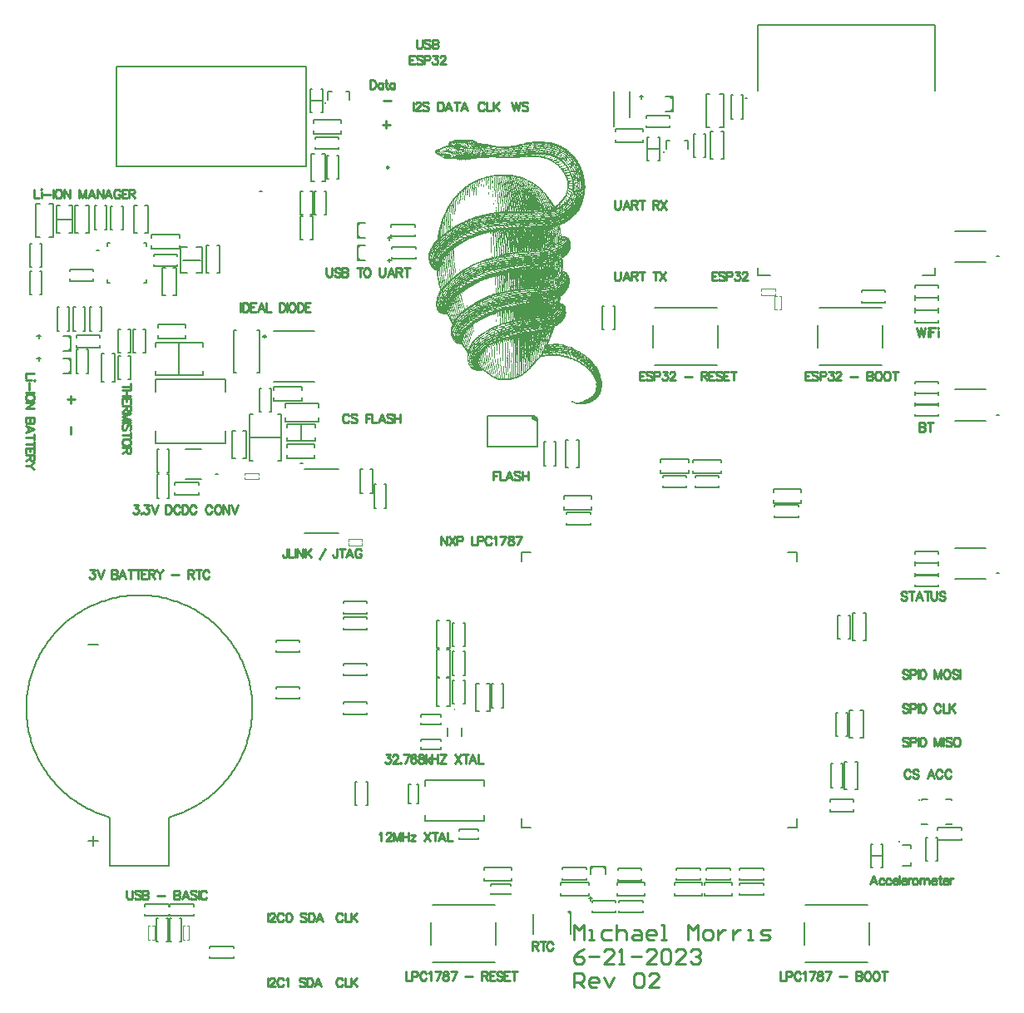
<source format=gto>
G04*
G04 #@! TF.GenerationSoftware,Altium Limited,Altium Designer,20.2.5 (213)*
G04*
G04 Layer_Color=65535*
%FSLAX25Y25*%
%MOIN*%
G70*
G04*
G04 #@! TF.SameCoordinates,04ACB860-B9D4-4248-80BD-52411BCDF81E*
G04*
G04*
G04 #@! TF.FilePolarity,Positive*
G04*
G01*
G75*
%ADD10C,0.00787*%
%ADD11C,0.00500*%
%ADD12C,0.00984*%
%ADD13C,0.00984*%
%ADD14C,0.00394*%
%ADD15C,0.00787*%
%ADD16C,0.00591*%
%ADD17C,0.01000*%
%ADD18C,0.00900*%
G36*
X925864Y871305D02*
X926806D01*
Y871170D01*
X926941D01*
Y871305D01*
X927344D01*
Y871170D01*
X927479D01*
Y871036D01*
X927882D01*
Y870901D01*
X928017D01*
Y870767D01*
X928286D01*
Y870632D01*
X928689D01*
Y870498D01*
Y870363D01*
X928824D01*
Y870228D01*
X929093D01*
Y870094D01*
X930035D01*
Y869959D01*
X930707D01*
Y869825D01*
X931649D01*
Y869690D01*
X932321D01*
Y869556D01*
X933263D01*
Y869421D01*
X934070D01*
Y869287D01*
X934608D01*
Y869152D01*
X935012D01*
Y869018D01*
X935954D01*
Y868883D01*
X936492D01*
Y868749D01*
X942276D01*
Y868883D01*
X943621D01*
Y869018D01*
X944025D01*
Y869152D01*
X944698D01*
Y869287D01*
X945236D01*
Y869421D01*
X945774D01*
Y869556D01*
X946312D01*
Y869690D01*
X946581D01*
Y869825D01*
X947523D01*
Y869959D01*
X947792D01*
Y870094D01*
X948464D01*
Y870228D01*
X949137D01*
Y870363D01*
X949809D01*
Y870498D01*
X951020D01*
Y870632D01*
X952365D01*
Y870767D01*
X954114D01*
Y870632D01*
X955998D01*
Y870498D01*
X957881D01*
Y870363D01*
X958554D01*
Y870228D01*
X959092D01*
Y870094D01*
X959495D01*
Y869959D01*
X960033D01*
Y869825D01*
X960302D01*
Y869690D01*
X960706D01*
Y869556D01*
X961110D01*
Y869421D01*
X961378D01*
Y869287D01*
X961782D01*
Y869152D01*
X961917D01*
Y869018D01*
X962320D01*
Y868883D01*
X962589D01*
Y868749D01*
X962858D01*
Y868614D01*
X963127D01*
Y868480D01*
X963262D01*
Y868345D01*
X963531D01*
Y868211D01*
X963800D01*
Y868076D01*
X963935D01*
Y867941D01*
X964203D01*
Y867807D01*
X964338D01*
Y867673D01*
X964607D01*
Y867538D01*
X964876D01*
Y867403D01*
X965011D01*
Y867269D01*
X965145D01*
Y867134D01*
X965280D01*
Y867000D01*
X965414D01*
Y866865D01*
X965549D01*
Y866731D01*
X965683D01*
Y866596D01*
X965818D01*
Y866462D01*
X965952D01*
Y866327D01*
X966087D01*
Y866193D01*
X966221D01*
Y866058D01*
X966356D01*
Y865924D01*
X966490D01*
Y865789D01*
X966759D01*
Y865655D01*
X966894D01*
Y865520D01*
X967029D01*
Y865386D01*
X967163D01*
Y865251D01*
X967298D01*
Y865117D01*
X967432D01*
Y864982D01*
X967701D01*
Y864847D01*
X967836D01*
Y864713D01*
Y864579D01*
X967970D01*
Y864444D01*
X968105D01*
Y864309D01*
Y864175D01*
X968239D01*
Y864040D01*
X968374D01*
Y863906D01*
X968508D01*
Y863771D01*
Y863637D01*
X968643D01*
Y863502D01*
X968777D01*
Y863368D01*
Y863233D01*
X968912D01*
Y863099D01*
X969046D01*
Y862964D01*
X969181D01*
Y862830D01*
Y862695D01*
Y862561D01*
X969315D01*
Y862426D01*
X969450D01*
Y862292D01*
Y862157D01*
X969584D01*
Y862022D01*
Y861888D01*
X969719D01*
Y861753D01*
X969853D01*
Y861619D01*
Y861484D01*
X969988D01*
Y861350D01*
Y861215D01*
X970123D01*
Y861081D01*
Y860946D01*
X970257D01*
Y860812D01*
Y860677D01*
Y860543D01*
X970392D01*
Y860408D01*
Y860274D01*
X970526D01*
Y860139D01*
Y860005D01*
X970661D01*
Y859870D01*
X970795D01*
Y859736D01*
Y859601D01*
Y859467D01*
Y859332D01*
X970930D01*
Y859198D01*
Y859063D01*
Y858928D01*
X971064D01*
Y858794D01*
Y858659D01*
Y858525D01*
X971199D01*
Y858390D01*
Y858256D01*
Y858121D01*
Y857987D01*
X971333D01*
Y857852D01*
Y857718D01*
Y857583D01*
X971468D01*
Y857449D01*
Y857314D01*
Y857180D01*
X971602D01*
Y857045D01*
Y856911D01*
Y856776D01*
Y856642D01*
X971737D01*
Y856507D01*
Y856373D01*
Y856238D01*
Y856104D01*
Y855969D01*
Y855834D01*
Y855700D01*
X971871D01*
Y855565D01*
Y855431D01*
Y855296D01*
Y855162D01*
Y855027D01*
Y854893D01*
Y854758D01*
X972006D01*
Y854624D01*
Y854489D01*
Y854355D01*
Y854220D01*
Y854086D01*
X972140D01*
Y853951D01*
Y853817D01*
Y853682D01*
Y853547D01*
Y853413D01*
Y853279D01*
Y853144D01*
Y853009D01*
Y852875D01*
X972275D01*
Y852740D01*
Y852606D01*
Y852471D01*
Y852337D01*
Y852202D01*
Y852068D01*
Y851933D01*
Y851799D01*
Y851664D01*
Y851530D01*
X972140D01*
Y851395D01*
Y851261D01*
Y851126D01*
X972275D01*
Y850992D01*
Y850857D01*
X972140D01*
Y850723D01*
Y850588D01*
Y850453D01*
Y850319D01*
Y850184D01*
Y850050D01*
X972006D01*
Y849915D01*
Y849781D01*
X971871D01*
Y849646D01*
Y849512D01*
Y849377D01*
Y849243D01*
Y849108D01*
Y848974D01*
Y848839D01*
X971737D01*
Y848705D01*
Y848570D01*
Y848436D01*
X971602D01*
Y848301D01*
Y848167D01*
X971737D01*
Y848032D01*
X971602D01*
Y847898D01*
Y847763D01*
X971468D01*
Y847628D01*
Y847494D01*
Y847359D01*
Y847225D01*
Y847090D01*
Y846956D01*
X971333D01*
Y846821D01*
Y846687D01*
X971199D01*
Y846552D01*
Y846418D01*
Y846283D01*
X971064D01*
Y846149D01*
Y846014D01*
Y845880D01*
Y845745D01*
X970930D01*
Y845611D01*
Y845476D01*
Y845342D01*
X970795D01*
Y845207D01*
X970661D01*
Y845073D01*
Y844938D01*
Y844804D01*
X970526D01*
Y844669D01*
Y844534D01*
X970392D01*
Y844400D01*
Y844265D01*
X970257D01*
Y844131D01*
Y843996D01*
Y843862D01*
X970123D01*
Y843727D01*
Y843593D01*
X969988D01*
Y843458D01*
Y843324D01*
X969853D01*
Y843189D01*
Y843055D01*
X969719D01*
Y842920D01*
X969584D01*
Y842786D01*
Y842651D01*
X969450D01*
Y842517D01*
X969315D01*
Y842382D01*
X969181D01*
Y842248D01*
X969046D01*
Y842113D01*
X968912D01*
Y841978D01*
Y841844D01*
X968777D01*
Y841710D01*
X968643D01*
Y841575D01*
Y841440D01*
X968374D01*
Y841306D01*
X968239D01*
Y841171D01*
X968105D01*
Y841037D01*
Y840902D01*
X967836D01*
Y840768D01*
Y840633D01*
X967567D01*
Y840499D01*
X967432D01*
Y840364D01*
X967298D01*
Y840230D01*
X967163D01*
Y840095D01*
X967029D01*
Y839961D01*
X966759D01*
Y839826D01*
X966625D01*
Y839692D01*
X966490D01*
Y839557D01*
X966356D01*
Y839423D01*
X966087D01*
Y839288D01*
X965952D01*
Y839153D01*
X965818D01*
Y839019D01*
X965683D01*
Y838885D01*
X965414D01*
Y838750D01*
X965280D01*
Y838615D01*
X965145D01*
Y838481D01*
X964607D01*
Y838346D01*
X964473D01*
Y838212D01*
X964338D01*
Y838077D01*
X964203D01*
Y837943D01*
X963935D01*
Y837808D01*
X963665D01*
Y837674D01*
X963396D01*
Y837539D01*
X963127D01*
Y837405D01*
X962724D01*
Y837270D01*
X962320D01*
Y837136D01*
X962051D01*
Y837001D01*
X961917D01*
Y836867D01*
Y836732D01*
Y836598D01*
X962051D01*
Y836463D01*
Y836329D01*
Y836194D01*
Y836059D01*
Y835925D01*
X962186D01*
Y835790D01*
Y835656D01*
Y835521D01*
Y835387D01*
Y835252D01*
X962320D01*
Y835118D01*
Y834983D01*
Y834849D01*
Y834714D01*
Y834580D01*
Y834445D01*
Y834311D01*
X962455D01*
Y834176D01*
Y834042D01*
Y833907D01*
Y833773D01*
Y833638D01*
Y833504D01*
X962589D01*
Y833369D01*
Y833235D01*
Y833100D01*
Y832965D01*
X962724D01*
Y832831D01*
X963531D01*
Y832696D01*
X964069D01*
Y832562D01*
X964473D01*
Y832427D01*
X964742D01*
Y832293D01*
X965011D01*
Y832158D01*
X965145D01*
Y832024D01*
X965280D01*
Y831889D01*
X965549D01*
Y831755D01*
Y831620D01*
X965683D01*
Y831486D01*
X965818D01*
Y831351D01*
Y831217D01*
X965952D01*
Y831082D01*
X966087D01*
Y830948D01*
Y830813D01*
Y830678D01*
X966221D01*
Y830544D01*
Y830410D01*
Y830275D01*
Y830140D01*
X966356D01*
Y830006D01*
Y829871D01*
Y829737D01*
Y829602D01*
Y829468D01*
Y829333D01*
Y829199D01*
Y829064D01*
Y828930D01*
Y828795D01*
Y828661D01*
Y828526D01*
Y828392D01*
Y828257D01*
Y828123D01*
Y827988D01*
Y827853D01*
Y827719D01*
X966221D01*
Y827584D01*
Y827450D01*
X966087D01*
Y827315D01*
Y827181D01*
Y827046D01*
X965952D01*
Y826912D01*
Y826777D01*
X965818D01*
Y826643D01*
Y826508D01*
X965683D01*
Y826374D01*
Y826239D01*
X965549D01*
Y826105D01*
X965414D01*
Y825970D01*
X965280D01*
Y825836D01*
Y825701D01*
X965145D01*
Y825567D01*
Y825432D01*
X964876D01*
Y825298D01*
Y825163D01*
X964607D01*
Y825029D01*
X964473D01*
Y824894D01*
X964338D01*
Y824759D01*
X964203D01*
Y824625D01*
X964069D01*
Y824491D01*
X963935D01*
Y824356D01*
X963665D01*
Y824221D01*
X963531D01*
Y824087D01*
X963262D01*
Y823952D01*
X963127D01*
Y823818D01*
Y823683D01*
Y823549D01*
Y823414D01*
X963262D01*
Y823280D01*
Y823145D01*
Y823011D01*
Y822876D01*
Y822742D01*
Y822607D01*
Y822473D01*
Y822338D01*
Y822204D01*
Y822069D01*
Y821935D01*
Y821800D01*
Y821665D01*
Y821531D01*
Y821396D01*
Y821262D01*
Y821127D01*
Y820993D01*
Y820858D01*
Y820724D01*
Y820589D01*
Y820455D01*
Y820320D01*
Y820186D01*
Y820051D01*
Y819917D01*
Y819782D01*
Y819648D01*
X963127D01*
Y819513D01*
X963262D01*
Y819378D01*
Y819244D01*
Y819110D01*
Y818975D01*
Y818841D01*
X963127D01*
Y818706D01*
X963665D01*
Y818571D01*
X964069D01*
Y818437D01*
X964338D01*
Y818302D01*
X964473D01*
Y818168D01*
X964742D01*
Y818033D01*
X964876D01*
Y817899D01*
X965011D01*
Y817764D01*
X965145D01*
Y817630D01*
Y817495D01*
X965280D01*
Y817361D01*
X965414D01*
Y817226D01*
Y817092D01*
X965549D01*
Y816957D01*
Y816823D01*
X965683D01*
Y816688D01*
X965818D01*
Y816554D01*
Y816419D01*
Y816284D01*
Y816150D01*
X965952D01*
Y816016D01*
Y815881D01*
Y815746D01*
Y815612D01*
Y815477D01*
Y815343D01*
Y815208D01*
Y815074D01*
X966087D01*
Y814939D01*
Y814805D01*
Y814670D01*
Y814536D01*
Y814401D01*
Y814267D01*
Y814132D01*
Y813998D01*
Y813863D01*
X965952D01*
Y813729D01*
Y813594D01*
Y813459D01*
Y813325D01*
X965818D01*
Y813190D01*
Y813056D01*
Y812921D01*
Y812787D01*
X965683D01*
Y812652D01*
Y812518D01*
X965549D01*
Y812383D01*
Y812249D01*
Y812114D01*
X965414D01*
Y811980D01*
Y811845D01*
X965280D01*
Y811711D01*
Y811576D01*
X965145D01*
Y811442D01*
Y811307D01*
X965011D01*
Y811173D01*
Y811038D01*
X964876D01*
Y810904D01*
X964742D01*
Y810769D01*
Y810635D01*
X964607D01*
Y810500D01*
X964473D01*
Y810365D01*
Y810231D01*
X964338D01*
Y810096D01*
X964069D01*
Y809962D01*
Y809827D01*
X963935D01*
Y809693D01*
X963800D01*
Y809558D01*
X963665D01*
Y809424D01*
Y809289D01*
X963396D01*
Y809155D01*
X963262D01*
Y809020D01*
X963127D01*
Y808886D01*
X962858D01*
Y808751D01*
X962724D01*
Y808617D01*
X962455D01*
Y808482D01*
X962320D01*
Y808348D01*
X962186D01*
Y808213D01*
Y808079D01*
Y807944D01*
Y807810D01*
Y807675D01*
Y807541D01*
Y807406D01*
Y807271D01*
Y807137D01*
Y807002D01*
X962051D01*
Y806868D01*
Y806733D01*
Y806599D01*
Y806464D01*
Y806330D01*
Y806195D01*
Y806061D01*
Y805926D01*
X962455D01*
Y805792D01*
X962858D01*
Y805657D01*
X963127D01*
Y805523D01*
X963262D01*
Y805388D01*
X963531D01*
Y805254D01*
X963665D01*
Y805119D01*
X963800D01*
Y804984D01*
X963935D01*
Y804850D01*
X964069D01*
Y804716D01*
Y804581D01*
X964203D01*
Y804446D01*
X964338D01*
Y804312D01*
Y804177D01*
X964473D01*
Y804043D01*
Y803908D01*
Y803774D01*
Y803639D01*
Y803505D01*
Y803370D01*
Y803236D01*
Y803101D01*
Y802967D01*
Y802832D01*
Y802698D01*
Y802563D01*
Y802429D01*
X964607D01*
Y802294D01*
Y802160D01*
Y802025D01*
Y801890D01*
Y801756D01*
X964473D01*
Y801621D01*
Y801487D01*
Y801352D01*
Y801218D01*
Y801083D01*
Y800949D01*
X964338D01*
Y800814D01*
Y800680D01*
Y800545D01*
X964203D01*
Y800411D01*
Y800276D01*
X964069D01*
Y800142D01*
Y800007D01*
Y799873D01*
X963935D01*
Y799738D01*
X963800D01*
Y799604D01*
X963665D01*
Y799469D01*
Y799335D01*
X963531D01*
Y799200D01*
X963396D01*
Y799065D01*
X963262D01*
Y798931D01*
Y798797D01*
X963127D01*
Y798662D01*
X962993D01*
Y798527D01*
X962858D01*
Y798393D01*
X962724D01*
Y798258D01*
Y798124D01*
X962455D01*
Y797989D01*
X962320D01*
Y797855D01*
X962186D01*
Y797720D01*
X961917D01*
Y797586D01*
X961782D01*
Y797451D01*
X961648D01*
Y797317D01*
X961513D01*
Y797182D01*
X961378D01*
Y797048D01*
X961110D01*
Y796913D01*
X960975D01*
Y796779D01*
X960571D01*
Y796644D01*
X960302D01*
Y796510D01*
X960033D01*
Y796375D01*
X959899D01*
Y796241D01*
Y796106D01*
Y795971D01*
X959764D01*
Y795837D01*
Y795702D01*
Y795568D01*
X959630D01*
Y795433D01*
Y795299D01*
Y795164D01*
X959495D01*
Y795030D01*
Y794895D01*
Y794761D01*
X959361D01*
Y794626D01*
Y794492D01*
Y794357D01*
X959226D01*
Y794223D01*
Y794088D01*
X959092D01*
Y793954D01*
Y793819D01*
Y793685D01*
X958957D01*
Y793550D01*
Y793415D01*
X958823D01*
Y793281D01*
Y793147D01*
Y793012D01*
X958688D01*
Y792877D01*
Y792743D01*
Y792608D01*
X958554D01*
Y792474D01*
Y792339D01*
Y792205D01*
X958419D01*
Y792070D01*
Y791936D01*
X958284D01*
Y791801D01*
Y791667D01*
Y791532D01*
X958150D01*
Y791398D01*
Y791263D01*
Y791129D01*
X958016D01*
Y790994D01*
Y790860D01*
X957881D01*
Y790725D01*
Y790590D01*
X957746D01*
Y790456D01*
Y790321D01*
Y790187D01*
X957612D01*
Y790052D01*
Y789918D01*
X957477D01*
Y789783D01*
Y789649D01*
X957343D01*
Y789514D01*
Y789380D01*
X957208D01*
Y789245D01*
X958284D01*
Y789380D01*
X959495D01*
Y789514D01*
X961513D01*
Y789380D01*
X962051D01*
Y789245D01*
X963531D01*
Y789111D01*
X963665D01*
Y788976D01*
X964203D01*
Y788842D01*
X964473D01*
Y788707D01*
X965145D01*
Y788573D01*
X965414D01*
Y788438D01*
X965818D01*
Y788304D01*
X966356D01*
Y788169D01*
X966894D01*
Y788035D01*
X967029D01*
Y787900D01*
X967298D01*
Y787766D01*
X967432D01*
Y787631D01*
X967701D01*
Y787497D01*
X967970D01*
Y787362D01*
X968374D01*
Y787227D01*
X968508D01*
Y787093D01*
X968912D01*
Y786958D01*
X969046D01*
Y786824D01*
X969450D01*
Y786689D01*
X969584D01*
Y786555D01*
X969853D01*
Y786420D01*
X969988D01*
Y786286D01*
X970257D01*
Y786151D01*
X970526D01*
Y786017D01*
Y785882D01*
X970795D01*
Y785748D01*
X970930D01*
Y785613D01*
X971199D01*
Y785479D01*
X971468D01*
Y785344D01*
X971602D01*
Y785210D01*
X972006D01*
Y785075D01*
X972140D01*
Y784940D01*
X972275D01*
Y784806D01*
X972410D01*
Y784671D01*
X972678D01*
Y784537D01*
X972813D01*
Y784402D01*
X973082D01*
Y784268D01*
Y784133D01*
X973351D01*
Y783999D01*
X973486D01*
Y783864D01*
X973620D01*
Y783730D01*
X973755D01*
Y783595D01*
X974024D01*
Y783461D01*
X974158D01*
Y783326D01*
X974293D01*
Y783192D01*
X974427D01*
Y783057D01*
Y782923D01*
X974562D01*
Y782788D01*
X974831D01*
Y782654D01*
X974965D01*
Y782519D01*
X975100D01*
Y782385D01*
Y782250D01*
X975235D01*
Y782116D01*
Y781981D01*
X975369D01*
Y781847D01*
X975504D01*
Y781712D01*
X975638D01*
Y781577D01*
X975773D01*
Y781443D01*
Y781308D01*
X976042D01*
Y781174D01*
Y781039D01*
X976176D01*
Y780905D01*
Y780770D01*
X976311D01*
Y780636D01*
X976445D01*
Y780501D01*
X976580D01*
Y780367D01*
X976714D01*
Y780232D01*
X976849D01*
Y780098D01*
Y779963D01*
X976983D01*
Y779829D01*
Y779694D01*
X977118D01*
Y779560D01*
X977252D01*
Y779425D01*
Y779290D01*
X977387D01*
Y779156D01*
X977521D01*
Y779022D01*
Y778887D01*
Y778752D01*
Y778618D01*
X977656D01*
Y778483D01*
X977790D01*
Y778349D01*
Y778214D01*
Y778080D01*
X977925D01*
Y777945D01*
Y777811D01*
Y777676D01*
X978059D01*
Y777542D01*
Y777407D01*
Y777273D01*
X978194D01*
Y777138D01*
Y777004D01*
X978329D01*
Y776869D01*
Y776735D01*
Y776600D01*
Y776466D01*
X978463D01*
Y776331D01*
Y776196D01*
Y776062D01*
Y775927D01*
Y775793D01*
X978598D01*
Y775658D01*
Y775524D01*
Y775389D01*
Y775255D01*
X978732D01*
Y775120D01*
Y774986D01*
Y774851D01*
Y774717D01*
Y774582D01*
X978867D01*
Y774448D01*
Y774313D01*
Y774179D01*
Y774044D01*
Y773910D01*
Y773775D01*
Y773640D01*
Y773506D01*
Y773372D01*
Y773237D01*
Y773103D01*
Y772968D01*
Y772833D01*
Y772699D01*
Y772564D01*
Y772430D01*
Y772295D01*
Y772161D01*
Y772026D01*
Y771892D01*
X978732D01*
Y771757D01*
Y771623D01*
Y771488D01*
Y771354D01*
Y771219D01*
Y771085D01*
Y770950D01*
Y770816D01*
Y770681D01*
X978598D01*
Y770546D01*
Y770412D01*
Y770278D01*
X978463D01*
Y770143D01*
Y770008D01*
Y769874D01*
X978329D01*
Y769739D01*
X978194D01*
Y769605D01*
Y769470D01*
Y769336D01*
Y769201D01*
X978059D01*
Y769067D01*
X977925D01*
Y768932D01*
X977790D01*
Y768798D01*
Y768663D01*
X977656D01*
Y768529D01*
Y768394D01*
X977521D01*
Y768260D01*
X977387D01*
Y768125D01*
X977252D01*
Y767991D01*
X977118D01*
Y767856D01*
Y767722D01*
X976849D01*
Y767587D01*
X976714D01*
Y767452D01*
Y767318D01*
X976445D01*
Y767183D01*
X976311D01*
Y767049D01*
X976176D01*
Y766914D01*
X975773D01*
Y766780D01*
X975638D01*
Y766645D01*
X975504D01*
Y766511D01*
X975235D01*
Y766376D01*
X974965D01*
Y766242D01*
X974831D01*
Y766107D01*
X974696D01*
Y765973D01*
X974562D01*
Y766107D01*
X974293D01*
Y765973D01*
X974158D01*
Y765838D01*
Y765704D01*
X972948D01*
Y765569D01*
X972678D01*
Y765435D01*
X972140D01*
Y765300D01*
X970930D01*
Y765166D01*
X969988D01*
Y765300D01*
X968912D01*
Y765435D01*
X968239D01*
Y765569D01*
X968105D01*
Y765704D01*
X967567D01*
Y765838D01*
X967298D01*
Y765973D01*
X967029D01*
Y766107D01*
X966759D01*
Y766242D01*
Y766376D01*
Y766511D01*
X967298D01*
Y766376D01*
X967567D01*
Y766242D01*
X967970D01*
Y766107D01*
X969988D01*
Y766242D01*
X970661D01*
Y766376D01*
X971199D01*
Y766511D01*
X971468D01*
Y766645D01*
Y766780D01*
X971602D01*
Y766914D01*
X972006D01*
Y767049D01*
X972275D01*
Y767183D01*
X972678D01*
Y767318D01*
X972948D01*
Y767452D01*
X973217D01*
Y767587D01*
X973620D01*
Y767722D01*
X973755D01*
Y767856D01*
X974024D01*
Y767991D01*
X974158D01*
Y768125D01*
X974293D01*
Y768260D01*
X974696D01*
Y768394D01*
X974831D01*
Y768529D01*
X975100D01*
Y768663D01*
Y768798D01*
X975235D01*
Y768932D01*
X975369D01*
Y769067D01*
X975504D01*
Y769201D01*
X975638D01*
Y769336D01*
Y769470D01*
X975773D01*
Y769605D01*
X975907D01*
Y769739D01*
X976042D01*
Y769874D01*
Y770008D01*
Y770143D01*
X976176D01*
Y770278D01*
Y770412D01*
X976311D01*
Y770546D01*
Y770681D01*
Y770816D01*
Y770950D01*
X976445D01*
Y771085D01*
Y771219D01*
Y771354D01*
Y771488D01*
Y771623D01*
Y771757D01*
Y771892D01*
Y772026D01*
X976580D01*
Y772161D01*
Y772295D01*
Y772430D01*
Y772564D01*
Y772699D01*
Y772833D01*
Y772968D01*
Y773103D01*
X976445D01*
Y773237D01*
Y773372D01*
Y773506D01*
Y773640D01*
X976580D01*
Y773775D01*
Y773910D01*
Y774044D01*
Y774179D01*
X976445D01*
Y774313D01*
Y774448D01*
Y774582D01*
X976311D01*
Y774717D01*
Y774851D01*
Y774986D01*
Y775120D01*
X976176D01*
Y775255D01*
X976042D01*
Y775389D01*
Y775524D01*
Y775658D01*
X975907D01*
Y775793D01*
X975773D01*
Y775927D01*
Y776062D01*
X975638D01*
Y776196D01*
Y776331D01*
X975504D01*
Y776466D01*
X975369D01*
Y776600D01*
X975235D01*
Y776735D01*
Y776869D01*
Y777004D01*
X975100D01*
Y777138D01*
Y777273D01*
X974965D01*
Y777407D01*
X974831D01*
Y777542D01*
X974696D01*
Y777676D01*
X974562D01*
Y777811D01*
Y777945D01*
X974427D01*
Y778080D01*
X974293D01*
Y778214D01*
X974158D01*
Y778349D01*
X974024D01*
Y778483D01*
X973889D01*
Y778618D01*
Y778752D01*
X973755D01*
Y778887D01*
X973620D01*
Y779022D01*
Y779156D01*
X973486D01*
Y779290D01*
X973217D01*
Y779425D01*
X973082D01*
Y779560D01*
X972948D01*
Y779694D01*
X972813D01*
Y779829D01*
X972544D01*
Y779963D01*
X972410D01*
Y780098D01*
X972275D01*
Y780232D01*
X972140D01*
Y780367D01*
X971871D01*
Y780501D01*
X971602D01*
Y780636D01*
X971468D01*
Y780770D01*
X971199D01*
Y780905D01*
X971064D01*
Y781039D01*
X970795D01*
Y781174D01*
X970661D01*
Y781308D01*
X970392D01*
Y781443D01*
X970257D01*
Y781577D01*
X969988D01*
Y781712D01*
X969853D01*
Y781847D01*
X969584D01*
Y781981D01*
X969450D01*
Y782116D01*
X969181D01*
Y782250D01*
X968912D01*
Y782385D01*
X968643D01*
Y782519D01*
X968374D01*
Y782654D01*
X968105D01*
Y782788D01*
X967836D01*
Y782923D01*
X967567D01*
Y783057D01*
X967298D01*
Y783192D01*
X967029D01*
Y783326D01*
X966490D01*
Y783461D01*
X966087D01*
Y783595D01*
X965683D01*
Y783730D01*
X965145D01*
Y783864D01*
X964742D01*
Y783999D01*
X964203D01*
Y784133D01*
X963665D01*
Y784268D01*
X963127D01*
Y784402D01*
X962455D01*
Y784537D01*
X961917D01*
Y784671D01*
X961378D01*
Y784806D01*
X958419D01*
Y784671D01*
X957074D01*
Y784537D01*
X955998D01*
Y784402D01*
X955325D01*
Y784268D01*
X954249D01*
Y784133D01*
X953980D01*
Y783999D01*
X953845D01*
Y783864D01*
Y783730D01*
X953711D01*
Y783595D01*
X953576D01*
Y783461D01*
X953442D01*
Y783326D01*
X953307D01*
Y783192D01*
Y783057D01*
Y782923D01*
X953038D01*
Y782788D01*
Y782654D01*
X952904D01*
Y782519D01*
X952769D01*
Y782385D01*
X952635D01*
Y782250D01*
X952500D01*
Y782116D01*
X952365D01*
Y781981D01*
Y781847D01*
X952231D01*
Y781712D01*
X952096D01*
Y781577D01*
X951962D01*
Y781443D01*
X951827D01*
Y781308D01*
X951693D01*
Y781174D01*
X951558D01*
Y781039D01*
X951424D01*
Y780905D01*
X951289D01*
Y780770D01*
X951155D01*
Y780636D01*
X951020D01*
Y780501D01*
X950886D01*
Y780367D01*
X950751D01*
Y780232D01*
X950617D01*
Y780098D01*
X950482D01*
Y779963D01*
Y779829D01*
X950348D01*
Y779694D01*
X950213D01*
Y779560D01*
Y779425D01*
X949944D01*
Y779290D01*
X949809D01*
Y779156D01*
X949675D01*
Y779022D01*
X949541D01*
Y778887D01*
X949406D01*
Y778752D01*
X949271D01*
Y778618D01*
X949137D01*
Y778483D01*
X949002D01*
Y778349D01*
X948868D01*
Y778214D01*
X948733D01*
Y778080D01*
X948599D01*
Y777945D01*
X948464D01*
Y777811D01*
X948195D01*
Y777676D01*
X948061D01*
Y777542D01*
X947792D01*
Y777407D01*
X947657D01*
Y777273D01*
X947388D01*
Y777138D01*
X947254D01*
Y777004D01*
X947119D01*
Y776869D01*
X946984D01*
Y776735D01*
X946716D01*
Y776600D01*
X946446D01*
Y776466D01*
X946177D01*
Y776331D01*
X946043D01*
Y776196D01*
X945774D01*
Y776062D01*
X945505D01*
Y775927D01*
X945101D01*
Y775793D01*
X944698D01*
Y775658D01*
X944294D01*
Y775524D01*
X943756D01*
Y775389D01*
X943218D01*
Y775255D01*
X942814D01*
Y775120D01*
X941469D01*
Y774986D01*
X940393D01*
Y774851D01*
X939855D01*
Y774986D01*
X939451D01*
Y774851D01*
X938779D01*
Y774986D01*
X938509D01*
Y774851D01*
X938106D01*
Y774986D01*
X937433D01*
Y775120D01*
X937030D01*
Y775255D01*
X936492D01*
Y775389D01*
X936357D01*
Y775524D01*
X936088D01*
Y775658D01*
X935685D01*
Y775793D01*
X935550D01*
Y775927D01*
X935281D01*
Y776062D01*
X935012D01*
Y776196D01*
X934743D01*
Y776331D01*
X934474D01*
Y776466D01*
X934339D01*
Y776600D01*
X934205D01*
Y776735D01*
X933936D01*
Y776869D01*
X933801D01*
Y777004D01*
X933667D01*
Y777138D01*
X933532D01*
Y777273D01*
X933263D01*
Y777407D01*
X933129D01*
Y777542D01*
X932860D01*
Y777676D01*
X932725D01*
Y777811D01*
X932590D01*
Y777945D01*
X932321D01*
Y778080D01*
X932187D01*
Y778214D01*
X932052D01*
Y778349D01*
X931783D01*
Y778483D01*
X931514D01*
Y778618D01*
Y778752D01*
X931380D01*
Y778887D01*
X930976D01*
Y778752D01*
X928420D01*
Y778887D01*
X927748D01*
Y779022D01*
X927344D01*
Y779156D01*
X927210D01*
Y779290D01*
X927075D01*
Y779425D01*
X926806D01*
Y779560D01*
X926672D01*
Y779694D01*
X926537D01*
Y779829D01*
X926402D01*
Y779963D01*
X926133D01*
Y780098D01*
Y780232D01*
X925999D01*
Y780367D01*
Y780501D01*
X925864D01*
Y780636D01*
X925730D01*
Y780770D01*
X925595D01*
Y780905D01*
Y781039D01*
X925461D01*
Y781174D01*
Y781308D01*
Y781443D01*
X925326D01*
Y781577D01*
X925192D01*
Y781712D01*
Y781847D01*
Y781981D01*
Y782116D01*
Y782250D01*
X925057D01*
Y782385D01*
Y782519D01*
Y782654D01*
Y782788D01*
Y782923D01*
X924923D01*
Y783057D01*
Y783192D01*
Y783326D01*
Y783461D01*
Y783595D01*
Y783730D01*
Y783864D01*
Y783999D01*
Y784133D01*
Y784268D01*
Y784402D01*
Y784537D01*
Y784671D01*
Y784806D01*
Y784940D01*
X925057D01*
Y785075D01*
Y785210D01*
Y785344D01*
Y785479D01*
Y785613D01*
Y785748D01*
Y785882D01*
X924923D01*
Y786017D01*
Y786151D01*
X924788D01*
Y786286D01*
X924654D01*
Y786420D01*
Y786555D01*
X924519D01*
Y786689D01*
Y786824D01*
X924385D01*
Y786958D01*
X924250D01*
Y787093D01*
X924115D01*
Y787227D01*
Y787362D01*
X923981D01*
Y787497D01*
X923847D01*
Y787631D01*
X923712D01*
Y787766D01*
X923577D01*
Y787900D01*
X923443D01*
Y788035D01*
Y788169D01*
X923308D01*
Y788304D01*
X923174D01*
Y788438D01*
X923039D01*
Y788573D01*
Y788707D01*
X922905D01*
Y788842D01*
Y788976D01*
X922770D01*
Y789111D01*
X922636D01*
Y789245D01*
Y789380D01*
X922501D01*
Y789245D01*
X921829D01*
Y789380D01*
X921694D01*
Y789514D01*
X921425D01*
Y789380D01*
X920887D01*
Y789514D01*
X920752D01*
Y789649D01*
X920349D01*
Y789783D01*
X920214D01*
Y789918D01*
X920080D01*
Y790052D01*
X919945D01*
Y790187D01*
X919811D01*
Y790321D01*
X919676D01*
Y790456D01*
Y790590D01*
Y790725D01*
X919407D01*
Y790860D01*
X919273D01*
Y790994D01*
Y791129D01*
Y791263D01*
X919138D01*
Y791398D01*
X919004D01*
Y791532D01*
Y791667D01*
X918869D01*
Y791801D01*
Y791936D01*
X918735D01*
Y792070D01*
Y792205D01*
X918600D01*
Y792339D01*
Y792474D01*
Y792608D01*
Y792743D01*
X918466D01*
Y792877D01*
Y793012D01*
Y793147D01*
X918331D01*
Y793281D01*
Y793415D01*
Y793550D01*
X918466D01*
Y793685D01*
Y793819D01*
Y793954D01*
Y794088D01*
Y794223D01*
Y794357D01*
Y794492D01*
Y794626D01*
X918331D01*
Y794761D01*
Y794895D01*
Y795030D01*
Y795164D01*
X918466D01*
Y795299D01*
Y795433D01*
Y795568D01*
Y795702D01*
Y795837D01*
Y795971D01*
Y796106D01*
X918331D01*
Y796241D01*
Y796375D01*
X918600D01*
Y796510D01*
Y796644D01*
X918735D01*
Y796779D01*
Y796913D01*
Y797048D01*
X918869D01*
Y797182D01*
Y797317D01*
Y797451D01*
X918735D01*
Y797586D01*
Y797720D01*
X918600D01*
Y797855D01*
Y797989D01*
X918466D01*
Y798124D01*
X918331D01*
Y798258D01*
Y798393D01*
Y798527D01*
Y798662D01*
X918196D01*
Y798797D01*
X918062D01*
Y798931D01*
Y799065D01*
X917927D01*
Y799200D01*
Y799335D01*
X917793D01*
Y799469D01*
Y799604D01*
X917658D01*
Y799738D01*
Y799873D01*
Y800007D01*
X917524D01*
Y800142D01*
Y800276D01*
X917389D01*
Y800411D01*
Y800545D01*
X917255D01*
Y800680D01*
Y800814D01*
X917120D01*
Y800949D01*
Y801083D01*
X916986D01*
Y801218D01*
Y801352D01*
X916851D01*
Y801487D01*
X916448D01*
Y801352D01*
X916313D01*
Y801487D01*
X915506D01*
Y801352D01*
X915372D01*
Y801487D01*
X915102D01*
Y801621D01*
X914833D01*
Y801756D01*
X914161D01*
Y801890D01*
X914026D01*
Y802025D01*
X913757D01*
Y802160D01*
X913354D01*
Y802294D01*
Y802429D01*
X913219D01*
Y802563D01*
X913085D01*
Y802698D01*
X912950D01*
Y802832D01*
Y802967D01*
X912816D01*
Y803101D01*
Y803236D01*
Y803370D01*
X912681D01*
Y803505D01*
Y803639D01*
Y803774D01*
X912547D01*
Y803908D01*
Y804043D01*
Y804177D01*
Y804312D01*
X912412D01*
Y804446D01*
Y804581D01*
Y804716D01*
X912278D01*
Y804850D01*
Y804984D01*
Y805119D01*
Y805254D01*
Y805388D01*
Y805523D01*
Y805657D01*
Y805792D01*
X912412D01*
Y805926D01*
Y806061D01*
Y806195D01*
Y806330D01*
Y806464D01*
Y806599D01*
Y806733D01*
X912547D01*
Y806868D01*
Y807002D01*
Y807137D01*
Y807271D01*
X912681D01*
Y807406D01*
Y807541D01*
Y807675D01*
Y807810D01*
X912816D01*
Y807944D01*
Y808079D01*
Y808213D01*
Y808348D01*
X912950D01*
Y808482D01*
Y808617D01*
Y808751D01*
X913085D01*
Y808886D01*
Y809020D01*
Y809155D01*
X913219D01*
Y809289D01*
X913354D01*
Y809424D01*
Y809558D01*
Y809693D01*
Y809827D01*
X913488D01*
Y809962D01*
Y810096D01*
X913623D01*
Y810231D01*
Y810365D01*
X913757D01*
Y810500D01*
X913892D01*
Y810635D01*
Y810769D01*
X914026D01*
Y810904D01*
Y811038D01*
Y811173D01*
Y811307D01*
X913892D01*
Y811442D01*
Y811576D01*
Y811711D01*
Y811845D01*
X913757D01*
Y811980D01*
Y812114D01*
Y812249D01*
Y812383D01*
X913623D01*
Y812518D01*
Y812652D01*
Y812787D01*
Y812921D01*
X913488D01*
Y813056D01*
Y813190D01*
Y813325D01*
Y813459D01*
Y813594D01*
X913354D01*
Y813729D01*
Y813863D01*
Y813998D01*
Y814132D01*
X913219D01*
Y814267D01*
Y814401D01*
Y814536D01*
Y814670D01*
Y814805D01*
Y814939D01*
X913085D01*
Y815074D01*
Y815208D01*
Y815343D01*
Y815477D01*
Y815612D01*
Y815746D01*
X912950D01*
Y815881D01*
Y816016D01*
Y816150D01*
Y816284D01*
Y816419D01*
Y816554D01*
X912816D01*
Y816688D01*
Y816823D01*
Y816957D01*
Y817092D01*
Y817226D01*
Y817361D01*
Y817495D01*
Y817630D01*
Y817764D01*
Y817899D01*
Y818033D01*
X912681D01*
Y818168D01*
Y818302D01*
Y818437D01*
Y818571D01*
Y818706D01*
X912547D01*
Y818841D01*
X912278D01*
Y818975D01*
X912008D01*
Y819110D01*
X911605D01*
Y819244D01*
X911470D01*
Y819378D01*
X911201D01*
Y819513D01*
Y819648D01*
X911067D01*
Y819782D01*
X910932D01*
Y819917D01*
Y820051D01*
X910798D01*
Y820186D01*
Y820320D01*
X910663D01*
Y820455D01*
X910394D01*
Y820589D01*
X910260D01*
Y820724D01*
Y820858D01*
X910125D01*
Y820993D01*
Y821127D01*
X909991D01*
Y821262D01*
X909856D01*
Y821396D01*
Y821531D01*
Y821665D01*
Y821800D01*
X909721D01*
Y821935D01*
Y822069D01*
Y822204D01*
Y822338D01*
Y822473D01*
X909587D01*
Y822607D01*
Y822742D01*
Y822876D01*
Y823011D01*
X909453D01*
Y823145D01*
Y823280D01*
Y823414D01*
Y823549D01*
Y823683D01*
Y823818D01*
Y823952D01*
Y824087D01*
X909318D01*
Y824221D01*
Y824356D01*
Y824491D01*
Y824625D01*
Y824759D01*
Y824894D01*
Y825029D01*
Y825163D01*
X909453D01*
Y825298D01*
Y825432D01*
Y825567D01*
Y825701D01*
Y825836D01*
Y825970D01*
X909587D01*
Y826105D01*
Y826239D01*
Y826374D01*
X909721D01*
Y826508D01*
Y826643D01*
Y826777D01*
X909856D01*
Y826912D01*
Y827046D01*
X909991D01*
Y827181D01*
Y827315D01*
Y827450D01*
X910125D01*
Y827584D01*
Y827719D01*
X910260D01*
Y827853D01*
Y827988D01*
X910394D01*
Y828123D01*
X910529D01*
Y828257D01*
Y828392D01*
X910663D01*
Y828526D01*
X910798D01*
Y828661D01*
Y828795D01*
X910932D01*
Y828930D01*
X911067D01*
Y829064D01*
Y829199D01*
X911201D01*
Y829333D01*
Y829468D01*
X911336D01*
Y829602D01*
Y829737D01*
X911470D01*
Y829871D01*
X911605D01*
Y830006D01*
X911739D01*
Y830140D01*
Y830275D01*
X911874D01*
Y830410D01*
X912008D01*
Y830544D01*
X912143D01*
Y830678D01*
Y830813D01*
X912412D01*
Y830948D01*
Y831082D01*
X912547D01*
Y831217D01*
X912816D01*
Y831351D01*
X912950D01*
Y831486D01*
X913085D01*
Y831620D01*
X912950D01*
Y831755D01*
Y831889D01*
X913085D01*
Y832024D01*
Y832158D01*
Y832293D01*
Y832427D01*
Y832562D01*
Y832696D01*
Y832831D01*
Y832965D01*
Y833100D01*
Y833235D01*
X913219D01*
Y833369D01*
Y833504D01*
Y833638D01*
Y833773D01*
X913354D01*
Y833907D01*
Y834042D01*
X913219D01*
Y834176D01*
Y834311D01*
X913354D01*
Y834445D01*
X913488D01*
Y834580D01*
Y834714D01*
Y834849D01*
X913623D01*
Y834983D01*
Y835118D01*
Y835252D01*
Y835387D01*
X913757D01*
Y835521D01*
Y835656D01*
Y835790D01*
Y835925D01*
Y836059D01*
Y836194D01*
X913892D01*
Y836329D01*
Y836463D01*
X914026D01*
Y836598D01*
Y836732D01*
Y836867D01*
X914161D01*
Y837001D01*
Y837136D01*
Y837270D01*
Y837405D01*
X914295D01*
Y837539D01*
Y837674D01*
Y837808D01*
X914430D01*
Y837943D01*
Y838077D01*
Y838212D01*
Y838346D01*
Y838481D01*
Y838615D01*
X914564D01*
Y838750D01*
Y838885D01*
X914699D01*
Y839019D01*
Y839153D01*
X914833D01*
Y839288D01*
Y839423D01*
Y839557D01*
Y839692D01*
X914968D01*
Y839826D01*
X915102D01*
Y839961D01*
Y840095D01*
Y840230D01*
X915237D01*
Y840364D01*
Y840499D01*
Y840633D01*
Y840768D01*
X915372D01*
Y840902D01*
X915506D01*
Y841037D01*
X915641D01*
Y841171D01*
Y841306D01*
X915775D01*
Y841440D01*
Y841575D01*
Y841710D01*
X915910D01*
Y841844D01*
Y841978D01*
X916044D01*
Y842113D01*
Y842248D01*
Y842382D01*
X916179D01*
Y842517D01*
Y842651D01*
X916313D01*
Y842786D01*
Y842920D01*
X916448D01*
Y843055D01*
Y843189D01*
Y843324D01*
X916582D01*
Y843458D01*
X916717D01*
Y843593D01*
Y843727D01*
Y843862D01*
X916851D01*
Y843996D01*
X916986D01*
Y844131D01*
Y844265D01*
X917120D01*
Y844400D01*
Y844534D01*
X917255D01*
Y844669D01*
Y844804D01*
Y844938D01*
X917389D01*
Y845073D01*
X917524D01*
Y845207D01*
X917658D01*
Y845342D01*
Y845476D01*
X917793D01*
Y845611D01*
Y845745D01*
X917927D01*
Y845880D01*
X918062D01*
Y846014D01*
X918196D01*
Y846149D01*
Y846283D01*
X918331D01*
Y846418D01*
X918466D01*
Y846552D01*
X918600D01*
Y846687D01*
X918735D01*
Y846821D01*
Y846956D01*
X918869D01*
Y847090D01*
Y847225D01*
X919004D01*
Y847359D01*
Y847494D01*
X919138D01*
Y847628D01*
X919273D01*
Y847763D01*
X919407D01*
Y847898D01*
X919542D01*
Y848032D01*
X919676D01*
Y848167D01*
X919811D01*
Y848301D01*
X919945D01*
Y848436D01*
X920080D01*
Y848570D01*
X920214D01*
Y848705D01*
X920349D01*
Y848839D01*
Y848974D01*
X920483D01*
Y849108D01*
X920752D01*
Y849243D01*
X920887D01*
Y849377D01*
Y849512D01*
X921021D01*
Y849646D01*
X921156D01*
Y849781D01*
Y849915D01*
X921425D01*
Y850050D01*
X921560D01*
Y850184D01*
X921694D01*
Y850319D01*
X921829D01*
Y850453D01*
Y850588D01*
X922098D01*
Y850723D01*
X922232D01*
Y850857D01*
X922367D01*
Y850992D01*
X922636D01*
Y851126D01*
Y851261D01*
X922770D01*
Y851395D01*
X923039D01*
Y851530D01*
Y851664D01*
X923308D01*
Y851799D01*
X923443D01*
Y851933D01*
X923577D01*
Y852068D01*
X923712D01*
Y852202D01*
X923847D01*
Y852337D01*
X923981D01*
Y852471D01*
X924115D01*
Y852606D01*
X924385D01*
Y852740D01*
X924519D01*
Y852875D01*
X924788D01*
Y853009D01*
X924923D01*
Y853144D01*
X925192D01*
Y853279D01*
X925326D01*
Y853413D01*
X925461D01*
Y853547D01*
X925730D01*
Y853682D01*
X925864D01*
Y853817D01*
X926133D01*
Y853951D01*
X926402D01*
Y854086D01*
X926672D01*
Y854220D01*
X926941D01*
Y854355D01*
X927210D01*
Y854489D01*
X927479D01*
Y854624D01*
X927748D01*
Y854758D01*
X927882D01*
Y854893D01*
X928286D01*
Y855027D01*
X928555D01*
Y855162D01*
X928824D01*
Y855296D01*
X929227D01*
Y855431D01*
X929496D01*
Y855565D01*
X929900D01*
Y855700D01*
X930438D01*
Y855834D01*
X930707D01*
Y855969D01*
X931111D01*
Y856104D01*
X931514D01*
Y856238D01*
X931783D01*
Y856373D01*
X932321D01*
Y856507D01*
X932860D01*
Y856642D01*
X933532D01*
Y856776D01*
X934070D01*
Y856911D01*
X934608D01*
Y857045D01*
X935819D01*
Y857180D01*
X937433D01*
Y857314D01*
X942276D01*
Y857180D01*
X943218D01*
Y857045D01*
X944025D01*
Y856911D01*
X944563D01*
Y856776D01*
X945101D01*
Y856642D01*
X945639D01*
Y856507D01*
X946177D01*
Y856373D01*
X946716D01*
Y856238D01*
X947254D01*
Y856104D01*
X947523D01*
Y855969D01*
X947792D01*
Y855834D01*
X948061D01*
Y855700D01*
X948330D01*
Y855565D01*
X948599D01*
Y855431D01*
X948868D01*
Y855296D01*
X949137D01*
Y855162D01*
X949406D01*
Y855027D01*
X949809D01*
Y854893D01*
X949944D01*
Y854758D01*
X950213D01*
Y854624D01*
X950617D01*
Y854489D01*
X950751D01*
Y854355D01*
X951020D01*
Y854220D01*
X951289D01*
Y854086D01*
X951558D01*
Y853951D01*
X951693D01*
Y853817D01*
X952096D01*
Y853682D01*
Y853547D01*
X952231D01*
Y853413D01*
X952500D01*
Y853279D01*
X952635D01*
Y853144D01*
X952904D01*
Y853009D01*
X953038D01*
Y852875D01*
X953173D01*
Y852740D01*
X953442D01*
Y852606D01*
X953576D01*
Y852471D01*
X953711D01*
Y852337D01*
X953845D01*
Y852202D01*
X953980D01*
Y852068D01*
X954114D01*
Y851933D01*
X954249D01*
Y851799D01*
X954383D01*
Y851664D01*
X954518D01*
Y851530D01*
X954652D01*
Y851395D01*
X954921D01*
Y851261D01*
Y851126D01*
Y850992D01*
X955056D01*
Y850857D01*
X955190D01*
Y850723D01*
X955325D01*
Y850588D01*
X955459D01*
Y850453D01*
X955594D01*
Y850319D01*
X955729D01*
Y850184D01*
X955998D01*
Y850050D01*
X956132D01*
Y849915D01*
X956267D01*
Y849781D01*
Y849646D01*
X956401D01*
Y849512D01*
X956536D01*
Y849377D01*
X956670D01*
Y849243D01*
X956805D01*
Y849108D01*
Y848974D01*
X956939D01*
Y848839D01*
X957074D01*
Y848705D01*
X957208D01*
Y848570D01*
X957343D01*
Y848436D01*
Y848301D01*
X957477D01*
Y848167D01*
X957612D01*
Y848032D01*
X957746D01*
Y847898D01*
Y847763D01*
X957881D01*
Y847628D01*
X958016D01*
Y847494D01*
X958150D01*
Y847359D01*
X958284D01*
Y847225D01*
Y847090D01*
X958419D01*
Y846956D01*
X958554D01*
Y846821D01*
X958688D01*
Y846687D01*
Y846552D01*
X958823D01*
Y846418D01*
Y846283D01*
X958957D01*
Y846149D01*
X959092D01*
Y846014D01*
Y845880D01*
X959226D01*
Y845745D01*
Y845611D01*
X959361D01*
Y845476D01*
X959495D01*
Y845342D01*
X959630D01*
Y845207D01*
Y845073D01*
X959764D01*
Y844938D01*
X959899D01*
Y844804D01*
Y844669D01*
X960168D01*
Y844804D01*
X960437D01*
Y844938D01*
X960706D01*
Y845073D01*
X960841D01*
Y845207D01*
X960975D01*
Y845342D01*
X961110D01*
Y845476D01*
X961244D01*
Y845611D01*
X961378D01*
Y845745D01*
X961513D01*
Y845880D01*
Y846014D01*
X961648D01*
Y846149D01*
X961782D01*
Y846283D01*
X961917D01*
Y846418D01*
X962051D01*
Y846552D01*
X962186D01*
Y846687D01*
X962320D01*
Y846821D01*
X962455D01*
Y846956D01*
X962589D01*
Y847090D01*
X962724D01*
Y847225D01*
Y847359D01*
X962858D01*
Y847494D01*
X962993D01*
Y847628D01*
X963127D01*
Y847763D01*
X963262D01*
Y847898D01*
Y848032D01*
X963396D01*
Y848167D01*
X963531D01*
Y848301D01*
X963665D01*
Y848436D01*
X963800D01*
Y848570D01*
Y848705D01*
X963935D01*
Y848839D01*
X964069D01*
Y848974D01*
Y849108D01*
X964203D01*
Y849243D01*
Y849377D01*
X964338D01*
Y849512D01*
Y849646D01*
X964473D01*
Y849781D01*
Y849915D01*
X964607D01*
Y850050D01*
Y850184D01*
Y850319D01*
Y850453D01*
X964742D01*
Y850588D01*
Y850723D01*
Y850857D01*
Y850992D01*
Y851126D01*
X964876D01*
Y851261D01*
Y851395D01*
Y851530D01*
Y851664D01*
Y851799D01*
Y851933D01*
X965011D01*
Y852068D01*
Y852202D01*
Y852337D01*
Y852471D01*
Y852606D01*
Y852740D01*
Y852875D01*
Y853009D01*
Y853144D01*
Y853279D01*
Y853413D01*
Y853547D01*
Y853682D01*
Y853817D01*
Y853951D01*
Y854086D01*
Y854220D01*
X964876D01*
Y854355D01*
Y854489D01*
Y854624D01*
Y854758D01*
Y854893D01*
X964742D01*
Y855027D01*
Y855162D01*
Y855296D01*
Y855431D01*
X964607D01*
Y855565D01*
Y855700D01*
Y855834D01*
Y855969D01*
X964473D01*
Y856104D01*
Y856238D01*
X964338D01*
Y856373D01*
Y856507D01*
X964203D01*
Y856642D01*
Y856776D01*
X964069D01*
Y856911D01*
Y857045D01*
X963935D01*
Y857180D01*
Y857314D01*
X963800D01*
Y857449D01*
Y857583D01*
X963665D01*
Y857718D01*
X963531D01*
Y857852D01*
Y857987D01*
X963396D01*
Y858121D01*
X963262D01*
Y858256D01*
X963127D01*
Y858390D01*
Y858525D01*
X962993D01*
Y858659D01*
X962858D01*
Y858794D01*
Y858928D01*
X962724D01*
Y859063D01*
X962589D01*
Y859198D01*
Y859332D01*
X962455D01*
Y859467D01*
X962320D01*
Y859601D01*
X962186D01*
Y859736D01*
Y859870D01*
X962051D01*
Y860005D01*
X961917D01*
Y860139D01*
X961782D01*
Y860274D01*
X961648D01*
Y860408D01*
X961513D01*
Y860543D01*
X961378D01*
Y860677D01*
Y860812D01*
X961244D01*
Y860946D01*
X961110D01*
Y861081D01*
X960975D01*
Y861215D01*
X960841D01*
Y861350D01*
X960571D01*
Y861484D01*
X960437D01*
Y861619D01*
X960168D01*
Y861753D01*
X959899D01*
Y861888D01*
X959764D01*
Y862022D01*
X959495D01*
Y862157D01*
X959361D01*
Y862292D01*
X959092D01*
Y862426D01*
X958957D01*
Y862561D01*
X958688D01*
Y862695D01*
X958419D01*
Y862830D01*
X958284D01*
Y862964D01*
X958016D01*
Y863099D01*
X957746D01*
Y863233D01*
X957343D01*
Y863368D01*
X956939D01*
Y863502D01*
X956536D01*
Y863637D01*
X956132D01*
Y863771D01*
X955729D01*
Y863906D01*
X955325D01*
Y864040D01*
X954249D01*
Y864175D01*
X952635D01*
Y864309D01*
X949809D01*
Y864175D01*
X945908D01*
Y864040D01*
X942814D01*
Y863906D01*
X942680D01*
Y864040D01*
X941604D01*
Y863906D01*
X939720D01*
Y864040D01*
X937568D01*
Y863906D01*
X937164D01*
Y864040D01*
X936357D01*
Y864175D01*
X935685D01*
Y864040D01*
X935550D01*
Y864175D01*
X933532D01*
Y864040D01*
X930573D01*
Y863906D01*
X928689D01*
Y863771D01*
X928555D01*
Y863637D01*
X928286D01*
Y863771D01*
X928017D01*
Y863637D01*
X927210D01*
Y863502D01*
X926402D01*
Y863368D01*
X926268D01*
Y863233D01*
X924250D01*
Y863099D01*
X924115D01*
Y863233D01*
X923712D01*
Y863099D01*
X923577D01*
Y863233D01*
X922770D01*
Y863099D01*
X922367D01*
Y863233D01*
X922098D01*
Y863099D01*
X921560D01*
Y863233D01*
X921290D01*
Y863368D01*
X920618D01*
Y863502D01*
X917927D01*
Y863637D01*
X916044D01*
Y863771D01*
X915641D01*
Y863906D01*
X915237D01*
Y864040D01*
X914968D01*
Y864175D01*
X914833D01*
Y864309D01*
X914699D01*
Y864444D01*
Y864579D01*
X914161D01*
Y864713D01*
X913892D01*
Y864847D01*
Y864982D01*
X913623D01*
Y865117D01*
X913219D01*
Y865251D01*
X913085D01*
Y865386D01*
X912816D01*
Y865520D01*
X912681D01*
Y865655D01*
X912412D01*
Y865789D01*
Y865924D01*
X912278D01*
Y866058D01*
X912143D01*
Y866193D01*
Y866327D01*
X912008D01*
Y866462D01*
Y866596D01*
X912143D01*
Y866731D01*
Y866865D01*
Y867000D01*
Y867134D01*
X912412D01*
Y867269D01*
X912816D01*
Y867403D01*
X912950D01*
Y867538D01*
X913006D01*
Y867673D01*
X913275D01*
Y867538D01*
X913354D01*
Y867673D01*
X913757D01*
Y867807D01*
X914161D01*
Y867941D01*
X914564D01*
Y868076D01*
X914699D01*
Y868211D01*
X914833D01*
Y868345D01*
X915237D01*
Y868480D01*
X915506D01*
Y868614D01*
X916044D01*
Y868749D01*
X916448D01*
Y868883D01*
X917120D01*
Y869018D01*
X917255D01*
Y869152D01*
Y869287D01*
X917389D01*
Y869421D01*
Y869556D01*
Y869690D01*
Y869825D01*
Y869959D01*
Y870094D01*
X917524D01*
Y870228D01*
X917658D01*
Y870363D01*
Y870498D01*
X917793D01*
Y870632D01*
X917927D01*
Y870498D01*
X918062D01*
Y870632D01*
X918196D01*
Y870767D01*
X918869D01*
Y870901D01*
Y871036D01*
X919542D01*
Y871170D01*
X920349D01*
Y871305D01*
X922232D01*
Y871170D01*
X922636D01*
Y871305D01*
X922770D01*
Y871170D01*
X922905D01*
Y871036D01*
X923174D01*
Y871170D01*
X924115D01*
Y871305D01*
X924788D01*
Y871170D01*
X924923D01*
Y871305D01*
X925192D01*
Y871439D01*
X925461D01*
Y871305D01*
X925730D01*
Y871439D01*
X925864D01*
Y871305D01*
D02*
G37*
G36*
X952843Y759618D02*
Y758831D01*
X952451D01*
X951727Y759130D01*
X951174Y759684D01*
X950874Y760408D01*
Y760799D01*
Y760799D01*
X952843Y759618D01*
D02*
G37*
%LPC*%
G36*
X925326Y870767D02*
X925057D01*
Y870632D01*
X925326D01*
Y870767D01*
D02*
G37*
G36*
X926402Y870632D02*
X925999D01*
Y870498D01*
X926402D01*
Y870632D01*
D02*
G37*
G36*
X927075D02*
X926806D01*
Y870498D01*
X927075D01*
Y870363D01*
X927344D01*
Y870498D01*
X927075D01*
Y870632D01*
D02*
G37*
G36*
X925057Y870363D02*
X924923D01*
Y870228D01*
X925057D01*
Y870363D01*
D02*
G37*
G36*
X924519D02*
X924250D01*
Y870228D01*
X924519D01*
Y870363D01*
D02*
G37*
G36*
X923712D02*
X923308D01*
Y870228D01*
X923712D01*
Y870363D01*
D02*
G37*
G36*
X926268Y870228D02*
X925999D01*
Y870094D01*
X926268D01*
Y869959D01*
X926672D01*
Y870094D01*
X926268D01*
Y870228D01*
D02*
G37*
G36*
X925730D02*
X925192D01*
Y870094D01*
X925730D01*
Y869959D01*
X925999D01*
Y870094D01*
X925730D01*
Y870228D01*
D02*
G37*
G36*
X951289Y869959D02*
X950886D01*
Y869825D01*
X951289D01*
Y869959D01*
D02*
G37*
G36*
X919004D02*
X918600D01*
Y869825D01*
X919004D01*
Y869959D01*
D02*
G37*
G36*
X927613D02*
X927344D01*
Y869825D01*
X927479D01*
Y869690D01*
X928017D01*
Y869825D01*
X927613D01*
Y869959D01*
D02*
G37*
G36*
X928689Y869690D02*
X928555D01*
Y869556D01*
X928689D01*
Y869690D01*
D02*
G37*
G36*
X922232Y870094D02*
X921694D01*
Y869959D01*
Y869825D01*
Y869690D01*
Y869556D01*
X921963D01*
Y869690D01*
Y869825D01*
X922232D01*
Y869959D01*
Y870094D01*
D02*
G37*
G36*
X921290D02*
X920887D01*
Y869959D01*
Y869825D01*
X921156D01*
Y869690D01*
Y869556D01*
X921290D01*
Y869690D01*
Y869825D01*
Y869959D01*
Y870094D01*
D02*
G37*
G36*
X952769Y869690D02*
X952500D01*
Y869556D01*
Y869421D01*
X952769D01*
Y869556D01*
Y869690D01*
D02*
G37*
G36*
X951827Y869556D02*
X951155D01*
Y869421D01*
X951827D01*
Y869556D01*
D02*
G37*
G36*
X920483Y870094D02*
X919811D01*
Y869959D01*
X920080D01*
Y869825D01*
X919945D01*
Y869690D01*
Y869556D01*
X920214D01*
Y869421D01*
X920349D01*
Y869556D01*
X920483D01*
Y869690D01*
Y869825D01*
Y869959D01*
Y870094D01*
D02*
G37*
G36*
X918869Y869556D02*
X918600D01*
Y869421D01*
X918869D01*
Y869556D01*
D02*
G37*
G36*
X919945D02*
X919811D01*
Y869421D01*
Y869287D01*
X919945D01*
Y869421D01*
Y869556D01*
D02*
G37*
G36*
X955594Y869825D02*
X954652D01*
Y869690D01*
X953173D01*
Y869556D01*
X953038D01*
Y869421D01*
X954787D01*
Y869556D01*
X955056D01*
Y869690D01*
X955459D01*
Y869556D01*
X955863D01*
Y869421D01*
X956939D01*
Y869287D01*
X957477D01*
Y869152D01*
X958150D01*
Y869287D01*
X957746D01*
Y869421D01*
X957074D01*
Y869556D01*
X955863D01*
Y869690D01*
X955594D01*
Y869825D01*
D02*
G37*
G36*
X949675Y869421D02*
X949406D01*
Y869287D01*
X949002D01*
Y869152D01*
X948733D01*
Y869287D01*
X948330D01*
Y869152D01*
Y869018D01*
X948464D01*
Y868883D01*
X948599D01*
Y868749D01*
X949002D01*
Y868614D01*
X949271D01*
Y868749D01*
Y868883D01*
Y869018D01*
X949406D01*
Y869152D01*
X949675D01*
Y869287D01*
Y869421D01*
D02*
G37*
G36*
X947523Y869287D02*
X947119D01*
Y869152D01*
X947523D01*
Y869287D01*
D02*
G37*
G36*
X926941Y869421D02*
X926537D01*
Y869287D01*
Y869152D01*
X926941D01*
Y869287D01*
Y869421D01*
D02*
G37*
G36*
X919542Y869556D02*
X919138D01*
Y869421D01*
X919273D01*
Y869287D01*
X919407D01*
Y869152D01*
X919542D01*
Y869287D01*
X919676D01*
Y869421D01*
X919542D01*
Y869556D01*
D02*
G37*
G36*
X930035Y869152D02*
X929900D01*
Y869018D01*
X930035D01*
Y869152D01*
D02*
G37*
G36*
X928824D02*
X928555D01*
Y869018D01*
X928689D01*
Y868883D01*
X928824D01*
Y869018D01*
Y869152D01*
D02*
G37*
G36*
X953845D02*
X953307D01*
Y869018D01*
X952500D01*
Y868883D01*
X952365D01*
Y868749D01*
X952231D01*
Y868614D01*
X952500D01*
Y868749D01*
X953307D01*
Y868883D01*
X953711D01*
Y868749D01*
X953980D01*
Y868883D01*
X954518D01*
Y869018D01*
X953845D01*
Y869152D01*
D02*
G37*
G36*
X951693Y868883D02*
X951424D01*
Y868749D01*
X951693D01*
Y868883D01*
D02*
G37*
G36*
X927748Y869287D02*
X927344D01*
Y869152D01*
Y869018D01*
Y868883D01*
Y868749D01*
X927479D01*
Y868883D01*
X927748D01*
Y869018D01*
Y869152D01*
Y869287D01*
D02*
G37*
G36*
X925730Y869690D02*
X925326D01*
Y869556D01*
Y869421D01*
X925461D01*
Y869287D01*
X925595D01*
Y869152D01*
X925999D01*
Y869018D01*
X926133D01*
Y868883D01*
X925999D01*
Y868749D01*
X925864D01*
Y868883D01*
X925730D01*
Y868749D01*
X925595D01*
Y868614D01*
X925730D01*
Y868480D01*
X925864D01*
Y868614D01*
X926268D01*
Y868480D01*
X926806D01*
Y868614D01*
X927210D01*
Y868749D01*
X926268D01*
Y868883D01*
Y869018D01*
Y869152D01*
Y869287D01*
Y869421D01*
X926133D01*
Y869556D01*
X925864D01*
Y869421D01*
X925999D01*
Y869287D01*
X925730D01*
Y869421D01*
Y869556D01*
Y869690D01*
D02*
G37*
G36*
X955863Y869152D02*
X955190D01*
Y869018D01*
X955056D01*
Y868883D01*
X955729D01*
Y868749D01*
X956267D01*
Y868614D01*
X956939D01*
Y868749D01*
X957074D01*
Y868883D01*
X956401D01*
Y869018D01*
X955863D01*
Y869152D01*
D02*
G37*
G36*
X948061D02*
X947657D01*
Y869018D01*
X947523D01*
Y868883D01*
X947388D01*
Y868749D01*
X947254D01*
Y868614D01*
X947792D01*
Y868749D01*
X948195D01*
Y868883D01*
X948061D01*
Y869018D01*
Y869152D01*
D02*
G37*
G36*
X928017Y868883D02*
X927882D01*
Y868749D01*
Y868614D01*
X928017D01*
Y868749D01*
Y868883D01*
D02*
G37*
G36*
X925326D02*
X924788D01*
Y868749D01*
X924923D01*
Y868614D01*
X925326D01*
Y868749D01*
Y868883D01*
D02*
G37*
G36*
X924923Y869825D02*
X924654D01*
Y869690D01*
X924250D01*
Y869556D01*
X924115D01*
Y869421D01*
X924250D01*
Y869287D01*
Y869152D01*
Y869018D01*
X924115D01*
Y868883D01*
X924385D01*
Y868749D01*
Y868614D01*
X924519D01*
Y868749D01*
Y868883D01*
Y869018D01*
Y869152D01*
Y869287D01*
X924923D01*
Y869421D01*
X924788D01*
Y869556D01*
X924923D01*
Y869690D01*
Y869825D01*
D02*
G37*
G36*
X922770Y870094D02*
X922636D01*
Y869959D01*
Y869825D01*
X922501D01*
Y869690D01*
X922367D01*
Y869556D01*
X922501D01*
Y869421D01*
X922770D01*
Y869287D01*
Y869152D01*
X922905D01*
Y869018D01*
Y868883D01*
X923174D01*
Y869018D01*
X923577D01*
Y868883D01*
Y868749D01*
X923712D01*
Y868614D01*
X923981D01*
Y868749D01*
X924115D01*
Y868883D01*
X923981D01*
Y869018D01*
X923712D01*
Y869152D01*
Y869287D01*
Y869421D01*
X923981D01*
Y869556D01*
Y869690D01*
Y869825D01*
X923847D01*
Y869959D01*
X923443D01*
Y869825D01*
Y869690D01*
Y869556D01*
Y869421D01*
Y869287D01*
X923039D01*
Y869421D01*
Y869556D01*
Y869690D01*
Y869825D01*
Y869959D01*
X922770D01*
Y870094D01*
D02*
G37*
G36*
X933667Y868614D02*
X933263D01*
Y868480D01*
X933667D01*
Y868614D01*
D02*
G37*
G36*
X930304D02*
X929900D01*
Y868480D01*
X930304D01*
Y868614D01*
D02*
G37*
G36*
X958957Y869152D02*
X958688D01*
Y869018D01*
X958823D01*
Y868883D01*
X959226D01*
Y868749D01*
X959630D01*
Y868614D01*
X959899D01*
Y868480D01*
X960302D01*
Y868345D01*
X960975D01*
Y868480D01*
X960571D01*
Y868614D01*
X960302D01*
Y868749D01*
X959764D01*
Y868883D01*
X959495D01*
Y869018D01*
X958957D01*
Y869152D01*
D02*
G37*
G36*
X943218Y868480D02*
X942949D01*
Y868345D01*
X943218D01*
Y868480D01*
D02*
G37*
G36*
X934474D02*
X934070D01*
Y868345D01*
X934474D01*
Y868480D01*
D02*
G37*
G36*
X931918D02*
X930573D01*
Y868345D01*
X931918D01*
Y868480D01*
D02*
G37*
G36*
X917389D02*
X917255D01*
Y868345D01*
X917389D01*
Y868480D01*
D02*
G37*
G36*
X958419Y868614D02*
X957343D01*
Y868480D01*
X957612D01*
Y868345D01*
X958284D01*
Y868211D01*
X958554D01*
Y868345D01*
X958688D01*
Y868480D01*
X958419D01*
Y868614D01*
D02*
G37*
G36*
X927613Y868345D02*
X927479D01*
Y868211D01*
X927613D01*
Y868345D01*
D02*
G37*
G36*
X924788D02*
X924115D01*
Y868211D01*
X924788D01*
Y868345D01*
D02*
G37*
G36*
X961513Y868211D02*
X961244D01*
Y868076D01*
X961513D01*
Y868211D01*
D02*
G37*
G36*
X946850Y868749D02*
X946312D01*
Y868614D01*
X945908D01*
Y868480D01*
X945639D01*
Y868345D01*
X944832D01*
Y868211D01*
X944563D01*
Y868076D01*
X945505D01*
Y868211D01*
X946312D01*
Y868345D01*
X946716D01*
Y868480D01*
Y868614D01*
X946850D01*
Y868749D01*
D02*
G37*
G36*
X929093Y868345D02*
X928824D01*
Y868211D01*
Y868076D01*
X929093D01*
Y868211D01*
Y868345D01*
D02*
G37*
G36*
X928555Y868480D02*
X928017D01*
Y868345D01*
Y868211D01*
Y868076D01*
X928420D01*
Y868211D01*
X928555D01*
Y868345D01*
Y868480D01*
D02*
G37*
G36*
X927479Y868211D02*
X927210D01*
Y868076D01*
X927479D01*
Y868211D01*
D02*
G37*
G36*
X956401D02*
X955998D01*
Y868076D01*
Y867941D01*
X956401D01*
Y868076D01*
Y868211D01*
D02*
G37*
G36*
X955190Y868345D02*
X954518D01*
Y868211D01*
X954383D01*
Y868076D01*
X954518D01*
Y867941D01*
X955459D01*
Y868076D01*
X955325D01*
Y868211D01*
X955190D01*
Y868345D01*
D02*
G37*
G36*
X954114Y868614D02*
X953845D01*
Y868480D01*
X952904D01*
Y868345D01*
X952500D01*
Y868211D01*
X952635D01*
Y868076D01*
Y867941D01*
X953711D01*
Y868076D01*
X954114D01*
Y868211D01*
Y868345D01*
X954249D01*
Y868480D01*
X954114D01*
Y868614D01*
D02*
G37*
G36*
X933129Y868345D02*
X932187D01*
Y868211D01*
X932590D01*
Y868076D01*
X933263D01*
Y867941D01*
X934070D01*
Y868076D01*
X933936D01*
Y868211D01*
X933129D01*
Y868345D01*
D02*
G37*
G36*
X926806D02*
X926672D01*
Y868211D01*
Y868076D01*
Y867941D01*
X926806D01*
Y868076D01*
X926941D01*
Y868211D01*
X926806D01*
Y868345D01*
D02*
G37*
G36*
X925999Y868211D02*
X925057D01*
Y868076D01*
X925595D01*
Y867941D01*
X925999D01*
Y868076D01*
Y868211D01*
D02*
G37*
G36*
X917793Y868480D02*
X917524D01*
Y868345D01*
Y868211D01*
X917255D01*
Y868076D01*
Y867941D01*
X916986D01*
Y868076D01*
X916851D01*
Y868211D01*
Y868345D01*
X916717D01*
Y868211D01*
X916179D01*
Y868076D01*
X916044D01*
Y867941D01*
X915506D01*
Y867807D01*
X915372D01*
Y867673D01*
Y867538D01*
X915427D01*
Y867403D01*
Y867269D01*
X915293D01*
Y867403D01*
Y867538D01*
X915102D01*
Y867673D01*
X914968D01*
Y867538D01*
X914833D01*
Y867403D01*
Y867269D01*
Y867134D01*
Y867000D01*
Y866865D01*
X914430D01*
Y867000D01*
X914564D01*
Y867134D01*
Y867269D01*
Y867403D01*
X914430D01*
Y867269D01*
X914161D01*
Y867134D01*
X914026D01*
Y867000D01*
X913892D01*
Y866865D01*
X914161D01*
Y866731D01*
Y866596D01*
Y866462D01*
X914295D01*
Y866327D01*
X914430D01*
Y866462D01*
Y866596D01*
X914699D01*
Y866462D01*
X915102D01*
Y866596D01*
Y866731D01*
Y866865D01*
Y867000D01*
X915372D01*
Y866865D01*
X916369D01*
Y867000D01*
Y867134D01*
Y867269D01*
X916313D01*
Y867403D01*
Y867538D01*
Y867673D01*
Y867807D01*
Y867941D01*
Y868076D01*
X916717D01*
Y867941D01*
Y867807D01*
Y867673D01*
Y867538D01*
Y867403D01*
X916638D01*
Y867269D01*
X916907D01*
Y867134D01*
X917042D01*
Y867000D01*
Y866865D01*
X917120D01*
Y867000D01*
X917176D01*
Y867134D01*
X917042D01*
Y867269D01*
Y867403D01*
Y867538D01*
X917176D01*
Y867673D01*
X917524D01*
Y867538D01*
X917658D01*
Y867403D01*
Y867269D01*
Y867134D01*
Y867000D01*
X918062D01*
Y866865D01*
X918196D01*
Y866731D01*
Y866596D01*
X918331D01*
Y866731D01*
X919194D01*
Y866865D01*
X919463D01*
Y866731D01*
X919542D01*
Y866596D01*
X919676D01*
Y866731D01*
X919811D01*
Y866596D01*
X919945D01*
Y866462D01*
Y866327D01*
X919811D01*
Y866193D01*
X919945D01*
Y866058D01*
X920483D01*
Y866193D01*
X920080D01*
Y866327D01*
Y866462D01*
Y866596D01*
Y866731D01*
X920349D01*
Y866865D01*
X920080D01*
Y867000D01*
Y867134D01*
Y867269D01*
X920483D01*
Y867134D01*
X920618D01*
Y867269D01*
Y867403D01*
X920214D01*
Y867538D01*
Y867673D01*
Y867807D01*
X919811D01*
Y867941D01*
X919542D01*
Y867807D01*
Y867673D01*
X919273D01*
Y867538D01*
X919004D01*
Y867673D01*
X918735D01*
Y867538D01*
Y867403D01*
Y867269D01*
Y867134D01*
Y867000D01*
Y866865D01*
X918196D01*
Y867000D01*
X918331D01*
Y867134D01*
Y867269D01*
Y867403D01*
Y867538D01*
X918466D01*
Y867673D01*
X918600D01*
Y867807D01*
Y867941D01*
X918735D01*
Y868076D01*
Y868211D01*
X918466D01*
Y868076D01*
Y867941D01*
X918196D01*
Y867807D01*
Y867673D01*
X917927D01*
Y867807D01*
X917524D01*
Y867941D01*
Y868076D01*
X917658D01*
Y868211D01*
X917927D01*
Y868076D01*
X918196D01*
Y868211D01*
Y868345D01*
X917793D01*
Y868480D01*
D02*
G37*
G36*
X961917Y867941D02*
X961648D01*
Y867807D01*
X961917D01*
Y867941D01*
D02*
G37*
G36*
X952500D02*
X952231D01*
Y867807D01*
X952500D01*
Y867941D01*
D02*
G37*
G36*
X951962Y868076D02*
X951693D01*
Y867941D01*
Y867807D01*
X952096D01*
Y867941D01*
X951962D01*
Y868076D01*
D02*
G37*
G36*
X948464Y868345D02*
X947523D01*
Y868211D01*
X947119D01*
Y868076D01*
X946850D01*
Y867941D01*
Y867807D01*
X947523D01*
Y867941D01*
X948195D01*
Y868076D01*
X948599D01*
Y868211D01*
X948464D01*
Y868345D01*
D02*
G37*
G36*
X944294Y868211D02*
X943890D01*
Y868076D01*
X942814D01*
Y867941D01*
X941604D01*
Y867807D01*
X943083D01*
Y867941D01*
X944294D01*
Y868076D01*
Y868211D01*
D02*
G37*
G36*
X931380Y867941D02*
X930707D01*
Y867807D01*
X931380D01*
Y867941D01*
D02*
G37*
G36*
X923308D02*
X923174D01*
Y867807D01*
X923308D01*
Y867941D01*
D02*
G37*
G36*
X922367Y868614D02*
X922232D01*
Y868480D01*
Y868345D01*
Y868211D01*
Y868076D01*
Y867941D01*
X922098D01*
Y867807D01*
X923039D01*
Y867941D01*
X922905D01*
Y868076D01*
X922636D01*
Y868211D01*
X922501D01*
Y868345D01*
Y868480D01*
X922367D01*
Y868614D01*
D02*
G37*
G36*
X919407Y868211D02*
X919138D01*
Y868076D01*
Y867941D01*
X919004D01*
Y867807D01*
X919273D01*
Y867941D01*
Y868076D01*
X919407D01*
Y868211D01*
D02*
G37*
G36*
X939182Y867941D02*
X938913D01*
Y867807D01*
Y867673D01*
X940796D01*
Y867807D01*
X939182D01*
Y867941D01*
D02*
G37*
G36*
X936223Y868211D02*
X935012D01*
Y868076D01*
X934877D01*
Y867941D01*
X934608D01*
Y867807D01*
X935415D01*
Y867673D01*
X935685D01*
Y867807D01*
X936088D01*
Y867941D01*
X936626D01*
Y867807D01*
X937299D01*
Y867673D01*
X938375D01*
Y867807D01*
X938644D01*
Y867941D01*
X936895D01*
Y868076D01*
X936223D01*
Y868211D01*
D02*
G37*
G36*
X924250Y867807D02*
X924115D01*
Y867673D01*
X924250D01*
Y867807D01*
D02*
G37*
G36*
X922098D02*
X921963D01*
Y867673D01*
X922098D01*
Y867807D01*
D02*
G37*
G36*
X951020Y869421D02*
X950348D01*
Y869287D01*
X950213D01*
Y869152D01*
X950617D01*
Y869018D01*
Y868883D01*
Y868749D01*
X950213D01*
Y868614D01*
X949675D01*
Y868480D01*
Y868345D01*
X950617D01*
Y868211D01*
Y868076D01*
X950079D01*
Y867941D01*
X949271D01*
Y867807D01*
X949406D01*
Y867673D01*
X949675D01*
Y867538D01*
X950079D01*
Y867673D01*
X950886D01*
Y867807D01*
X951289D01*
Y867941D01*
X951424D01*
Y868076D01*
Y868211D01*
X951155D01*
Y868076D01*
X951020D01*
Y868211D01*
X950886D01*
Y868345D01*
X950751D01*
Y868480D01*
X951424D01*
Y868614D01*
X951289D01*
Y868749D01*
Y868883D01*
X950886D01*
Y869018D01*
Y869152D01*
X951020D01*
Y869287D01*
Y869421D01*
D02*
G37*
G36*
X927479Y867673D02*
X927344D01*
Y867538D01*
X927479D01*
Y867673D01*
D02*
G37*
G36*
X925730D02*
X925595D01*
Y867538D01*
X925730D01*
Y867673D01*
D02*
G37*
G36*
X920752Y867807D02*
X920618D01*
Y867673D01*
X920752D01*
Y867538D01*
X921156D01*
Y867673D01*
X920752D01*
Y867807D01*
D02*
G37*
G36*
X946043D02*
X945236D01*
Y867673D01*
X944160D01*
Y867538D01*
X944025D01*
Y867403D01*
Y867269D01*
X944429D01*
Y867403D01*
X945370D01*
Y867538D01*
X945774D01*
Y867403D01*
X946043D01*
Y867538D01*
X946177D01*
Y867673D01*
X946043D01*
Y867807D01*
D02*
G37*
G36*
X931514Y867538D02*
X930976D01*
Y867403D01*
X930035D01*
Y867538D01*
X929631D01*
Y867403D01*
Y867269D01*
X931380D01*
Y867403D01*
X931514D01*
Y867538D01*
D02*
G37*
G36*
X929227Y867673D02*
X928958D01*
Y867538D01*
X929093D01*
Y867403D01*
X929227D01*
Y867538D01*
Y867673D01*
D02*
G37*
G36*
X925057D02*
X924788D01*
Y867538D01*
X924385D01*
Y867403D01*
X923981D01*
Y867538D01*
X923847D01*
Y867673D01*
X923712D01*
Y867538D01*
Y867403D01*
X923577D01*
Y867269D01*
Y867134D01*
X923847D01*
Y867269D01*
X924385D01*
Y867134D01*
Y867000D01*
Y866865D01*
Y866731D01*
X924519D01*
Y866596D01*
Y866462D01*
Y866327D01*
X924385D01*
Y866193D01*
X924923D01*
Y866327D01*
Y866462D01*
Y866596D01*
X924788D01*
Y866731D01*
Y866865D01*
X924519D01*
Y867000D01*
Y867134D01*
X924654D01*
Y867269D01*
X924788D01*
Y867403D01*
X924923D01*
Y867538D01*
X925057D01*
Y867673D01*
D02*
G37*
G36*
X957343Y868076D02*
X956939D01*
Y867941D01*
X956670D01*
Y867807D01*
X957208D01*
Y867673D01*
X957612D01*
Y867538D01*
X958016D01*
Y867403D01*
X958419D01*
Y867269D01*
X958957D01*
Y867403D01*
X959092D01*
Y867538D01*
X958957D01*
Y867673D01*
X958554D01*
Y867807D01*
X958150D01*
Y867941D01*
X957343D01*
Y868076D01*
D02*
G37*
G36*
X934474Y867538D02*
X933801D01*
Y867403D01*
Y867269D01*
X935819D01*
Y867403D01*
X934474D01*
Y867538D01*
D02*
G37*
G36*
X932994Y867673D02*
X932187D01*
Y867538D01*
X931918D01*
Y867403D01*
X931649D01*
Y867269D01*
X932321D01*
Y867403D01*
X933532D01*
Y867538D01*
X932994D01*
Y867673D01*
D02*
G37*
G36*
X926402Y867941D02*
X926268D01*
Y867807D01*
Y867673D01*
X926133D01*
Y867538D01*
Y867403D01*
X925999D01*
Y867269D01*
X925595D01*
Y867403D01*
Y867538D01*
X925461D01*
Y867403D01*
Y867269D01*
Y867134D01*
X925192D01*
Y867269D01*
X925057D01*
Y867134D01*
Y867000D01*
X925192D01*
Y866865D01*
X925326D01*
Y867000D01*
X925730D01*
Y867134D01*
X926402D01*
Y867000D01*
Y866865D01*
Y866731D01*
Y866596D01*
X926268D01*
Y866462D01*
Y866327D01*
Y866193D01*
X926133D01*
Y866058D01*
X926402D01*
Y866193D01*
Y866327D01*
Y866462D01*
X926672D01*
Y866596D01*
Y866731D01*
Y866865D01*
X926537D01*
Y867000D01*
Y867134D01*
Y867269D01*
X926941D01*
Y867134D01*
Y867000D01*
X927479D01*
Y867134D01*
X927748D01*
Y867000D01*
X927882D01*
Y867134D01*
X928151D01*
Y867269D01*
Y867403D01*
X928420D01*
Y867269D01*
X928689D01*
Y867403D01*
Y867538D01*
Y867673D01*
X927882D01*
Y867538D01*
Y867403D01*
X927748D01*
Y867269D01*
X927344D01*
Y867403D01*
Y867538D01*
X927210D01*
Y867403D01*
Y867269D01*
X926941D01*
Y867403D01*
Y867538D01*
X926537D01*
Y867673D01*
X926402D01*
Y867807D01*
Y867941D01*
D02*
G37*
G36*
X959361Y868345D02*
X959092D01*
Y868211D01*
Y868076D01*
X959226D01*
Y867941D01*
X960168D01*
Y867807D01*
X960302D01*
Y867673D01*
X960437D01*
Y867538D01*
X960571D01*
Y867403D01*
X960975D01*
Y867269D01*
X961378D01*
Y867134D01*
X961648D01*
Y867269D01*
Y867403D01*
X961378D01*
Y867538D01*
X961244D01*
Y867673D01*
X960841D01*
Y867807D01*
X960571D01*
Y867941D01*
X960168D01*
Y868076D01*
X959630D01*
Y868211D01*
X959361D01*
Y868345D01*
D02*
G37*
G36*
X955998Y867538D02*
X954114D01*
Y867403D01*
X953980D01*
Y867269D01*
Y867134D01*
X954383D01*
Y867269D01*
X955459D01*
Y867134D01*
X955729D01*
Y867269D01*
X955863D01*
Y867403D01*
X955998D01*
Y867538D01*
D02*
G37*
G36*
X943352D02*
X943083D01*
Y867403D01*
X941873D01*
Y867269D01*
X941738D01*
Y867134D01*
X943083D01*
Y867269D01*
X943352D01*
Y867403D01*
Y867538D01*
D02*
G37*
G36*
X923174Y867269D02*
X923039D01*
Y867134D01*
X923174D01*
Y867269D01*
D02*
G37*
G36*
X953711Y867403D02*
X952904D01*
Y867269D01*
X953038D01*
Y867134D01*
X953173D01*
Y867000D01*
X953576D01*
Y867134D01*
X953711D01*
Y867269D01*
Y867403D01*
D02*
G37*
G36*
X952635D02*
X952096D01*
Y867269D01*
X951289D01*
Y867134D01*
Y867000D01*
X952904D01*
Y867134D01*
X952769D01*
Y867269D01*
X952635D01*
Y867403D01*
D02*
G37*
G36*
X950886Y867269D02*
X950213D01*
Y867134D01*
X949944D01*
Y867000D01*
X950751D01*
Y867134D01*
X950886D01*
Y867269D01*
D02*
G37*
G36*
X948599Y867807D02*
X948330D01*
Y867673D01*
X947657D01*
Y867538D01*
X946850D01*
Y867403D01*
X946581D01*
Y867269D01*
X946446D01*
Y867134D01*
X946312D01*
Y867000D01*
X946716D01*
Y867134D01*
X946850D01*
Y867269D01*
X948195D01*
Y867403D01*
X948464D01*
Y867538D01*
X948599D01*
Y867673D01*
Y867807D01*
D02*
G37*
G36*
X941469Y867269D02*
X940796D01*
Y867134D01*
Y867000D01*
X941066D01*
Y867134D01*
X941469D01*
Y867269D01*
D02*
G37*
G36*
X940527D02*
X939451D01*
Y867134D01*
X939855D01*
Y867000D01*
X940527D01*
Y867134D01*
Y867269D01*
D02*
G37*
G36*
X937433Y867403D02*
X937030D01*
Y867269D01*
Y867134D01*
X937164D01*
Y867000D01*
X937971D01*
Y867134D01*
X938106D01*
Y867269D01*
X937433D01*
Y867403D01*
D02*
G37*
G36*
X922098Y867134D02*
X921963D01*
Y867000D01*
X921560D01*
Y867134D01*
X920887D01*
Y867000D01*
X920752D01*
Y866865D01*
X920618D01*
Y866731D01*
Y866596D01*
Y866462D01*
X920752D01*
Y866596D01*
X920887D01*
Y866462D01*
Y866327D01*
Y866193D01*
Y866058D01*
X921021D01*
Y866193D01*
X921156D01*
Y866327D01*
Y866462D01*
X921290D01*
Y866596D01*
X921156D01*
Y866731D01*
Y866865D01*
X921560D01*
Y866731D01*
X921694D01*
Y866596D01*
Y866462D01*
Y866327D01*
Y866193D01*
Y866058D01*
Y865924D01*
Y865789D01*
X921829D01*
Y865655D01*
X921694D01*
Y865520D01*
X921963D01*
Y865386D01*
X922232D01*
Y865520D01*
X922367D01*
Y865655D01*
X921963D01*
Y865789D01*
Y865924D01*
Y866058D01*
X921829D01*
Y866193D01*
Y866327D01*
X921963D01*
Y866462D01*
X922098D01*
Y866596D01*
Y866731D01*
X922232D01*
Y866865D01*
X922098D01*
Y867000D01*
Y867134D01*
D02*
G37*
G36*
X946177D02*
X944967D01*
Y867000D01*
X944429D01*
Y866865D01*
X945774D01*
Y867000D01*
X946177D01*
Y867134D01*
D02*
G37*
G36*
X936492Y867403D02*
X936088D01*
Y867269D01*
X935954D01*
Y867134D01*
Y867000D01*
X936492D01*
Y866865D01*
X936761D01*
Y867000D01*
X936895D01*
Y867134D01*
X936626D01*
Y867269D01*
X936492D01*
Y867403D01*
D02*
G37*
G36*
X929766Y867000D02*
X929631D01*
Y866865D01*
X929362D01*
Y867000D01*
X929227D01*
Y866865D01*
X928824D01*
Y866731D01*
X928689D01*
Y866865D01*
X928286D01*
Y866731D01*
Y866596D01*
Y866462D01*
X928420D01*
Y866596D01*
X928958D01*
Y866731D01*
X929900D01*
Y866596D01*
X930035D01*
Y866731D01*
Y866865D01*
X929766D01*
Y867000D01*
D02*
G37*
G36*
X962455Y867807D02*
X962051D01*
Y867673D01*
X962186D01*
Y867538D01*
X962320D01*
Y867403D01*
X962589D01*
Y867269D01*
X962858D01*
Y867134D01*
X963127D01*
Y867000D01*
X963396D01*
Y866865D01*
X963665D01*
Y866731D01*
X963935D01*
Y866865D01*
X963800D01*
Y867000D01*
X963531D01*
Y867134D01*
X963396D01*
Y867269D01*
X963127D01*
Y867403D01*
X962858D01*
Y867538D01*
X962589D01*
Y867673D01*
X962455D01*
Y867807D01*
D02*
G37*
G36*
X949675Y867134D02*
X948733D01*
Y867000D01*
X948599D01*
Y866865D01*
Y866731D01*
X949002D01*
Y866865D01*
X949809D01*
Y867000D01*
X949675D01*
Y867134D01*
D02*
G37*
G36*
X932860Y867000D02*
X931918D01*
Y866865D01*
X931245D01*
Y866731D01*
X932052D01*
Y866865D01*
X932456D01*
Y866731D01*
X932725D01*
Y866865D01*
X932860D01*
Y867000D01*
D02*
G37*
G36*
X962858Y866865D02*
X962455D01*
Y866731D01*
X962589D01*
Y866596D01*
X962993D01*
Y866731D01*
X962858D01*
Y866865D01*
D02*
G37*
G36*
X957343Y867403D02*
X956267D01*
Y867269D01*
X956132D01*
Y867134D01*
X956267D01*
Y867000D01*
X956805D01*
Y866865D01*
X957477D01*
Y866731D01*
X957881D01*
Y866596D01*
X958419D01*
Y866731D01*
X958554D01*
Y866865D01*
X958419D01*
Y867000D01*
X958016D01*
Y867134D01*
X957746D01*
Y867269D01*
X957343D01*
Y867403D01*
D02*
G37*
G36*
X944025Y866865D02*
X943487D01*
Y866731D01*
Y866596D01*
X943890D01*
Y866731D01*
X944025D01*
Y866865D01*
D02*
G37*
G36*
X939182Y867269D02*
X938375D01*
Y867134D01*
X938241D01*
Y867000D01*
X938913D01*
Y866865D01*
Y866731D01*
X938779D01*
Y866596D01*
X937837D01*
Y866731D01*
X937299D01*
Y866596D01*
X937568D01*
Y866462D01*
X937837D01*
Y866327D01*
X938241D01*
Y866462D01*
X939317D01*
Y866327D01*
X939720D01*
Y866462D01*
X939855D01*
Y866596D01*
X939317D01*
Y866731D01*
X939182D01*
Y866865D01*
Y867000D01*
Y867134D01*
Y867269D01*
D02*
G37*
G36*
X934877Y866865D02*
X933398D01*
Y866731D01*
Y866596D01*
X935012D01*
Y866731D01*
X934877D01*
Y866865D01*
D02*
G37*
G36*
X917658Y866731D02*
X917120D01*
Y866596D01*
X917658D01*
Y866731D01*
D02*
G37*
G36*
X948330Y866865D02*
X947792D01*
Y866731D01*
X946984D01*
Y866596D01*
X946312D01*
Y866462D01*
X947254D01*
Y866596D01*
X948195D01*
Y866731D01*
X948330D01*
Y866865D01*
D02*
G37*
G36*
X942949Y866731D02*
X942276D01*
Y866596D01*
Y866462D01*
X942680D01*
Y866596D01*
X942949D01*
Y866731D01*
D02*
G37*
G36*
X930707Y866865D02*
X930304D01*
Y866731D01*
Y866596D01*
X930438D01*
Y866462D01*
X931111D01*
Y866596D01*
Y866731D01*
X930707D01*
Y866865D01*
D02*
G37*
G36*
X924115Y866731D02*
X923712D01*
Y866596D01*
Y866462D01*
X924115D01*
Y866596D01*
Y866731D01*
D02*
G37*
G36*
X922770Y867000D02*
X922501D01*
Y866865D01*
Y866731D01*
Y866596D01*
X922367D01*
Y866462D01*
Y866327D01*
X922232D01*
Y866193D01*
Y866058D01*
Y865924D01*
X922367D01*
Y866058D01*
Y866193D01*
X922501D01*
Y866327D01*
Y866462D01*
X922636D01*
Y866596D01*
Y866731D01*
X922770D01*
Y866596D01*
X922905D01*
Y866462D01*
X923174D01*
Y866596D01*
X923308D01*
Y866731D01*
X922770D01*
Y866865D01*
Y867000D01*
D02*
G37*
G36*
X915775Y866596D02*
X915372D01*
Y866462D01*
X915775D01*
Y866596D01*
D02*
G37*
G36*
X964473Y866462D02*
X964069D01*
Y866327D01*
X964473D01*
Y866462D01*
D02*
G37*
G36*
X956267Y866596D02*
X955998D01*
Y866462D01*
Y866327D01*
X956267D01*
Y866462D01*
Y866596D01*
D02*
G37*
G36*
X955459Y866731D02*
X953845D01*
Y866596D01*
X953576D01*
Y866462D01*
Y866327D01*
X954383D01*
Y866462D01*
X955325D01*
Y866596D01*
X955459D01*
Y866731D01*
D02*
G37*
G36*
X941873D02*
X940931D01*
Y866596D01*
X940796D01*
Y866462D01*
X940662D01*
Y866327D01*
X941604D01*
Y866462D01*
X942007D01*
Y866596D01*
X941873D01*
Y866731D01*
D02*
G37*
G36*
X936895D02*
X935685D01*
Y866596D01*
Y866462D01*
X935819D01*
Y866327D01*
X937164D01*
Y866462D01*
X937299D01*
Y866596D01*
X936895D01*
Y866731D01*
D02*
G37*
G36*
X932052Y866462D02*
X931783D01*
Y866327D01*
X932052D01*
Y866462D01*
D02*
G37*
G36*
X927748Y866731D02*
X927344D01*
Y866596D01*
Y866462D01*
X927613D01*
Y866327D01*
X927748D01*
Y866462D01*
X927882D01*
Y866596D01*
X927748D01*
Y866731D01*
D02*
G37*
G36*
X927075Y866462D02*
X926941D01*
Y866327D01*
X927075D01*
Y866462D01*
D02*
G37*
G36*
X925864Y866731D02*
X925326D01*
Y866596D01*
Y866462D01*
Y866327D01*
X925864D01*
Y866462D01*
Y866596D01*
Y866731D01*
D02*
G37*
G36*
X959764Y867403D02*
X959361D01*
Y867269D01*
X959495D01*
Y867134D01*
Y867000D01*
X959764D01*
Y866865D01*
X960168D01*
Y866731D01*
X960706D01*
Y866596D01*
X960975D01*
Y866462D01*
X961244D01*
Y866327D01*
X961378D01*
Y866193D01*
X961917D01*
Y866327D01*
Y866462D01*
X961648D01*
Y866596D01*
X961513D01*
Y866731D01*
X961244D01*
Y866865D01*
X960975D01*
Y867000D01*
X960302D01*
Y867134D01*
X960033D01*
Y867269D01*
X959764D01*
Y867403D01*
D02*
G37*
G36*
X959495Y866596D02*
X958957D01*
Y866462D01*
X959226D01*
Y866327D01*
X959361D01*
Y866193D01*
X959630D01*
Y866327D01*
Y866462D01*
X959495D01*
Y866596D01*
D02*
G37*
G36*
X953307D02*
X952231D01*
Y866462D01*
X950886D01*
Y866327D01*
Y866193D01*
X951424D01*
Y866327D01*
X951693D01*
Y866193D01*
X951962D01*
Y866327D01*
X953173D01*
Y866462D01*
X953307D01*
Y866596D01*
D02*
G37*
G36*
X950617Y866462D02*
X950213D01*
Y866327D01*
X950348D01*
Y866193D01*
X950617D01*
Y866327D01*
Y866462D01*
D02*
G37*
G36*
X945774D02*
X944698D01*
Y866327D01*
Y866193D01*
X945505D01*
Y866327D01*
X945774D01*
Y866462D01*
D02*
G37*
G36*
X920618D02*
X920483D01*
Y866327D01*
Y866193D01*
X920618D01*
Y866327D01*
Y866462D01*
D02*
G37*
G36*
X919273Y866327D02*
X918600D01*
Y866193D01*
X919273D01*
Y866327D01*
D02*
G37*
G36*
X918466D02*
X918196D01*
Y866193D01*
X918466D01*
Y866327D01*
D02*
G37*
G36*
X956670Y866596D02*
X956401D01*
Y866462D01*
Y866327D01*
X956536D01*
Y866193D01*
X957343D01*
Y866058D01*
X958016D01*
Y866193D01*
X957746D01*
Y866327D01*
X957477D01*
Y866462D01*
X956670D01*
Y866596D01*
D02*
G37*
G36*
X950079Y866327D02*
X948733D01*
Y866193D01*
X948599D01*
Y866058D01*
X949137D01*
Y866193D01*
X950079D01*
Y866327D01*
D02*
G37*
G36*
X944294D02*
X943756D01*
Y866193D01*
X943083D01*
Y866058D01*
X944563D01*
Y866193D01*
X944294D01*
Y866327D01*
D02*
G37*
G36*
X932590D02*
X932187D01*
Y866193D01*
X932052D01*
Y866058D01*
X932590D01*
Y866193D01*
Y866327D01*
D02*
G37*
G36*
X930707Y866193D02*
X930169D01*
Y866058D01*
X930707D01*
Y866193D01*
D02*
G37*
G36*
X929362Y866327D02*
X928824D01*
Y866193D01*
X928151D01*
Y866058D01*
X929227D01*
Y866193D01*
X929362D01*
Y866327D01*
D02*
G37*
G36*
X924115Y866193D02*
X923981D01*
Y866058D01*
X924115D01*
Y866193D01*
D02*
G37*
G36*
X914699D02*
X914430D01*
Y866058D01*
X914161D01*
Y866193D01*
X913757D01*
Y866058D01*
X913488D01*
Y865924D01*
X913623D01*
Y865789D01*
X913757D01*
Y865924D01*
X914026D01*
Y865789D01*
Y865655D01*
X914295D01*
Y865789D01*
X914430D01*
Y865924D01*
X914564D01*
Y865789D01*
X914699D01*
Y865655D01*
X914833D01*
Y865789D01*
Y865924D01*
Y866058D01*
X914699D01*
Y866193D01*
D02*
G37*
G36*
X913085Y866596D02*
X912950D01*
Y866462D01*
Y866327D01*
Y866193D01*
X913085D01*
Y866058D01*
X913354D01*
Y866193D01*
X913085D01*
Y866327D01*
Y866462D01*
Y866596D01*
D02*
G37*
G36*
X942411Y866058D02*
X940527D01*
Y865924D01*
X942411D01*
Y866058D01*
D02*
G37*
G36*
X938375Y866193D02*
X938106D01*
Y866058D01*
X937971D01*
Y865924D01*
X939720D01*
Y866058D01*
X938375D01*
Y866193D01*
D02*
G37*
G36*
X937299Y866058D02*
X935550D01*
Y865924D01*
X935415D01*
Y866058D01*
X935147D01*
Y865924D01*
Y865789D01*
X936761D01*
Y865924D01*
X937299D01*
Y866058D01*
D02*
G37*
G36*
X933532Y866327D02*
X933263D01*
Y866193D01*
X932994D01*
Y866058D01*
X934339D01*
Y865924D01*
X934608D01*
Y866058D01*
X934743D01*
Y866193D01*
X933532D01*
Y866327D01*
D02*
G37*
G36*
X928151Y866058D02*
X928017D01*
Y865924D01*
X928151D01*
Y866058D01*
D02*
G37*
G36*
X919542Y866327D02*
X919407D01*
Y866193D01*
Y866058D01*
X919138D01*
Y865924D01*
X919542D01*
Y866058D01*
Y866193D01*
Y866327D01*
D02*
G37*
G36*
X927748Y866193D02*
X927479D01*
Y866058D01*
X927210D01*
Y865924D01*
Y865789D01*
X927882D01*
Y865924D01*
X927748D01*
Y866058D01*
Y866193D01*
D02*
G37*
G36*
X923712Y866462D02*
X923577D01*
Y866327D01*
X923443D01*
Y866193D01*
X922636D01*
Y866058D01*
X922770D01*
Y865924D01*
Y865789D01*
X922905D01*
Y865924D01*
X923039D01*
Y866058D01*
X923577D01*
Y866193D01*
X923712D01*
Y866327D01*
Y866462D01*
D02*
G37*
G36*
X960437D02*
X959764D01*
Y866327D01*
Y866193D01*
X959899D01*
Y866058D01*
X960033D01*
Y865924D01*
X960302D01*
Y865789D01*
X960706D01*
Y865655D01*
X960975D01*
Y865789D01*
X961110D01*
Y865924D01*
X961244D01*
Y866058D01*
X961110D01*
Y866193D01*
X960975D01*
Y866327D01*
X960437D01*
Y866462D01*
D02*
G37*
G36*
X948061Y866058D02*
X946716D01*
Y865924D01*
X946043D01*
Y865789D01*
X945908D01*
Y865655D01*
X946581D01*
Y865789D01*
X947792D01*
Y865924D01*
X948061D01*
Y866058D01*
D02*
G37*
G36*
X929496Y865789D02*
X929362D01*
Y865655D01*
X929496D01*
Y865789D01*
D02*
G37*
G36*
X958957Y866058D02*
X958688D01*
Y865924D01*
X958554D01*
Y865789D01*
X959092D01*
Y865655D01*
X959361D01*
Y865520D01*
X959764D01*
Y865655D01*
X959630D01*
Y865789D01*
X959361D01*
Y865924D01*
X958957D01*
Y866058D01*
D02*
G37*
G36*
X944832Y865655D02*
X944429D01*
Y865520D01*
X944832D01*
Y865655D01*
D02*
G37*
G36*
X931649D02*
X931245D01*
Y865520D01*
X931649D01*
Y865655D01*
D02*
G37*
G36*
X926133Y866058D02*
X925730D01*
Y865924D01*
X925864D01*
Y865789D01*
X925999D01*
Y865655D01*
Y865520D01*
X926402D01*
Y865655D01*
X926941D01*
Y865789D01*
X926133D01*
Y865924D01*
Y866058D01*
D02*
G37*
G36*
X925595D02*
X925326D01*
Y865924D01*
X925192D01*
Y865789D01*
X924654D01*
Y865655D01*
Y865520D01*
X925595D01*
Y865655D01*
Y865789D01*
Y865924D01*
Y866058D01*
D02*
G37*
G36*
X917524Y865655D02*
X917389D01*
Y865520D01*
X917524D01*
Y865655D01*
D02*
G37*
G36*
X915372Y866193D02*
X915102D01*
Y866058D01*
Y865924D01*
Y865789D01*
X914968D01*
Y865655D01*
Y865520D01*
X915237D01*
Y865655D01*
X915372D01*
Y865789D01*
Y865924D01*
Y866058D01*
Y866193D01*
D02*
G37*
G36*
X963531Y866327D02*
X963262D01*
Y866193D01*
X963127D01*
Y866058D01*
X963531D01*
Y865924D01*
X963800D01*
Y865789D01*
X963935D01*
Y865655D01*
X964069D01*
Y865520D01*
X964203D01*
Y865386D01*
X964607D01*
Y865520D01*
X964473D01*
Y865655D01*
X964338D01*
Y865789D01*
X964203D01*
Y865924D01*
X963935D01*
Y866058D01*
X963800D01*
Y866193D01*
X963531D01*
Y866327D01*
D02*
G37*
G36*
X944294Y865520D02*
X942814D01*
Y865386D01*
X944294D01*
Y865520D01*
D02*
G37*
G36*
X942142D02*
X941738D01*
Y865386D01*
X942142D01*
Y865520D01*
D02*
G37*
G36*
X941335D02*
X940258D01*
Y865386D01*
X941335D01*
Y865520D01*
D02*
G37*
G36*
X933129Y865655D02*
X932456D01*
Y865520D01*
X932725D01*
Y865386D01*
X933936D01*
Y865520D01*
X933129D01*
Y865655D01*
D02*
G37*
G36*
X930573Y865520D02*
X930169D01*
Y865386D01*
X930573D01*
Y865520D01*
D02*
G37*
G36*
X928958Y865655D02*
X928420D01*
Y865520D01*
X928286D01*
Y865386D01*
X928824D01*
Y865520D01*
X928958D01*
Y865655D01*
D02*
G37*
G36*
X924250D02*
X923174D01*
Y865520D01*
X923039D01*
Y865386D01*
X923308D01*
Y865520D01*
X924250D01*
Y865655D01*
D02*
G37*
G36*
X920752Y865789D02*
X920349D01*
Y865655D01*
Y865520D01*
X920483D01*
Y865386D01*
X920752D01*
Y865520D01*
X921021D01*
Y865386D01*
X921290D01*
Y865520D01*
Y865655D01*
X920752D01*
Y865789D01*
D02*
G37*
G36*
X939586Y865520D02*
X938779D01*
Y865386D01*
X938509D01*
Y865251D01*
X938913D01*
Y865386D01*
X939048D01*
Y865251D01*
X939451D01*
Y865386D01*
X939586D01*
Y865520D01*
D02*
G37*
G36*
X937837Y865386D02*
X937299D01*
Y865251D01*
X937837D01*
Y865386D01*
D02*
G37*
G36*
X936626D02*
X936223D01*
Y865251D01*
X936626D01*
Y865386D01*
D02*
G37*
G36*
X935281Y865520D02*
X934743D01*
Y865386D01*
X935281D01*
Y865251D01*
X935685D01*
Y865386D01*
X935281D01*
Y865520D01*
D02*
G37*
G36*
X929900Y865386D02*
X929766D01*
Y865251D01*
X929900D01*
Y865386D01*
D02*
G37*
G36*
X927748D02*
X927344D01*
Y865251D01*
X927748D01*
Y865386D01*
D02*
G37*
G36*
X960302Y865520D02*
X960033D01*
Y865386D01*
Y865251D01*
X960168D01*
Y865117D01*
X960571D01*
Y865251D01*
Y865386D01*
X960302D01*
Y865520D01*
D02*
G37*
G36*
X929362Y865251D02*
X929227D01*
Y865117D01*
X929362D01*
Y865251D01*
D02*
G37*
G36*
X927075D02*
X926537D01*
Y865117D01*
X927075D01*
Y865251D01*
D02*
G37*
G36*
X919542Y865520D02*
X919273D01*
Y865386D01*
X919407D01*
Y865251D01*
Y865117D01*
X919542D01*
Y865251D01*
Y865386D01*
Y865520D01*
D02*
G37*
G36*
X952096Y865251D02*
X950751D01*
Y865117D01*
X950348D01*
Y864982D01*
X951827D01*
Y865117D01*
X952096D01*
Y865251D01*
D02*
G37*
G36*
X945101Y865117D02*
X944698D01*
Y864982D01*
X945101D01*
Y865117D01*
D02*
G37*
G36*
X929227D02*
X928958D01*
Y864982D01*
X929227D01*
Y865117D01*
D02*
G37*
G36*
X925999D02*
X925326D01*
Y864982D01*
X924923D01*
Y865117D01*
X924788D01*
Y864982D01*
X924923D01*
Y864847D01*
X925461D01*
Y864982D01*
X925999D01*
Y865117D01*
D02*
G37*
G36*
X922636D02*
X922501D01*
Y864982D01*
X922636D01*
Y865117D01*
D02*
G37*
G36*
X921963D02*
X921021D01*
Y864982D01*
X921963D01*
Y865117D01*
D02*
G37*
G36*
X920887D02*
X920349D01*
Y864982D01*
X920887D01*
Y865117D01*
D02*
G37*
G36*
X965011Y866058D02*
X964742D01*
Y865924D01*
X964876D01*
Y865789D01*
X965011D01*
Y865655D01*
X965145D01*
Y865520D01*
X965280D01*
Y865386D01*
X965414D01*
Y865251D01*
X965549D01*
Y865117D01*
X965683D01*
Y864982D01*
Y864847D01*
X966087D01*
Y864982D01*
X965952D01*
Y865117D01*
X965818D01*
Y865251D01*
X965683D01*
Y865386D01*
X965549D01*
Y865520D01*
X965414D01*
Y865655D01*
X965280D01*
Y865789D01*
X965145D01*
Y865924D01*
X965011D01*
Y866058D01*
D02*
G37*
G36*
X962186Y865789D02*
X961917D01*
Y865655D01*
Y865520D01*
X961782D01*
Y865386D01*
X961648D01*
Y865251D01*
X961513D01*
Y865117D01*
X961782D01*
Y864982D01*
X962051D01*
Y864847D01*
X962455D01*
Y864982D01*
X962320D01*
Y865117D01*
Y865251D01*
X962186D01*
Y865386D01*
Y865520D01*
Y865655D01*
Y865789D01*
D02*
G37*
G36*
X953576Y865251D02*
X952500D01*
Y865117D01*
X952231D01*
Y864982D01*
X952096D01*
Y864847D01*
X953038D01*
Y864982D01*
X953307D01*
Y865117D01*
X953576D01*
Y865251D01*
D02*
G37*
G36*
X944160Y864982D02*
X943756D01*
Y864847D01*
X944160D01*
Y864982D01*
D02*
G37*
G36*
X932052D02*
X931649D01*
Y864847D01*
X932052D01*
Y864982D01*
D02*
G37*
G36*
X928555D02*
X928420D01*
Y864847D01*
X928555D01*
Y864982D01*
D02*
G37*
G36*
X924250D02*
X924115D01*
Y864847D01*
X924250D01*
Y864982D01*
D02*
G37*
G36*
X923443Y865117D02*
X922905D01*
Y864982D01*
X923308D01*
Y864847D01*
X923712D01*
Y864982D01*
X923443D01*
Y865117D01*
D02*
G37*
G36*
X914295Y864982D02*
X914161D01*
Y864847D01*
X914295D01*
Y864982D01*
D02*
G37*
G36*
X965280Y864847D02*
X965011D01*
Y864713D01*
X965280D01*
Y864847D01*
D02*
G37*
G36*
X962858Y866058D02*
X962589D01*
Y865924D01*
X962455D01*
Y865789D01*
Y865655D01*
X962589D01*
Y865520D01*
Y865386D01*
X962858D01*
Y865251D01*
X962993D01*
Y865117D01*
X963396D01*
Y864982D01*
X963531D01*
Y864847D01*
X963665D01*
Y864713D01*
X964338D01*
Y864847D01*
X964203D01*
Y864982D01*
X963935D01*
Y865117D01*
Y865251D01*
X963665D01*
Y865386D01*
X963531D01*
Y865520D01*
X963262D01*
Y865655D01*
X963127D01*
Y865789D01*
X962993D01*
Y865924D01*
X962858D01*
Y866058D01*
D02*
G37*
G36*
X954921Y865386D02*
X954114D01*
Y865251D01*
X953845D01*
Y865117D01*
X953711D01*
Y864982D01*
Y864847D01*
X953576D01*
Y864713D01*
X953845D01*
Y864847D01*
X954114D01*
Y864982D01*
X954518D01*
Y865117D01*
X954921D01*
Y865251D01*
Y865386D01*
D02*
G37*
G36*
X949675Y864982D02*
X948868D01*
Y864847D01*
X948195D01*
Y864713D01*
X949002D01*
Y864847D01*
X949675D01*
Y864982D01*
D02*
G37*
G36*
X943352Y864847D02*
X941873D01*
Y864713D01*
X943352D01*
Y864847D01*
D02*
G37*
G36*
X941469D02*
X940662D01*
Y864713D01*
X941469D01*
Y864847D01*
D02*
G37*
G36*
X940527D02*
X939855D01*
Y864713D01*
X940527D01*
Y864847D01*
D02*
G37*
G36*
X939048D02*
X937702D01*
Y864713D01*
X939048D01*
Y864847D01*
D02*
G37*
G36*
X930438D02*
X929900D01*
Y864713D01*
X930438D01*
Y864847D01*
D02*
G37*
G36*
X920080Y865386D02*
X919945D01*
Y865251D01*
X919811D01*
Y865117D01*
X919676D01*
Y864982D01*
X919811D01*
Y864847D01*
Y864713D01*
X920080D01*
Y864847D01*
Y864982D01*
Y865117D01*
X920214D01*
Y865251D01*
X920080D01*
Y865386D01*
D02*
G37*
G36*
X916851Y866327D02*
X916582D01*
Y866193D01*
X915775D01*
Y866058D01*
Y865924D01*
Y865789D01*
X915641D01*
Y865655D01*
Y865520D01*
X915910D01*
Y865655D01*
Y865789D01*
X916044D01*
Y865924D01*
Y866058D01*
X916448D01*
Y865924D01*
X916313D01*
Y865789D01*
X916179D01*
Y865655D01*
Y865520D01*
Y865386D01*
X916313D01*
Y865520D01*
Y865655D01*
X916448D01*
Y865789D01*
X916851D01*
Y865655D01*
Y865520D01*
X916986D01*
Y865655D01*
Y865789D01*
X917524D01*
Y865655D01*
X917927D01*
Y865520D01*
Y865386D01*
X918600D01*
Y865251D01*
X918466D01*
Y865117D01*
X918600D01*
Y864982D01*
X918735D01*
Y864847D01*
Y864713D01*
X918600D01*
Y864579D01*
X918466D01*
Y864444D01*
X918196D01*
Y864309D01*
Y864175D01*
X918331D01*
Y864309D01*
X918600D01*
Y864444D01*
X918735D01*
Y864309D01*
X919138D01*
Y864444D01*
X919004D01*
Y864579D01*
X918869D01*
Y864713D01*
X919004D01*
Y864847D01*
X919138D01*
Y864713D01*
X919407D01*
Y864847D01*
Y864982D01*
Y865117D01*
X919273D01*
Y864982D01*
X919004D01*
Y865117D01*
Y865251D01*
Y865386D01*
Y865520D01*
X918466D01*
Y865655D01*
X918331D01*
Y865789D01*
X918196D01*
Y865924D01*
X917658D01*
Y866058D01*
X917255D01*
Y866193D01*
X916851D01*
Y866327D01*
D02*
G37*
G36*
X947657Y864713D02*
X947119D01*
Y864579D01*
X947657D01*
Y864713D01*
D02*
G37*
G36*
X927344D02*
X927210D01*
Y864579D01*
X927344D01*
Y864713D01*
D02*
G37*
G36*
X920618D02*
X920349D01*
Y864579D01*
X920618D01*
Y864713D01*
D02*
G37*
G36*
X915641Y864847D02*
X915506D01*
Y864713D01*
Y864579D01*
X915641D01*
Y864713D01*
Y864847D01*
D02*
G37*
G36*
X966356Y864713D02*
X966087D01*
Y864579D01*
Y864444D01*
X966356D01*
Y864579D01*
Y864713D01*
D02*
G37*
G36*
X965549Y864579D02*
X965280D01*
Y864444D01*
X965549D01*
Y864579D01*
D02*
G37*
G36*
X944832D02*
X944563D01*
Y864444D01*
X944832D01*
Y864579D01*
D02*
G37*
G36*
X926402D02*
X926268D01*
Y864444D01*
X926402D01*
Y864579D01*
D02*
G37*
G36*
X925730D02*
X925595D01*
Y864444D01*
X925730D01*
Y864579D01*
D02*
G37*
G36*
X915237Y864847D02*
X915102D01*
Y864713D01*
Y864579D01*
Y864444D01*
X915237D01*
Y864579D01*
Y864713D01*
Y864847D01*
D02*
G37*
G36*
X964473Y864444D02*
X964069D01*
Y864309D01*
X964473D01*
Y864444D01*
D02*
G37*
G36*
X944025D02*
X943756D01*
Y864309D01*
X944025D01*
Y864444D01*
D02*
G37*
G36*
X917255D02*
X917120D01*
Y864309D01*
X917255D01*
Y864444D01*
D02*
G37*
G36*
X919945Y864309D02*
X919542D01*
Y864175D01*
X919945D01*
Y864309D01*
D02*
G37*
G36*
X917793D02*
X917658D01*
Y864175D01*
X917793D01*
Y864309D01*
D02*
G37*
G36*
X962993Y864982D02*
X962589D01*
Y864847D01*
X962724D01*
Y864713D01*
Y864579D01*
Y864444D01*
X962858D01*
Y864309D01*
X962993D01*
Y864175D01*
X963262D01*
Y864309D01*
X963665D01*
Y864175D01*
X963531D01*
Y864040D01*
Y863906D01*
X963800D01*
Y864040D01*
X963935D01*
Y864175D01*
Y864309D01*
X963665D01*
Y864444D01*
Y864579D01*
X963396D01*
Y864713D01*
X963262D01*
Y864847D01*
X962993D01*
Y864982D01*
D02*
G37*
G36*
X961513Y864847D02*
X960975D01*
Y864713D01*
X961110D01*
Y864579D01*
X961244D01*
Y864444D01*
X961648D01*
Y864309D01*
X961917D01*
Y864175D01*
X962186D01*
Y864040D01*
X962320D01*
Y863906D01*
X962589D01*
Y864040D01*
Y864175D01*
Y864309D01*
X962320D01*
Y864444D01*
X962186D01*
Y864579D01*
X961917D01*
Y864713D01*
X961513D01*
Y864847D01*
D02*
G37*
G36*
X966894Y864040D02*
X966625D01*
Y863906D01*
X966759D01*
Y863771D01*
X966894D01*
Y863637D01*
X967163D01*
Y863771D01*
X967029D01*
Y863906D01*
X966894D01*
Y864040D01*
D02*
G37*
G36*
X967567Y863233D02*
X967298D01*
Y863099D01*
X967567D01*
Y863233D01*
D02*
G37*
G36*
X964203Y863771D02*
X963800D01*
Y863637D01*
Y863502D01*
X963935D01*
Y863368D01*
X964069D01*
Y863233D01*
X964203D01*
Y863099D01*
X964473D01*
Y863233D01*
Y863368D01*
Y863502D01*
X964338D01*
Y863637D01*
X964203D01*
Y863771D01*
D02*
G37*
G36*
X966087Y864040D02*
X965683D01*
Y863906D01*
Y863771D01*
X965818D01*
Y863637D01*
X965952D01*
Y863502D01*
X966087D01*
Y863368D01*
X966221D01*
Y863233D01*
X966356D01*
Y863099D01*
X966490D01*
Y862964D01*
Y862830D01*
X966625D01*
Y862695D01*
X967029D01*
Y862830D01*
X966894D01*
Y862964D01*
X966759D01*
Y863099D01*
Y863233D01*
X966625D01*
Y863368D01*
X966490D01*
Y863502D01*
Y863637D01*
X966221D01*
Y863771D01*
Y863906D01*
X966087D01*
Y864040D01*
D02*
G37*
G36*
X956267Y865251D02*
X955190D01*
Y865117D01*
Y864982D01*
X955056D01*
Y864847D01*
X954787D01*
Y864713D01*
X954518D01*
Y864579D01*
X955056D01*
Y864713D01*
X955729D01*
Y864847D01*
X955863D01*
Y864982D01*
X956132D01*
Y865117D01*
X956267D01*
Y864982D01*
Y864847D01*
Y864713D01*
X956132D01*
Y864579D01*
X955863D01*
Y864444D01*
X955729D01*
Y864309D01*
X956536D01*
Y864444D01*
X956939D01*
Y864579D01*
X957208D01*
Y864713D01*
X957477D01*
Y864579D01*
Y864444D01*
X957343D01*
Y864309D01*
X957074D01*
Y864175D01*
X956805D01*
Y864040D01*
X957208D01*
Y863906D01*
X957612D01*
Y864040D01*
X958016D01*
Y864175D01*
X958150D01*
Y864309D01*
X958419D01*
Y864444D01*
X958688D01*
Y864309D01*
Y864175D01*
X958554D01*
Y864040D01*
X958284D01*
Y863906D01*
X958016D01*
Y863771D01*
X957746D01*
Y863637D01*
X958016D01*
Y863502D01*
X958957D01*
Y863637D01*
X959361D01*
Y863771D01*
X959630D01*
Y863906D01*
X959899D01*
Y863771D01*
X959764D01*
Y863637D01*
Y863502D01*
X959495D01*
Y863368D01*
X959226D01*
Y863233D01*
X958957D01*
Y863099D01*
X959092D01*
Y862964D01*
X959495D01*
Y863099D01*
X959764D01*
Y863233D01*
X960437D01*
Y863368D01*
X960706D01*
Y863502D01*
X961110D01*
Y863368D01*
Y863233D01*
X960975D01*
Y863099D01*
X960706D01*
Y862964D01*
X960571D01*
Y862830D01*
X960168D01*
Y862695D01*
X959764D01*
Y862830D01*
X959495D01*
Y862695D01*
X959630D01*
Y862561D01*
X959764D01*
Y862426D01*
X960706D01*
Y862561D01*
X961648D01*
Y862695D01*
X961917D01*
Y862830D01*
X962051D01*
Y862964D01*
Y863099D01*
X961782D01*
Y863233D01*
X961648D01*
Y863368D01*
X961378D01*
Y863502D01*
X961110D01*
Y863637D01*
X960975D01*
Y863771D01*
X960706D01*
Y863906D01*
X960437D01*
Y864040D01*
X960168D01*
Y863906D01*
X959899D01*
Y864040D01*
Y864175D01*
X960033D01*
Y864309D01*
X959630D01*
Y864444D01*
X959092D01*
Y864579D01*
X958688D01*
Y864713D01*
X958284D01*
Y864847D01*
X957477D01*
Y864982D01*
X957074D01*
Y865117D01*
X956267D01*
Y865251D01*
D02*
G37*
G36*
X965280Y863906D02*
X964876D01*
Y863771D01*
Y863637D01*
Y863502D01*
Y863368D01*
X965011D01*
Y863233D01*
X965145D01*
Y863099D01*
X965414D01*
Y862964D01*
Y862830D01*
Y862695D01*
X965549D01*
Y862561D01*
X965683D01*
Y862426D01*
X965818D01*
Y862292D01*
Y862157D01*
X965952D01*
Y862022D01*
Y861888D01*
X966625D01*
Y862022D01*
Y862157D01*
X966490D01*
Y862292D01*
X966356D01*
Y862426D01*
Y862561D01*
X966087D01*
Y862695D01*
Y862830D01*
X965952D01*
Y862964D01*
Y863099D01*
X965818D01*
Y863233D01*
X965683D01*
Y863368D01*
Y863502D01*
X965414D01*
Y863637D01*
X965280D01*
Y863771D01*
Y863906D01*
D02*
G37*
G36*
X967836Y862964D02*
X967567D01*
Y862830D01*
Y862695D01*
Y862561D01*
X967701D01*
Y862426D01*
X967836D01*
Y862292D01*
Y862157D01*
X967970D01*
Y862022D01*
Y861888D01*
X968105D01*
Y861753D01*
X968508D01*
Y861888D01*
X968374D01*
Y862022D01*
Y862157D01*
X968239D01*
Y862292D01*
Y862426D01*
X968105D01*
Y862561D01*
Y862695D01*
X967970D01*
Y862830D01*
X967836D01*
Y862964D01*
D02*
G37*
G36*
X964876Y863099D02*
X964607D01*
Y862964D01*
Y862830D01*
Y862695D01*
Y862561D01*
X964742D01*
Y862426D01*
Y862292D01*
X964876D01*
Y862157D01*
X965011D01*
Y862022D01*
Y861888D01*
X965145D01*
Y861753D01*
Y861619D01*
X965952D01*
Y861753D01*
X965818D01*
Y861888D01*
X965683D01*
Y862022D01*
Y862157D01*
X965549D01*
Y862292D01*
X965414D01*
Y862426D01*
X965280D01*
Y862561D01*
Y862695D01*
X965145D01*
Y862830D01*
X965011D01*
Y862964D01*
X964876D01*
Y863099D01*
D02*
G37*
G36*
X963665Y863368D02*
X962993D01*
Y863233D01*
Y863099D01*
X963127D01*
Y862964D01*
X963262D01*
Y862830D01*
X963396D01*
Y862695D01*
X963665D01*
Y862561D01*
X963800D01*
Y862426D01*
X963935D01*
Y862292D01*
Y862157D01*
X964069D01*
Y862022D01*
X964203D01*
Y861888D01*
X964338D01*
Y861753D01*
X964473D01*
Y861619D01*
Y861484D01*
X964876D01*
Y861619D01*
Y861753D01*
X964742D01*
Y861888D01*
Y862022D01*
X964607D01*
Y862157D01*
Y862292D01*
X964473D01*
Y862426D01*
X964338D01*
Y862561D01*
X964203D01*
Y862695D01*
Y862830D01*
X964069D01*
Y862964D01*
X963935D01*
Y863099D01*
X963800D01*
Y863233D01*
X963665D01*
Y863368D01*
D02*
G37*
G36*
X968777Y861484D02*
X968508D01*
Y861350D01*
X968777D01*
Y861484D01*
D02*
G37*
G36*
X966356Y861215D02*
X965683D01*
Y861081D01*
X965818D01*
Y860946D01*
X965952D01*
Y860812D01*
Y860677D01*
X966087D01*
Y860543D01*
X966356D01*
Y860677D01*
X966490D01*
Y860812D01*
X966356D01*
Y860946D01*
Y861081D01*
Y861215D01*
D02*
G37*
G36*
X969046Y860812D02*
X968643D01*
Y860677D01*
X968777D01*
Y860543D01*
Y860408D01*
X968912D01*
Y860274D01*
X969046D01*
Y860139D01*
X969315D01*
Y860274D01*
Y860408D01*
X969181D01*
Y860543D01*
Y860677D01*
X969046D01*
Y860812D01*
D02*
G37*
G36*
X962589Y862561D02*
X962051D01*
Y862426D01*
X961648D01*
Y862292D01*
X961513D01*
Y862157D01*
X961244D01*
Y862022D01*
X960706D01*
Y861888D01*
X960841D01*
Y861753D01*
X960975D01*
Y861619D01*
X962186D01*
Y861753D01*
X962320D01*
Y861888D01*
X962455D01*
Y861753D01*
X962589D01*
Y861619D01*
X962455D01*
Y861484D01*
X962320D01*
Y861350D01*
X962186D01*
Y861215D01*
X961513D01*
Y861081D01*
X961648D01*
Y860946D01*
X962051D01*
Y860812D01*
X962589D01*
Y860946D01*
X962858D01*
Y860812D01*
X963396D01*
Y860946D01*
X963665D01*
Y860812D01*
X963531D01*
Y860677D01*
X963396D01*
Y860543D01*
X963127D01*
Y860408D01*
X962724D01*
Y860274D01*
X962455D01*
Y860139D01*
X962724D01*
Y860005D01*
X963935D01*
Y860139D01*
X964203D01*
Y860274D01*
X964473D01*
Y860408D01*
X964607D01*
Y860543D01*
X964473D01*
Y860677D01*
X964338D01*
Y860812D01*
X964203D01*
Y860946D01*
X963665D01*
Y861081D01*
X963800D01*
Y861215D01*
Y861350D01*
Y861484D01*
X963665D01*
Y861619D01*
X963531D01*
Y861753D01*
X963396D01*
Y861888D01*
X962993D01*
Y861753D01*
X962724D01*
Y861888D01*
Y862022D01*
X962858D01*
Y862157D01*
X962993D01*
Y862292D01*
X962724D01*
Y862426D01*
X962589D01*
Y862561D01*
D02*
G37*
G36*
X967970Y861215D02*
X967701D01*
Y861081D01*
Y860946D01*
X967836D01*
Y860812D01*
X967970D01*
Y860677D01*
Y860543D01*
Y860408D01*
X968105D01*
Y860274D01*
X968239D01*
Y860139D01*
Y860005D01*
X968374D01*
Y859870D01*
Y859736D01*
X968643D01*
Y859870D01*
Y860005D01*
Y860139D01*
X968508D01*
Y860274D01*
Y860408D01*
X968374D01*
Y860543D01*
Y860677D01*
X968239D01*
Y860812D01*
X968105D01*
Y860946D01*
Y861081D01*
X967970D01*
Y861215D01*
D02*
G37*
G36*
X968777Y859467D02*
X968508D01*
Y859332D01*
X968777D01*
Y859467D01*
D02*
G37*
G36*
X967298Y860812D02*
X967029D01*
Y860677D01*
Y860543D01*
Y860408D01*
Y860274D01*
Y860139D01*
X967163D01*
Y860005D01*
X967298D01*
Y859870D01*
Y859736D01*
X967432D01*
Y859601D01*
X967567D01*
Y859467D01*
Y859332D01*
Y859198D01*
X967701D01*
Y859063D01*
X968239D01*
Y859198D01*
X968105D01*
Y859332D01*
Y859467D01*
Y859601D01*
Y859736D01*
X967970D01*
Y859870D01*
X967836D01*
Y860005D01*
X967701D01*
Y860139D01*
Y860274D01*
Y860408D01*
X967567D01*
Y860543D01*
X967432D01*
Y860677D01*
X967298D01*
Y860812D01*
D02*
G37*
G36*
X964876Y860139D02*
X964607D01*
Y860005D01*
X964338D01*
Y859870D01*
X964203D01*
Y859736D01*
X963935D01*
Y859601D01*
X963531D01*
Y859467D01*
X963127D01*
Y859332D01*
X963262D01*
Y859198D01*
X963800D01*
Y859063D01*
X964069D01*
Y859198D01*
X964338D01*
Y859332D01*
X964607D01*
Y859467D01*
X964876D01*
Y859601D01*
X965011D01*
Y859736D01*
X964876D01*
Y859870D01*
Y860005D01*
Y860139D01*
D02*
G37*
G36*
X966759D02*
X966356D01*
Y860005D01*
Y859870D01*
X966490D01*
Y859736D01*
Y859601D01*
X966625D01*
Y859467D01*
Y859332D01*
Y859198D01*
Y859063D01*
X966759D01*
Y858928D01*
X967298D01*
Y859063D01*
Y859198D01*
Y859332D01*
Y859467D01*
X967163D01*
Y859601D01*
X967029D01*
Y859736D01*
Y859870D01*
Y860005D01*
X966759D01*
Y860139D01*
D02*
G37*
G36*
X965280Y861215D02*
X964876D01*
Y861081D01*
Y860946D01*
X965011D01*
Y860812D01*
X965145D01*
Y860677D01*
Y860543D01*
X965280D01*
Y860408D01*
X965414D01*
Y860274D01*
X965549D01*
Y860139D01*
Y860005D01*
Y859870D01*
Y859736D01*
X965683D01*
Y859601D01*
Y859467D01*
X965818D01*
Y859332D01*
X965952D01*
Y859198D01*
X966087D01*
Y859063D01*
Y858928D01*
Y858794D01*
X966490D01*
Y858928D01*
Y859063D01*
Y859198D01*
X966356D01*
Y859332D01*
Y859467D01*
Y859601D01*
X965952D01*
Y859736D01*
Y859870D01*
Y860005D01*
Y860139D01*
Y860274D01*
X965818D01*
Y860408D01*
X965683D01*
Y860543D01*
Y860677D01*
X965549D01*
Y860812D01*
Y860946D01*
Y861081D01*
X965280D01*
Y861215D01*
D02*
G37*
G36*
X969853Y858928D02*
X969584D01*
Y858794D01*
Y858659D01*
X969853D01*
Y858794D01*
Y858928D01*
D02*
G37*
G36*
X969988Y858525D02*
X969719D01*
Y858390D01*
Y858256D01*
X969988D01*
Y858390D01*
Y858525D01*
D02*
G37*
G36*
X965414Y859063D02*
X964876D01*
Y858928D01*
X964607D01*
Y858794D01*
X964473D01*
Y858659D01*
X964069D01*
Y858525D01*
X963800D01*
Y858390D01*
X964338D01*
Y858256D01*
X965683D01*
Y858390D01*
Y858525D01*
X965549D01*
Y858659D01*
Y858794D01*
Y858928D01*
X965414D01*
Y859063D01*
D02*
G37*
G36*
X968239Y858256D02*
X967970D01*
Y858121D01*
X968239D01*
Y858256D01*
D02*
G37*
G36*
X970257Y857314D02*
X969988D01*
Y857180D01*
X970257D01*
Y857314D01*
D02*
G37*
G36*
X967701Y858256D02*
X967163D01*
Y858121D01*
Y857987D01*
X967298D01*
Y857852D01*
X967432D01*
Y857718D01*
Y857583D01*
X967567D01*
Y857449D01*
Y857314D01*
Y857180D01*
X967836D01*
Y857314D01*
Y857449D01*
X967970D01*
Y857583D01*
X967836D01*
Y857718D01*
Y857852D01*
X967701D01*
Y857987D01*
Y858121D01*
Y858256D01*
D02*
G37*
G36*
X965952Y857987D02*
X965414D01*
Y857852D01*
X965145D01*
Y857718D01*
X964473D01*
Y857583D01*
X964203D01*
Y857449D01*
X964473D01*
Y857314D01*
X964742D01*
Y857180D01*
X965549D01*
Y857314D01*
X965683D01*
Y857180D01*
X965952D01*
Y857314D01*
X966087D01*
Y857449D01*
Y857583D01*
X965952D01*
Y857718D01*
Y857852D01*
Y857987D01*
D02*
G37*
G36*
X966759Y858390D02*
X966490D01*
Y858256D01*
Y858121D01*
Y857987D01*
Y857852D01*
X966625D01*
Y857718D01*
Y857583D01*
X966759D01*
Y857449D01*
X966894D01*
Y857314D01*
Y857180D01*
Y857045D01*
Y856911D01*
X967029D01*
Y856776D01*
Y856642D01*
X967298D01*
Y856776D01*
Y856911D01*
Y857045D01*
Y857180D01*
Y857314D01*
Y857449D01*
X967163D01*
Y857583D01*
Y857718D01*
X967029D01*
Y857852D01*
Y857987D01*
X966894D01*
Y858121D01*
Y858256D01*
X966759D01*
Y858390D01*
D02*
G37*
G36*
X970392Y856911D02*
X970123D01*
Y856776D01*
Y856642D01*
Y856507D01*
X970392D01*
Y856642D01*
Y856776D01*
Y856911D01*
D02*
G37*
G36*
X968239Y856776D02*
X967836D01*
Y856642D01*
Y856507D01*
X968239D01*
Y856642D01*
Y856776D01*
D02*
G37*
G36*
X968777Y857449D02*
X968508D01*
Y857314D01*
Y857180D01*
Y857045D01*
X968374D01*
Y856911D01*
X968508D01*
Y856776D01*
Y856642D01*
Y856507D01*
X968643D01*
Y856373D01*
Y856238D01*
X969046D01*
Y856373D01*
Y856507D01*
X968912D01*
Y856642D01*
Y856776D01*
Y856911D01*
Y857045D01*
Y857180D01*
X968777D01*
Y857314D01*
Y857449D01*
D02*
G37*
G36*
X942142Y856776D02*
X941873D01*
Y856642D01*
Y856507D01*
Y856373D01*
Y856238D01*
X942142D01*
Y856373D01*
Y856507D01*
Y856642D01*
Y856776D01*
D02*
G37*
G36*
X966356Y856911D02*
X965952D01*
Y856776D01*
X965683D01*
Y856642D01*
X965011D01*
Y856507D01*
Y856373D01*
Y856238D01*
X965280D01*
Y856104D01*
X966625D01*
Y856238D01*
X966490D01*
Y856373D01*
X966356D01*
Y856507D01*
Y856642D01*
Y856776D01*
Y856911D01*
D02*
G37*
G36*
X944294Y856373D02*
X944025D01*
Y856238D01*
X944160D01*
Y856104D01*
Y855969D01*
X944429D01*
Y856104D01*
Y856238D01*
X944294D01*
Y856373D01*
D02*
G37*
G36*
X969315Y858121D02*
X969046D01*
Y857987D01*
Y857852D01*
Y857718D01*
X969181D01*
Y857583D01*
Y857449D01*
Y857314D01*
X969315D01*
Y857180D01*
Y857045D01*
Y856911D01*
Y856776D01*
Y856642D01*
Y856507D01*
X969450D01*
Y856373D01*
Y856238D01*
Y856104D01*
X969584D01*
Y855969D01*
Y855834D01*
X969853D01*
Y855969D01*
Y856104D01*
X969719D01*
Y856238D01*
Y856373D01*
Y856507D01*
Y856642D01*
X969584D01*
Y856776D01*
Y856911D01*
Y857045D01*
Y857180D01*
Y857314D01*
Y857449D01*
X969450D01*
Y857583D01*
Y857718D01*
Y857852D01*
X969315D01*
Y857987D01*
Y858121D01*
D02*
G37*
G36*
X942276Y856104D02*
X942007D01*
Y855969D01*
Y855834D01*
X942276D01*
Y855969D01*
Y856104D01*
D02*
G37*
G36*
X967567Y855834D02*
X967298D01*
Y855700D01*
X967567D01*
Y855834D01*
D02*
G37*
G36*
X945236D02*
X944967D01*
Y855700D01*
X945236D01*
Y855834D01*
D02*
G37*
G36*
X942411Y855700D02*
X942142D01*
Y855565D01*
X942411D01*
Y855700D01*
D02*
G37*
G36*
X947254D02*
X946850D01*
Y855565D01*
X946984D01*
Y855431D01*
X947254D01*
Y855565D01*
Y855700D01*
D02*
G37*
G36*
X944698Y855565D02*
X944429D01*
Y855431D01*
X944698D01*
Y855565D01*
D02*
G37*
G36*
X940796Y856776D02*
X940527D01*
Y856642D01*
Y856507D01*
Y856373D01*
X940662D01*
Y856238D01*
Y856104D01*
Y855969D01*
X940796D01*
Y855834D01*
Y855700D01*
Y855565D01*
Y855431D01*
X940931D01*
Y855296D01*
Y855162D01*
X941200D01*
Y855296D01*
Y855431D01*
X941066D01*
Y855565D01*
Y855700D01*
Y855834D01*
Y855969D01*
X940931D01*
Y856104D01*
Y856238D01*
Y856373D01*
X940796D01*
Y856507D01*
Y856642D01*
Y856776D01*
D02*
G37*
G36*
X966759Y855834D02*
X966356D01*
Y855700D01*
X965818D01*
Y855565D01*
X965280D01*
Y855431D01*
Y855296D01*
Y855162D01*
X965414D01*
Y855027D01*
X966625D01*
Y855162D01*
X966894D01*
Y855296D01*
X966759D01*
Y855431D01*
Y855565D01*
Y855700D01*
Y855834D01*
D02*
G37*
G36*
X941469Y856776D02*
X941200D01*
Y856642D01*
Y856507D01*
Y856373D01*
X941335D01*
Y856238D01*
Y856104D01*
Y855969D01*
Y855834D01*
Y855700D01*
X941469D01*
Y855565D01*
Y855431D01*
X941604D01*
Y855296D01*
Y855162D01*
Y855027D01*
Y854893D01*
X941873D01*
Y855027D01*
Y855162D01*
Y855296D01*
Y855431D01*
X941738D01*
Y855565D01*
Y855700D01*
Y855834D01*
Y855969D01*
X941604D01*
Y856104D01*
Y856238D01*
Y856373D01*
X941469D01*
Y856507D01*
Y856642D01*
Y856776D01*
D02*
G37*
G36*
X944832Y855162D02*
X944563D01*
Y855027D01*
Y854893D01*
X944698D01*
Y854758D01*
X944967D01*
Y854893D01*
X944832D01*
Y855027D01*
Y855162D01*
D02*
G37*
G36*
X946446Y855834D02*
X946177D01*
Y855700D01*
Y855565D01*
X946312D01*
Y855431D01*
Y855296D01*
X946446D01*
Y855162D01*
X946581D01*
Y855027D01*
Y854893D01*
X946716D01*
Y854758D01*
Y854624D01*
X946984D01*
Y854758D01*
Y854893D01*
X946850D01*
Y855027D01*
Y855162D01*
X946716D01*
Y855296D01*
Y855431D01*
X946581D01*
Y855565D01*
X946446D01*
Y855700D01*
Y855834D01*
D02*
G37*
G36*
X968643Y855565D02*
X968239D01*
Y855431D01*
Y855296D01*
Y855162D01*
Y855027D01*
X968374D01*
Y854893D01*
Y854758D01*
X968508D01*
Y854624D01*
Y854489D01*
X968912D01*
Y854624D01*
Y854758D01*
X968777D01*
Y854893D01*
Y855027D01*
Y855162D01*
Y855296D01*
Y855431D01*
X968643D01*
Y855565D01*
D02*
G37*
G36*
X947523Y855162D02*
X947254D01*
Y855027D01*
Y854893D01*
Y854758D01*
X947388D01*
Y854624D01*
Y854489D01*
X947523D01*
Y854355D01*
X947792D01*
Y854489D01*
X947657D01*
Y854624D01*
Y854758D01*
Y854893D01*
X947523D01*
Y855027D01*
Y855162D01*
D02*
G37*
G36*
X945101Y854624D02*
X944832D01*
Y854489D01*
Y854355D01*
X945101D01*
Y854489D01*
Y854624D01*
D02*
G37*
G36*
X941335Y854893D02*
X941066D01*
Y854758D01*
Y854624D01*
X941200D01*
Y854489D01*
Y854355D01*
X941469D01*
Y854489D01*
Y854624D01*
X941335D01*
Y854758D01*
Y854893D01*
D02*
G37*
G36*
X968105D02*
X967836D01*
Y854758D01*
Y854624D01*
Y854489D01*
Y854355D01*
Y854220D01*
Y854086D01*
X968105D01*
Y854220D01*
Y854355D01*
X968239D01*
Y854489D01*
Y854624D01*
X968105D01*
Y854758D01*
Y854893D01*
D02*
G37*
G36*
X967029Y854624D02*
X966356D01*
Y854489D01*
X965414D01*
Y854355D01*
X965818D01*
Y854220D01*
X966087D01*
Y854086D01*
X966894D01*
Y854220D01*
X967029D01*
Y854355D01*
Y854489D01*
Y854624D01*
D02*
G37*
G36*
X947926Y854220D02*
X947657D01*
Y854086D01*
X947926D01*
Y854220D01*
D02*
G37*
G36*
X947119Y854489D02*
X946850D01*
Y854355D01*
X946984D01*
Y854220D01*
Y854086D01*
X947254D01*
Y854220D01*
Y854355D01*
X947119D01*
Y854489D01*
D02*
G37*
G36*
X943621Y856507D02*
X943218D01*
Y856373D01*
Y856238D01*
X943352D01*
Y856104D01*
X943487D01*
Y855969D01*
Y855834D01*
X943621D01*
Y855700D01*
Y855565D01*
X943756D01*
Y855431D01*
Y855296D01*
Y855162D01*
X943890D01*
Y855027D01*
Y854893D01*
Y854758D01*
X944025D01*
Y854624D01*
Y854489D01*
X944160D01*
Y854355D01*
Y854220D01*
Y854086D01*
X944429D01*
Y854220D01*
Y854355D01*
Y854489D01*
X944294D01*
Y854624D01*
Y854758D01*
Y854893D01*
X944160D01*
Y855027D01*
Y855162D01*
X944025D01*
Y855296D01*
Y855431D01*
Y855565D01*
X943890D01*
Y855700D01*
Y855834D01*
Y855969D01*
Y856104D01*
X943756D01*
Y856238D01*
X943621D01*
Y856373D01*
Y856507D01*
D02*
G37*
G36*
X942814Y856642D02*
X942545D01*
Y856507D01*
X942680D01*
Y856373D01*
Y856238D01*
Y856104D01*
Y855969D01*
X942814D01*
Y855834D01*
Y855700D01*
Y855565D01*
X942949D01*
Y855431D01*
Y855296D01*
X943083D01*
Y855162D01*
Y855027D01*
Y854893D01*
X943218D01*
Y854758D01*
Y854624D01*
Y854489D01*
X943352D01*
Y854355D01*
Y854220D01*
Y854086D01*
X943621D01*
Y854220D01*
Y854355D01*
Y854489D01*
X943487D01*
Y854624D01*
Y854758D01*
Y854893D01*
Y855027D01*
X943352D01*
Y855162D01*
Y855296D01*
X943218D01*
Y855431D01*
Y855565D01*
X943083D01*
Y855700D01*
Y855834D01*
Y855969D01*
Y856104D01*
X942949D01*
Y856238D01*
Y856373D01*
Y856507D01*
X942814D01*
Y856642D01*
D02*
G37*
G36*
X942545Y855431D02*
X942276D01*
Y855296D01*
Y855162D01*
Y855027D01*
X942411D01*
Y854893D01*
Y854758D01*
X942545D01*
Y854624D01*
Y854489D01*
Y854355D01*
Y854220D01*
Y854086D01*
X942814D01*
Y854220D01*
Y854355D01*
Y854489D01*
Y854624D01*
Y854758D01*
X942680D01*
Y854893D01*
Y855027D01*
Y855162D01*
Y855296D01*
X942545D01*
Y855431D01*
D02*
G37*
G36*
X942007Y854758D02*
X941738D01*
Y854624D01*
Y854489D01*
X941873D01*
Y854355D01*
Y854220D01*
Y854086D01*
X942142D01*
Y854220D01*
Y854355D01*
Y854489D01*
X942007D01*
Y854624D01*
Y854758D01*
D02*
G37*
G36*
X969719Y854220D02*
X969450D01*
Y854086D01*
Y853951D01*
X969719D01*
Y854086D01*
Y854220D01*
D02*
G37*
G36*
X945236D02*
X944967D01*
Y854086D01*
Y853951D01*
X945236D01*
Y854086D01*
Y854220D01*
D02*
G37*
G36*
X945639Y856104D02*
X945370D01*
Y855969D01*
X945505D01*
Y855834D01*
Y855700D01*
X945639D01*
Y855565D01*
Y855431D01*
X945774D01*
Y855296D01*
Y855162D01*
X945908D01*
Y855027D01*
Y854893D01*
X946043D01*
Y854758D01*
Y854624D01*
X946177D01*
Y854489D01*
Y854355D01*
X946312D01*
Y854220D01*
Y854086D01*
Y853951D01*
X946446D01*
Y853817D01*
X946716D01*
Y853951D01*
X946581D01*
Y854086D01*
Y854220D01*
Y854355D01*
X946446D01*
Y854489D01*
Y854624D01*
X946312D01*
Y854758D01*
Y854893D01*
X946177D01*
Y855027D01*
Y855162D01*
X946043D01*
Y855296D01*
Y855431D01*
Y855565D01*
X945908D01*
Y855700D01*
Y855834D01*
X945774D01*
Y855969D01*
X945639D01*
Y856104D01*
D02*
G37*
G36*
X948868Y854893D02*
X948464D01*
Y854758D01*
X948599D01*
Y854624D01*
X948733D01*
Y854489D01*
Y854355D01*
X948868D01*
Y854220D01*
X949002D01*
Y854086D01*
Y853951D01*
X949137D01*
Y853817D01*
Y853682D01*
X949541D01*
Y853817D01*
X949406D01*
Y853951D01*
X949271D01*
Y854086D01*
Y854220D01*
X949137D01*
Y854355D01*
X949002D01*
Y854489D01*
Y854624D01*
X948868D01*
Y854758D01*
Y854893D01*
D02*
G37*
G36*
X943756Y853951D02*
X943487D01*
Y853817D01*
Y853682D01*
X943756D01*
Y853817D01*
Y853951D01*
D02*
G37*
G36*
X945370Y853817D02*
X945101D01*
Y853682D01*
Y853547D01*
X945370D01*
Y853682D01*
Y853817D01*
D02*
G37*
G36*
X943083Y853682D02*
X942814D01*
Y853547D01*
X943083D01*
Y853682D01*
D02*
G37*
G36*
X968239Y853547D02*
X967970D01*
Y853413D01*
X968239D01*
Y853547D01*
D02*
G37*
G36*
X945370Y855565D02*
X945101D01*
Y855431D01*
Y855296D01*
X945236D01*
Y855162D01*
Y855027D01*
X945370D01*
Y854893D01*
Y854758D01*
X945505D01*
Y854624D01*
Y854489D01*
Y854355D01*
X945639D01*
Y854220D01*
Y854086D01*
Y853951D01*
X945774D01*
Y853817D01*
X945908D01*
Y853682D01*
Y853547D01*
Y853413D01*
X946177D01*
Y853547D01*
Y853682D01*
Y853817D01*
X946043D01*
Y853951D01*
Y854086D01*
X945908D01*
Y854220D01*
Y854355D01*
Y854489D01*
X945774D01*
Y854624D01*
Y854758D01*
Y854893D01*
X945639D01*
Y855027D01*
Y855162D01*
X945505D01*
Y855296D01*
Y855431D01*
X945370D01*
Y855565D01*
D02*
G37*
G36*
X939451Y856776D02*
X939182D01*
Y856642D01*
Y856507D01*
Y856373D01*
Y856238D01*
X939317D01*
Y856104D01*
Y855969D01*
Y855834D01*
Y855700D01*
X939451D01*
Y855565D01*
Y855431D01*
Y855296D01*
Y855162D01*
Y855027D01*
X939586D01*
Y854893D01*
Y854758D01*
Y854624D01*
X939720D01*
Y854489D01*
Y854355D01*
Y854220D01*
Y854086D01*
X939855D01*
Y853951D01*
Y853817D01*
Y853682D01*
Y853547D01*
Y853413D01*
X940124D01*
Y853547D01*
Y853682D01*
Y853817D01*
Y853951D01*
Y854086D01*
X939989D01*
Y854220D01*
Y854355D01*
Y854489D01*
Y854624D01*
Y854758D01*
Y854893D01*
X939855D01*
Y855027D01*
Y855162D01*
Y855296D01*
Y855431D01*
X939720D01*
Y855565D01*
Y855700D01*
Y855834D01*
Y855969D01*
X939586D01*
Y856104D01*
Y856238D01*
Y856373D01*
Y856507D01*
X939451D01*
Y856642D01*
Y856776D01*
D02*
G37*
G36*
X967029Y853682D02*
X966490D01*
Y853547D01*
X965549D01*
Y853413D01*
Y853279D01*
X965683D01*
Y853144D01*
X967029D01*
Y853279D01*
Y853413D01*
Y853547D01*
Y853682D01*
D02*
G37*
G36*
X948061Y853951D02*
X947792D01*
Y853817D01*
Y853682D01*
Y853547D01*
X947926D01*
Y853413D01*
Y853279D01*
X948061D01*
Y853144D01*
X948330D01*
Y853279D01*
Y853413D01*
X948195D01*
Y853547D01*
Y853682D01*
X948061D01*
Y853817D01*
Y853951D01*
D02*
G37*
G36*
X941604Y853682D02*
X941335D01*
Y853547D01*
Y853413D01*
Y853279D01*
Y853144D01*
X941604D01*
Y853279D01*
Y853413D01*
Y853547D01*
Y853682D01*
D02*
G37*
G36*
X968912Y853951D02*
X968643D01*
Y853817D01*
X968508D01*
Y853682D01*
Y853547D01*
Y853413D01*
Y853279D01*
Y853144D01*
X968777D01*
Y853009D01*
X969046D01*
Y853144D01*
Y853279D01*
Y853413D01*
X968912D01*
Y853547D01*
Y853682D01*
Y853817D01*
Y853951D01*
D02*
G37*
G36*
X946850Y853682D02*
X946581D01*
Y853547D01*
Y853413D01*
Y853279D01*
X946716D01*
Y853144D01*
Y853009D01*
X946984D01*
Y853144D01*
Y853279D01*
X946850D01*
Y853413D01*
Y853547D01*
Y853682D01*
D02*
G37*
G36*
X945505Y853413D02*
X945236D01*
Y853279D01*
Y853144D01*
Y853009D01*
X945505D01*
Y853144D01*
Y853279D01*
Y853413D01*
D02*
G37*
G36*
X951558Y853547D02*
X951289D01*
Y853413D01*
X951424D01*
Y853279D01*
Y853144D01*
X951558D01*
Y853009D01*
Y852875D01*
X951827D01*
Y853009D01*
Y853144D01*
X951693D01*
Y853279D01*
Y853413D01*
X951558D01*
Y853547D01*
D02*
G37*
G36*
X942276Y853817D02*
X942007D01*
Y853682D01*
Y853547D01*
Y853413D01*
X942142D01*
Y853279D01*
Y853144D01*
Y853009D01*
Y852875D01*
X942411D01*
Y853009D01*
Y853144D01*
Y853279D01*
Y853413D01*
X942276D01*
Y853547D01*
Y853682D01*
Y853817D01*
D02*
G37*
G36*
X940258Y853009D02*
X939989D01*
Y852875D01*
Y852740D01*
X940258D01*
Y852875D01*
Y853009D01*
D02*
G37*
G36*
X946446Y852875D02*
X946177D01*
Y852740D01*
Y852606D01*
X946446D01*
Y852740D01*
Y852875D01*
D02*
G37*
G36*
X941738Y853009D02*
X941469D01*
Y852875D01*
Y852740D01*
Y852606D01*
X941738D01*
Y852740D01*
Y852875D01*
Y853009D01*
D02*
G37*
G36*
X949675Y853413D02*
X949406D01*
Y853279D01*
X949541D01*
Y853144D01*
Y853009D01*
X949675D01*
Y852875D01*
Y852740D01*
X949809D01*
Y852606D01*
Y852471D01*
X950079D01*
Y852606D01*
Y852740D01*
X949944D01*
Y852875D01*
Y853009D01*
X949809D01*
Y853144D01*
Y853279D01*
X949675D01*
Y853413D01*
D02*
G37*
G36*
X942545Y852606D02*
X942276D01*
Y852471D01*
X942545D01*
Y852606D01*
D02*
G37*
G36*
X945639Y852875D02*
X945370D01*
Y852740D01*
Y852606D01*
X945505D01*
Y852471D01*
Y852337D01*
X945774D01*
Y852471D01*
Y852606D01*
X945639D01*
Y852740D01*
Y852875D01*
D02*
G37*
G36*
X944563Y853817D02*
X944294D01*
Y853682D01*
Y853547D01*
X944429D01*
Y853413D01*
Y853279D01*
Y853144D01*
Y853009D01*
X944563D01*
Y852875D01*
Y852740D01*
Y852606D01*
X944698D01*
Y852471D01*
Y852337D01*
X944967D01*
Y852471D01*
Y852606D01*
X944832D01*
Y852740D01*
Y852875D01*
Y853009D01*
Y853144D01*
X944698D01*
Y853279D01*
Y853413D01*
Y853547D01*
X944563D01*
Y853682D01*
Y853817D01*
D02*
G37*
G36*
X969719D02*
X969315D01*
Y853682D01*
X969181D01*
Y853547D01*
X969315D01*
Y853413D01*
Y853279D01*
Y853144D01*
X969450D01*
Y853009D01*
X969315D01*
Y852875D01*
Y852740D01*
X969450D01*
Y852606D01*
Y852471D01*
Y852337D01*
Y852202D01*
X969719D01*
Y852337D01*
Y852471D01*
Y852606D01*
Y852740D01*
Y852875D01*
Y853009D01*
Y853144D01*
Y853279D01*
Y853413D01*
Y853547D01*
Y853682D01*
Y853817D01*
D02*
G37*
G36*
X950213Y852337D02*
X949944D01*
Y852202D01*
Y852068D01*
X950213D01*
Y852202D01*
Y852337D01*
D02*
G37*
G36*
X947926Y855296D02*
X947657D01*
Y855162D01*
X947792D01*
Y855027D01*
Y854893D01*
X947926D01*
Y854758D01*
Y854624D01*
X948061D01*
Y854489D01*
X948195D01*
Y854355D01*
Y854220D01*
X948330D01*
Y854086D01*
Y853951D01*
X948464D01*
Y853817D01*
Y853682D01*
X948599D01*
Y853547D01*
Y853413D01*
Y853279D01*
X948733D01*
Y853144D01*
X948868D01*
Y853009D01*
Y852875D01*
X949002D01*
Y852740D01*
Y852606D01*
X949137D01*
Y852471D01*
Y852337D01*
X949271D01*
Y852202D01*
Y852068D01*
X949541D01*
Y852202D01*
Y852337D01*
X949406D01*
Y852471D01*
Y852606D01*
X949271D01*
Y852740D01*
Y852875D01*
X949137D01*
Y853009D01*
Y853144D01*
X949002D01*
Y853279D01*
Y853413D01*
X948868D01*
Y853547D01*
Y853682D01*
Y853817D01*
X948733D01*
Y853951D01*
Y854086D01*
X948599D01*
Y854220D01*
X948464D01*
Y854355D01*
Y854489D01*
X948330D01*
Y854624D01*
Y854758D01*
X948195D01*
Y854893D01*
X948061D01*
Y855027D01*
Y855162D01*
X947926D01*
Y855296D01*
D02*
G37*
G36*
X947792Y852875D02*
X947523D01*
Y852740D01*
X947657D01*
Y852606D01*
Y852471D01*
Y852337D01*
X947792D01*
Y852202D01*
Y852068D01*
X948061D01*
Y852202D01*
Y852337D01*
Y852471D01*
X947926D01*
Y852606D01*
Y852740D01*
X947792D01*
Y852875D01*
D02*
G37*
G36*
X947254Y852471D02*
X946984D01*
Y852337D01*
Y852202D01*
X947119D01*
Y852068D01*
Y851933D01*
X947388D01*
Y852068D01*
Y852202D01*
X947254D01*
Y852337D01*
Y852471D01*
D02*
G37*
G36*
X945908Y852202D02*
X945639D01*
Y852068D01*
Y851933D01*
X945908D01*
Y852068D01*
Y852202D01*
D02*
G37*
G36*
X943890Y853547D02*
X943621D01*
Y853413D01*
Y853279D01*
Y853144D01*
Y853009D01*
Y852875D01*
X943756D01*
Y852740D01*
Y852606D01*
Y852471D01*
Y852337D01*
X943890D01*
Y852202D01*
Y852068D01*
Y851933D01*
X944160D01*
Y852068D01*
Y852202D01*
Y852337D01*
X944025D01*
Y852471D01*
Y852606D01*
Y852740D01*
Y852875D01*
Y853009D01*
X943890D01*
Y853144D01*
Y853279D01*
Y853413D01*
Y853547D01*
D02*
G37*
G36*
X941873Y852471D02*
X941604D01*
Y852337D01*
Y852202D01*
Y852068D01*
Y851933D01*
X941873D01*
Y852068D01*
Y852202D01*
Y852337D01*
Y852471D01*
D02*
G37*
G36*
X942680Y852068D02*
X942411D01*
Y851933D01*
Y851799D01*
X942680D01*
Y851933D01*
Y852068D01*
D02*
G37*
G36*
X970257Y854624D02*
X969988D01*
Y854489D01*
Y854355D01*
Y854220D01*
Y854086D01*
X970123D01*
Y853951D01*
Y853817D01*
Y853682D01*
Y853547D01*
Y853413D01*
Y853279D01*
Y853144D01*
Y853009D01*
Y852875D01*
Y852740D01*
Y852606D01*
Y852471D01*
Y852337D01*
Y852202D01*
Y852068D01*
Y851933D01*
Y851799D01*
Y851664D01*
X970392D01*
Y851799D01*
Y851933D01*
Y852068D01*
Y852202D01*
Y852337D01*
Y852471D01*
Y852606D01*
Y852740D01*
X970526D01*
Y852875D01*
Y853009D01*
X970392D01*
Y853144D01*
Y853279D01*
Y853413D01*
Y853547D01*
Y853682D01*
Y853817D01*
Y853951D01*
Y854086D01*
X970257D01*
Y854220D01*
Y854355D01*
Y854489D01*
Y854624D01*
D02*
G37*
G36*
X944294Y851799D02*
X944025D01*
Y851664D01*
X944294D01*
Y851799D01*
D02*
G37*
G36*
X940393Y852337D02*
X940124D01*
Y852202D01*
Y852068D01*
Y851933D01*
Y851799D01*
Y851664D01*
X940393D01*
Y851799D01*
Y851933D01*
Y852068D01*
Y852202D01*
Y852337D01*
D02*
G37*
G36*
X967029Y852606D02*
X965549D01*
Y852471D01*
Y852337D01*
Y852202D01*
X965818D01*
Y852068D01*
X965952D01*
Y851933D01*
X966221D01*
Y851799D01*
X966490D01*
Y851664D01*
X966759D01*
Y851530D01*
X967163D01*
Y851664D01*
Y851799D01*
Y851933D01*
Y852068D01*
Y852202D01*
Y852337D01*
X967029D01*
Y852471D01*
Y852606D01*
D02*
G37*
G36*
X948464Y853009D02*
X948195D01*
Y852875D01*
Y852740D01*
X948330D01*
Y852606D01*
Y852471D01*
X948464D01*
Y852337D01*
Y852202D01*
Y852068D01*
X948599D01*
Y851933D01*
Y851799D01*
X948733D01*
Y851664D01*
Y851530D01*
X949002D01*
Y851664D01*
Y851799D01*
Y851933D01*
X948868D01*
Y852068D01*
Y852202D01*
X948733D01*
Y852337D01*
Y852471D01*
X948599D01*
Y852606D01*
Y852740D01*
X948464D01*
Y852875D01*
Y853009D01*
D02*
G37*
G36*
X948195Y851933D02*
X947926D01*
Y851799D01*
X948061D01*
Y851664D01*
Y851530D01*
X948330D01*
Y851664D01*
Y851799D01*
X948195D01*
Y851933D01*
D02*
G37*
G36*
X947523Y851664D02*
X947254D01*
Y851530D01*
X947523D01*
Y851664D01*
D02*
G37*
G36*
X950348Y851933D02*
X950079D01*
Y851799D01*
Y851664D01*
X950213D01*
Y851530D01*
Y851395D01*
X950482D01*
Y851530D01*
Y851664D01*
X950348D01*
Y851799D01*
Y851933D01*
D02*
G37*
G36*
X949809Y851664D02*
X949541D01*
Y851530D01*
Y851395D01*
X949809D01*
Y851530D01*
Y851664D01*
D02*
G37*
G36*
X946581Y852471D02*
X946312D01*
Y852337D01*
Y852202D01*
Y852068D01*
X946446D01*
Y851933D01*
Y851799D01*
X946581D01*
Y851664D01*
Y851530D01*
Y851395D01*
X946850D01*
Y851530D01*
Y851664D01*
Y851799D01*
X946716D01*
Y851933D01*
Y852068D01*
X946581D01*
Y852202D01*
Y852337D01*
Y852471D01*
D02*
G37*
G36*
X969584Y851530D02*
X969315D01*
Y851395D01*
Y851261D01*
X969719D01*
Y851395D01*
X969584D01*
Y851530D01*
D02*
G37*
G36*
X968912Y852337D02*
X968643D01*
Y852202D01*
Y852068D01*
Y851933D01*
Y851799D01*
X968777D01*
Y851664D01*
Y851530D01*
X968643D01*
Y851395D01*
Y851261D01*
X968912D01*
Y851395D01*
Y851530D01*
X969046D01*
Y851664D01*
Y851799D01*
Y851933D01*
Y852068D01*
Y852202D01*
X968912D01*
Y852337D01*
D02*
G37*
G36*
X949137Y851395D02*
X948868D01*
Y851261D01*
X949137D01*
Y851395D01*
D02*
G37*
G36*
X940124Y856776D02*
X939855D01*
Y856642D01*
Y856507D01*
X939989D01*
Y856373D01*
Y856238D01*
Y856104D01*
X940124D01*
Y855969D01*
Y855834D01*
Y855700D01*
Y855565D01*
Y855431D01*
X940258D01*
Y855296D01*
Y855162D01*
Y855027D01*
X940393D01*
Y854893D01*
Y854758D01*
Y854624D01*
Y854489D01*
Y854355D01*
Y854220D01*
X940527D01*
Y854086D01*
Y853951D01*
Y853817D01*
Y853682D01*
X940662D01*
Y853547D01*
Y853413D01*
Y853279D01*
Y853144D01*
Y853009D01*
Y852875D01*
Y852740D01*
Y852606D01*
Y852471D01*
X940796D01*
Y852337D01*
Y852202D01*
Y852068D01*
Y851933D01*
Y851799D01*
Y851664D01*
X940931D01*
Y851530D01*
Y851395D01*
Y851261D01*
X941200D01*
Y851395D01*
Y851530D01*
Y851664D01*
Y851799D01*
X941066D01*
Y851933D01*
Y852068D01*
Y852202D01*
Y852337D01*
Y852471D01*
Y852606D01*
Y852740D01*
X940931D01*
Y852875D01*
Y853009D01*
Y853144D01*
Y853279D01*
Y853413D01*
Y853547D01*
Y853682D01*
X940796D01*
Y853817D01*
Y853951D01*
Y854086D01*
Y854220D01*
Y854355D01*
Y854489D01*
X940662D01*
Y854624D01*
Y854758D01*
Y854893D01*
Y855027D01*
X940527D01*
Y855162D01*
Y855296D01*
Y855431D01*
Y855565D01*
X940393D01*
Y855700D01*
Y855834D01*
Y855969D01*
Y856104D01*
X940258D01*
Y856238D01*
Y856373D01*
Y856507D01*
Y856642D01*
X940124D01*
Y856776D01*
D02*
G37*
G36*
X940527Y851395D02*
X940258D01*
Y851261D01*
X940527D01*
Y851395D01*
D02*
G37*
G36*
X947657Y851261D02*
X947388D01*
Y851126D01*
X947657D01*
Y851261D01*
D02*
G37*
G36*
X946043Y851530D02*
X945774D01*
Y851395D01*
X945908D01*
Y851261D01*
Y851126D01*
X946177D01*
Y851261D01*
Y851395D01*
X946043D01*
Y851530D01*
D02*
G37*
G36*
X952231Y852471D02*
X951827D01*
Y852337D01*
X951962D01*
Y852202D01*
X952096D01*
Y852068D01*
Y851933D01*
X952231D01*
Y851799D01*
Y851664D01*
X952365D01*
Y851530D01*
Y851395D01*
X952500D01*
Y851261D01*
Y851126D01*
X952635D01*
Y850992D01*
X952904D01*
Y851126D01*
X952769D01*
Y851261D01*
Y851395D01*
X952635D01*
Y851530D01*
Y851664D01*
X952500D01*
Y851799D01*
Y851933D01*
X952365D01*
Y852068D01*
Y852202D01*
X952231D01*
Y852337D01*
Y852471D01*
D02*
G37*
G36*
X950617Y851126D02*
X950348D01*
Y850992D01*
X950617D01*
Y851126D01*
D02*
G37*
G36*
X945101Y852202D02*
X944832D01*
Y852068D01*
Y851933D01*
Y851799D01*
Y851664D01*
X944967D01*
Y851530D01*
Y851395D01*
Y851261D01*
Y851126D01*
Y850992D01*
X945236D01*
Y851126D01*
Y851261D01*
Y851395D01*
Y851530D01*
Y851664D01*
X945101D01*
Y851799D01*
Y851933D01*
Y852068D01*
Y852202D01*
D02*
G37*
G36*
X968239Y853009D02*
X967970D01*
Y852875D01*
Y852740D01*
Y852606D01*
Y852471D01*
Y852337D01*
Y852202D01*
Y852068D01*
Y851933D01*
Y851799D01*
Y851664D01*
Y851530D01*
Y851395D01*
X967836D01*
Y851261D01*
Y851126D01*
Y850992D01*
Y850857D01*
X968105D01*
Y850992D01*
X968239D01*
Y851126D01*
Y851261D01*
Y851395D01*
X968374D01*
Y851530D01*
Y851664D01*
Y851799D01*
X968239D01*
Y851933D01*
Y852068D01*
Y852202D01*
Y852337D01*
Y852471D01*
Y852606D01*
Y852740D01*
Y852875D01*
Y853009D01*
D02*
G37*
G36*
X944429Y851530D02*
X944160D01*
Y851395D01*
Y851261D01*
Y851126D01*
Y850992D01*
Y850857D01*
X944429D01*
Y850992D01*
Y851126D01*
Y851261D01*
Y851395D01*
Y851530D01*
D02*
G37*
G36*
X946312Y850857D02*
X946043D01*
Y850723D01*
X946312D01*
Y850857D01*
D02*
G37*
G36*
X943218Y852875D02*
X942949D01*
Y852740D01*
Y852606D01*
Y852471D01*
X943083D01*
Y852337D01*
Y852202D01*
Y852068D01*
Y851933D01*
Y851799D01*
X943218D01*
Y851664D01*
Y851530D01*
Y851395D01*
Y851261D01*
Y851126D01*
X943352D01*
Y850992D01*
Y850857D01*
Y850723D01*
X943621D01*
Y850857D01*
Y850992D01*
Y851126D01*
Y851261D01*
X943487D01*
Y851395D01*
Y851530D01*
Y851664D01*
Y851799D01*
X943352D01*
Y851933D01*
Y852068D01*
Y852202D01*
Y852337D01*
Y852471D01*
X943218D01*
Y852606D01*
Y852740D01*
Y852875D01*
D02*
G37*
G36*
X942949Y851126D02*
X942680D01*
Y850992D01*
X942545D01*
Y850857D01*
X942680D01*
Y850723D01*
X942949D01*
Y850857D01*
Y850992D01*
Y851126D01*
D02*
G37*
G36*
X947119Y850857D02*
X946850D01*
Y850723D01*
Y850588D01*
X947119D01*
Y850723D01*
Y850857D01*
D02*
G37*
G36*
X971199D02*
X970930D01*
Y850723D01*
Y850588D01*
X970795D01*
Y850453D01*
X971064D01*
Y850588D01*
X971199D01*
Y850723D01*
Y850857D01*
D02*
G37*
G36*
X965818Y851664D02*
X965414D01*
Y851530D01*
X965280D01*
Y851395D01*
Y851261D01*
X965414D01*
Y851126D01*
X965549D01*
Y850992D01*
X965818D01*
Y850857D01*
X965952D01*
Y850723D01*
X966221D01*
Y850588D01*
X966625D01*
Y850453D01*
X966894D01*
Y850588D01*
X967029D01*
Y850723D01*
Y850857D01*
Y850992D01*
X966759D01*
Y851126D01*
X966490D01*
Y851261D01*
X966221D01*
Y851395D01*
X965818D01*
Y851530D01*
Y851664D01*
D02*
G37*
G36*
X949541Y850588D02*
X949271D01*
Y850453D01*
X949541D01*
Y850588D01*
D02*
G37*
G36*
X950079Y850857D02*
X949809D01*
Y850723D01*
X949944D01*
Y850588D01*
Y850453D01*
X950079D01*
Y850319D01*
X950348D01*
Y850453D01*
X950213D01*
Y850588D01*
Y850723D01*
X950079D01*
Y850857D01*
D02*
G37*
G36*
X967970Y850319D02*
X967701D01*
Y850184D01*
X967970D01*
Y850319D01*
D02*
G37*
G36*
X949675Y854489D02*
X949406D01*
Y854355D01*
X949541D01*
Y854220D01*
Y854086D01*
X949675D01*
Y853951D01*
Y853817D01*
X949809D01*
Y853682D01*
X949944D01*
Y853547D01*
Y853413D01*
X950079D01*
Y853279D01*
Y853144D01*
X950213D01*
Y853009D01*
Y852875D01*
X950348D01*
Y852740D01*
Y852606D01*
X950482D01*
Y852471D01*
Y852337D01*
X950617D01*
Y852202D01*
Y852068D01*
X950751D01*
Y851933D01*
X950886D01*
Y851799D01*
Y851664D01*
Y851530D01*
Y851395D01*
Y851261D01*
X951020D01*
Y851126D01*
X951155D01*
Y850992D01*
Y850857D01*
X951289D01*
Y850723D01*
Y850588D01*
X951424D01*
Y850453D01*
Y850319D01*
X951558D01*
Y850184D01*
X951827D01*
Y850319D01*
X951693D01*
Y850453D01*
Y850588D01*
Y850723D01*
X951558D01*
Y850857D01*
X951424D01*
Y850992D01*
Y851126D01*
X951289D01*
Y851261D01*
Y851395D01*
Y851530D01*
X951155D01*
Y851664D01*
Y851799D01*
Y851933D01*
X951020D01*
Y852068D01*
Y852202D01*
X950886D01*
Y852337D01*
Y852471D01*
X950751D01*
Y852606D01*
Y852740D01*
X950617D01*
Y852875D01*
Y853009D01*
X950482D01*
Y853144D01*
Y853279D01*
Y853413D01*
X950348D01*
Y853547D01*
X950213D01*
Y853682D01*
Y853817D01*
Y853951D01*
X950079D01*
Y854086D01*
X949944D01*
Y854220D01*
X949809D01*
Y854355D01*
X949675D01*
Y854489D01*
D02*
G37*
G36*
Y850319D02*
X949406D01*
Y850184D01*
X949675D01*
Y850319D01*
D02*
G37*
G36*
X944563Y850588D02*
X944294D01*
Y850453D01*
Y850319D01*
Y850184D01*
X944563D01*
Y850319D01*
Y850453D01*
Y850588D01*
D02*
G37*
G36*
X941335Y851126D02*
X941066D01*
Y850992D01*
Y850857D01*
Y850723D01*
Y850588D01*
Y850453D01*
Y850319D01*
Y850184D01*
X941335D01*
Y850319D01*
Y850453D01*
Y850588D01*
Y850723D01*
Y850857D01*
Y850992D01*
Y851126D01*
D02*
G37*
G36*
X969584Y850453D02*
X969315D01*
Y850319D01*
Y850184D01*
Y850050D01*
X969584D01*
Y850184D01*
Y850319D01*
Y850453D01*
D02*
G37*
G36*
X950751Y853951D02*
X950482D01*
Y853817D01*
X950617D01*
Y853682D01*
Y853547D01*
X950751D01*
Y853413D01*
Y853279D01*
X950886D01*
Y853144D01*
Y853009D01*
X951020D01*
Y852875D01*
Y852740D01*
X951155D01*
Y852606D01*
Y852471D01*
X951289D01*
Y852337D01*
Y852202D01*
X951424D01*
Y852068D01*
Y851933D01*
X951558D01*
Y851799D01*
Y851664D01*
X951693D01*
Y851530D01*
Y851395D01*
X951827D01*
Y851261D01*
Y851126D01*
X951962D01*
Y850992D01*
Y850857D01*
Y850723D01*
X952096D01*
Y850588D01*
Y850453D01*
X952231D01*
Y850319D01*
Y850184D01*
X952365D01*
Y850050D01*
X952635D01*
Y850184D01*
X952500D01*
Y850319D01*
Y850453D01*
Y850588D01*
X952365D01*
Y850723D01*
Y850857D01*
X952231D01*
Y850992D01*
Y851126D01*
X952096D01*
Y851261D01*
Y851395D01*
X951962D01*
Y851530D01*
Y851664D01*
Y851799D01*
X951827D01*
Y851933D01*
X951693D01*
Y852068D01*
Y852202D01*
X951558D01*
Y852337D01*
Y852471D01*
X951424D01*
Y852606D01*
Y852740D01*
Y852875D01*
X951289D01*
Y853009D01*
Y853144D01*
X951155D01*
Y853279D01*
Y853413D01*
X951020D01*
Y853547D01*
Y853682D01*
X950886D01*
Y853817D01*
X950751D01*
Y853951D01*
D02*
G37*
G36*
X945505Y850453D02*
X945236D01*
Y850319D01*
Y850184D01*
Y850050D01*
X945505D01*
Y850184D01*
Y850319D01*
Y850453D01*
D02*
G37*
G36*
X943756D02*
X943487D01*
Y850319D01*
Y850184D01*
Y850050D01*
X943756D01*
Y850184D01*
Y850319D01*
Y850453D01*
D02*
G37*
G36*
X953038Y850857D02*
X952769D01*
Y850723D01*
Y850588D01*
X952904D01*
Y850453D01*
Y850319D01*
X953038D01*
Y850184D01*
Y850050D01*
X953173D01*
Y849915D01*
X953442D01*
Y850050D01*
X953307D01*
Y850184D01*
Y850319D01*
X953173D01*
Y850453D01*
Y850588D01*
X953038D01*
Y850723D01*
Y850857D01*
D02*
G37*
G36*
X950482Y850184D02*
X950213D01*
Y850050D01*
Y849915D01*
X950482D01*
Y850050D01*
Y850184D01*
D02*
G37*
G36*
X922232Y850050D02*
X922098D01*
Y849915D01*
X922232D01*
Y850050D01*
D02*
G37*
G36*
X970257Y850184D02*
X969988D01*
Y850050D01*
Y849915D01*
Y849781D01*
X970257D01*
Y849915D01*
Y850050D01*
Y850184D01*
D02*
G37*
G36*
X955459Y850050D02*
X955190D01*
Y849915D01*
X955325D01*
Y849781D01*
X955594D01*
Y849915D01*
X955459D01*
Y850050D01*
D02*
G37*
G36*
X951962Y849915D02*
X951693D01*
Y849781D01*
X951962D01*
Y849915D01*
D02*
G37*
G36*
X949809Y850050D02*
X949541D01*
Y849915D01*
Y849781D01*
X949809D01*
Y849915D01*
Y850050D01*
D02*
G37*
G36*
X947388Y849915D02*
X947119D01*
Y849781D01*
X947388D01*
Y849915D01*
D02*
G37*
G36*
X943083Y850050D02*
X942814D01*
Y849915D01*
Y849781D01*
X943083D01*
Y849915D01*
Y850050D01*
D02*
G37*
G36*
X946446Y850453D02*
X946177D01*
Y850319D01*
Y850184D01*
X946312D01*
Y850050D01*
Y849915D01*
Y849781D01*
Y849646D01*
X946581D01*
Y849781D01*
Y849915D01*
Y850050D01*
Y850184D01*
X946446D01*
Y850319D01*
Y850453D01*
D02*
G37*
G36*
X953576Y849781D02*
X953307D01*
Y849646D01*
X953442D01*
Y849512D01*
X953711D01*
Y849646D01*
X953576D01*
Y849781D01*
D02*
G37*
G36*
X943890D02*
X943621D01*
Y849646D01*
Y849512D01*
X943890D01*
Y849646D01*
Y849781D01*
D02*
G37*
G36*
X969450Y849915D02*
X969181D01*
Y849781D01*
Y849646D01*
Y849512D01*
Y849377D01*
X969450D01*
Y849512D01*
Y849646D01*
Y849781D01*
Y849915D01*
D02*
G37*
G36*
X968777Y850453D02*
X968508D01*
Y850319D01*
X968374D01*
Y850184D01*
Y850050D01*
Y849915D01*
Y849781D01*
X968239D01*
Y849646D01*
Y849512D01*
Y849377D01*
X968508D01*
Y849512D01*
Y849646D01*
Y849781D01*
X968643D01*
Y849915D01*
Y850050D01*
X968777D01*
Y850184D01*
Y850319D01*
Y850453D01*
D02*
G37*
G36*
X950886Y850723D02*
X950617D01*
Y850588D01*
Y850453D01*
X950751D01*
Y850319D01*
Y850184D01*
X950886D01*
Y850050D01*
Y849915D01*
X951020D01*
Y849781D01*
Y849646D01*
X951155D01*
Y849512D01*
Y849377D01*
X951424D01*
Y849512D01*
Y849646D01*
X951289D01*
Y849781D01*
Y849915D01*
Y850050D01*
X951155D01*
Y850184D01*
Y850319D01*
X951020D01*
Y850453D01*
X950886D01*
Y850588D01*
Y850723D01*
D02*
G37*
G36*
X940527Y851126D02*
X940258D01*
Y850992D01*
Y850857D01*
Y850723D01*
Y850588D01*
Y850453D01*
Y850319D01*
Y850184D01*
X940393D01*
Y850050D01*
Y849915D01*
Y849781D01*
Y849646D01*
Y849512D01*
Y849377D01*
X940662D01*
Y849512D01*
Y849646D01*
Y849781D01*
Y849915D01*
Y850050D01*
Y850184D01*
X940527D01*
Y850319D01*
Y850453D01*
Y850588D01*
Y850723D01*
Y850857D01*
Y850992D01*
Y851126D01*
D02*
G37*
G36*
X965549Y850723D02*
X965145D01*
Y850588D01*
Y850453D01*
Y850319D01*
X965280D01*
Y850184D01*
Y850050D01*
X965414D01*
Y849915D01*
X965549D01*
Y849781D01*
X965683D01*
Y849646D01*
X965952D01*
Y849512D01*
X966087D01*
Y849377D01*
Y849243D01*
X966356D01*
Y849377D01*
X966490D01*
Y849512D01*
Y849646D01*
Y849781D01*
X966625D01*
Y849915D01*
Y850050D01*
X966490D01*
Y850184D01*
X966221D01*
Y850319D01*
X966087D01*
Y850453D01*
X965683D01*
Y850588D01*
X965549D01*
Y850723D01*
D02*
G37*
G36*
X950886Y849377D02*
X950617D01*
Y849243D01*
X950886D01*
Y849377D01*
D02*
G37*
G36*
X955729Y849646D02*
X955459D01*
Y849512D01*
X955594D01*
Y849377D01*
X955729D01*
Y849243D01*
Y849108D01*
X955998D01*
Y849243D01*
Y849377D01*
X955863D01*
Y849512D01*
X955729D01*
Y849646D01*
D02*
G37*
G36*
X945774Y849377D02*
X945505D01*
Y849243D01*
Y849108D01*
X945774D01*
Y849243D01*
Y849377D01*
D02*
G37*
G36*
X970930Y849512D02*
X970661D01*
Y849377D01*
Y849243D01*
Y849108D01*
Y848974D01*
X970930D01*
Y849108D01*
Y849243D01*
Y849377D01*
Y849512D01*
D02*
G37*
G36*
X969315Y849243D02*
X969046D01*
Y849108D01*
Y848974D01*
X969315D01*
Y849108D01*
Y849243D01*
D02*
G37*
G36*
X952365Y849108D02*
X952096D01*
Y848974D01*
X952365D01*
Y849108D01*
D02*
G37*
G36*
X944025Y849243D02*
X943756D01*
Y849108D01*
Y848974D01*
X944025D01*
Y849108D01*
Y849243D01*
D02*
G37*
G36*
X967432Y850184D02*
X967163D01*
Y850050D01*
Y849915D01*
Y849781D01*
X967029D01*
Y849646D01*
Y849512D01*
X966894D01*
Y849377D01*
Y849243D01*
X966759D01*
Y849108D01*
Y848974D01*
Y848839D01*
X967029D01*
Y848974D01*
Y849108D01*
X967163D01*
Y849243D01*
Y849377D01*
Y849512D01*
X967298D01*
Y849646D01*
Y849781D01*
X967432D01*
Y849915D01*
Y850050D01*
Y850184D01*
D02*
G37*
G36*
X952769Y849915D02*
X952500D01*
Y849781D01*
X952635D01*
Y849646D01*
Y849512D01*
Y849377D01*
X952769D01*
Y849243D01*
Y849108D01*
X952904D01*
Y848974D01*
Y848839D01*
X953173D01*
Y848974D01*
Y849108D01*
X953038D01*
Y849243D01*
Y849377D01*
X952904D01*
Y849512D01*
Y849646D01*
Y849781D01*
X952769D01*
Y849915D01*
D02*
G37*
G36*
X944967Y848839D02*
X944698D01*
Y848705D01*
X944967D01*
Y848839D01*
D02*
G37*
G36*
X940796Y849108D02*
X940527D01*
Y848974D01*
Y848839D01*
Y848705D01*
Y848570D01*
X940796D01*
Y848705D01*
Y848839D01*
Y848974D01*
Y849108D01*
D02*
G37*
G36*
X969988Y848705D02*
X969719D01*
Y848570D01*
Y848436D01*
X969988D01*
Y848570D01*
Y848705D01*
D02*
G37*
G36*
X949541Y848570D02*
X949271D01*
Y848436D01*
X949541D01*
Y848570D01*
D02*
G37*
G36*
X948599Y848839D02*
X948330D01*
Y848705D01*
Y848570D01*
Y848436D01*
X948599D01*
Y848570D01*
Y848705D01*
Y848839D01*
D02*
G37*
G36*
X944160Y848705D02*
X943890D01*
Y848570D01*
Y848436D01*
X944160D01*
Y848570D01*
Y848705D01*
D02*
G37*
G36*
X942007Y851664D02*
X941738D01*
Y851530D01*
Y851395D01*
Y851261D01*
Y851126D01*
Y850992D01*
X941873D01*
Y850857D01*
Y850723D01*
Y850588D01*
Y850453D01*
Y850319D01*
Y850184D01*
X942007D01*
Y850050D01*
Y849915D01*
Y849781D01*
Y849646D01*
Y849512D01*
Y849377D01*
Y849243D01*
X942142D01*
Y849108D01*
Y848974D01*
Y848839D01*
Y848705D01*
Y848570D01*
Y848436D01*
X942411D01*
Y848570D01*
Y848705D01*
Y848839D01*
Y848974D01*
Y849108D01*
Y849243D01*
Y849377D01*
X942276D01*
Y849512D01*
X942411D01*
Y849646D01*
X942276D01*
Y849781D01*
Y849915D01*
Y850050D01*
Y850184D01*
X942142D01*
Y850319D01*
Y850453D01*
Y850588D01*
Y850723D01*
Y850857D01*
Y850992D01*
X942007D01*
Y851126D01*
Y851261D01*
Y851395D01*
Y851530D01*
Y851664D01*
D02*
G37*
G36*
X946716Y849512D02*
X946446D01*
Y849377D01*
Y849243D01*
Y849108D01*
X946581D01*
Y848974D01*
Y848839D01*
X946716D01*
Y848705D01*
Y848570D01*
Y848436D01*
Y848301D01*
X946984D01*
Y848436D01*
Y848570D01*
Y848705D01*
Y848839D01*
X946850D01*
Y848974D01*
Y849108D01*
X946716D01*
Y849243D01*
Y849377D01*
Y849512D01*
D02*
G37*
G36*
X943218Y848974D02*
X942949D01*
Y848839D01*
Y848705D01*
X943083D01*
Y848570D01*
Y848436D01*
Y848301D01*
X943352D01*
Y848436D01*
Y848570D01*
Y848705D01*
Y848839D01*
X943218D01*
Y848974D01*
D02*
G37*
G36*
X965414Y849646D02*
X964876D01*
Y849512D01*
X964742D01*
Y849377D01*
Y849243D01*
X965011D01*
Y849108D01*
Y848974D01*
X965145D01*
Y848839D01*
Y848705D01*
X965280D01*
Y848570D01*
X965414D01*
Y848436D01*
X965549D01*
Y848301D01*
X965683D01*
Y848167D01*
X965952D01*
Y848301D01*
Y848436D01*
Y848570D01*
X966087D01*
Y848705D01*
X965952D01*
Y848839D01*
X966221D01*
Y848974D01*
Y849108D01*
X965952D01*
Y849243D01*
X965683D01*
Y849377D01*
X965414D01*
Y849512D01*
Y849646D01*
D02*
G37*
G36*
X945101Y848570D02*
X944832D01*
Y848436D01*
Y848301D01*
Y848167D01*
X945101D01*
Y848301D01*
Y848436D01*
Y848570D01*
D02*
G37*
G36*
X968239Y849108D02*
X967970D01*
Y848974D01*
Y848839D01*
Y848705D01*
Y848570D01*
Y848436D01*
Y848301D01*
X967836D01*
Y848167D01*
Y848032D01*
X968239D01*
Y848167D01*
Y848301D01*
Y848436D01*
X968374D01*
Y848570D01*
Y848705D01*
Y848839D01*
X968239D01*
Y848974D01*
Y849108D01*
D02*
G37*
G36*
X953307Y848705D02*
X953038D01*
Y848570D01*
Y848436D01*
X953173D01*
Y848301D01*
Y848167D01*
X953307D01*
Y848032D01*
X953576D01*
Y848167D01*
X953442D01*
Y848301D01*
Y848436D01*
X953307D01*
Y848570D01*
Y848705D01*
D02*
G37*
G36*
X948733Y848301D02*
X948464D01*
Y848167D01*
Y848032D01*
X948733D01*
Y848167D01*
Y848301D01*
D02*
G37*
G36*
X966894Y848705D02*
X966625D01*
Y848570D01*
Y848436D01*
X966490D01*
Y848301D01*
X966356D01*
Y848167D01*
Y848032D01*
Y847898D01*
X966625D01*
Y848032D01*
Y848167D01*
X966759D01*
Y848301D01*
Y848436D01*
X966894D01*
Y848570D01*
Y848705D01*
D02*
G37*
G36*
X957208Y848032D02*
X956939D01*
Y847898D01*
X957208D01*
Y848032D01*
D02*
G37*
G36*
X952500Y848839D02*
X952231D01*
Y848705D01*
X952365D01*
Y848570D01*
Y848436D01*
X952500D01*
Y848301D01*
Y848167D01*
X952635D01*
Y848032D01*
Y847898D01*
X952904D01*
Y848032D01*
Y848167D01*
X952769D01*
Y848301D01*
Y848436D01*
X952635D01*
Y848570D01*
Y848705D01*
X952500D01*
Y848839D01*
D02*
G37*
G36*
X944294Y848301D02*
X944025D01*
Y848167D01*
Y848032D01*
Y847898D01*
X944294D01*
Y848032D01*
Y848167D01*
Y848301D01*
D02*
G37*
G36*
X967970Y849646D02*
X967567D01*
Y849512D01*
Y849377D01*
Y849243D01*
X967432D01*
Y849108D01*
Y848974D01*
Y848839D01*
X967298D01*
Y848705D01*
X967163D01*
Y848570D01*
Y848436D01*
Y848301D01*
Y848167D01*
X967029D01*
Y848032D01*
Y847898D01*
Y847763D01*
X967298D01*
Y847898D01*
Y848032D01*
X967432D01*
Y848167D01*
Y848301D01*
X967567D01*
Y848436D01*
Y848570D01*
X967701D01*
Y848705D01*
Y848839D01*
Y848974D01*
Y849108D01*
Y849243D01*
X967836D01*
Y849377D01*
Y849512D01*
X967970D01*
Y849646D01*
D02*
G37*
G36*
X949675Y848301D02*
X949406D01*
Y848167D01*
Y848032D01*
X949541D01*
Y847898D01*
Y847763D01*
X949809D01*
Y847898D01*
Y848032D01*
X949675D01*
Y848167D01*
Y848301D01*
D02*
G37*
G36*
X945236Y847898D02*
X944967D01*
Y847763D01*
X945236D01*
Y847898D01*
D02*
G37*
G36*
X953038Y847763D02*
X952769D01*
Y847628D01*
X953038D01*
Y847763D01*
D02*
G37*
G36*
X957477Y847628D02*
X957208D01*
Y847494D01*
X957477D01*
Y847628D01*
D02*
G37*
G36*
X953711Y847898D02*
X953442D01*
Y847763D01*
X953576D01*
Y847628D01*
Y847494D01*
X953845D01*
Y847628D01*
Y847763D01*
X953711D01*
Y847898D01*
D02*
G37*
G36*
X948868D02*
X948599D01*
Y847763D01*
Y847628D01*
X948733D01*
Y847494D01*
Y847359D01*
X949002D01*
Y847494D01*
Y847628D01*
X948868D01*
Y847763D01*
Y847898D01*
D02*
G37*
G36*
X947119Y848167D02*
X946850D01*
Y848032D01*
Y847898D01*
Y847763D01*
X946984D01*
Y847628D01*
Y847494D01*
Y847359D01*
X947254D01*
Y847494D01*
Y847628D01*
Y847763D01*
X947119D01*
Y847898D01*
Y848032D01*
Y848167D01*
D02*
G37*
G36*
X968777Y847359D02*
X968508D01*
Y847225D01*
X968777D01*
Y847359D01*
D02*
G37*
G36*
X967163D02*
X966894D01*
Y847225D01*
X967163D01*
Y847359D01*
D02*
G37*
G36*
X953845Y849377D02*
X953576D01*
Y849243D01*
Y849108D01*
X953711D01*
Y848974D01*
Y848839D01*
X953845D01*
Y848705D01*
Y848570D01*
X953980D01*
Y848436D01*
Y848301D01*
X954114D01*
Y848167D01*
Y848032D01*
X954249D01*
Y847898D01*
Y847763D01*
X954383D01*
Y847628D01*
Y847494D01*
X954518D01*
Y847359D01*
Y847225D01*
X954787D01*
Y847359D01*
Y847494D01*
X954652D01*
Y847628D01*
Y847763D01*
X954518D01*
Y847898D01*
Y848032D01*
X954383D01*
Y848167D01*
Y848301D01*
X954249D01*
Y848436D01*
Y848570D01*
X954114D01*
Y848705D01*
Y848839D01*
X953980D01*
Y848974D01*
Y849108D01*
X953845D01*
Y849243D01*
Y849377D01*
D02*
G37*
G36*
X944429Y847763D02*
X944160D01*
Y847628D01*
Y847494D01*
Y847359D01*
Y847225D01*
X944429D01*
Y847359D01*
Y847494D01*
Y847628D01*
Y847763D01*
D02*
G37*
G36*
X957612Y847225D02*
X957343D01*
Y847090D01*
X957612D01*
Y847225D01*
D02*
G37*
G36*
X968643Y847090D02*
X968374D01*
Y846956D01*
X968643D01*
Y847090D01*
D02*
G37*
G36*
X964876Y848705D02*
X964607D01*
Y848570D01*
Y848436D01*
Y848301D01*
X964473D01*
Y848167D01*
Y848032D01*
Y847898D01*
X964607D01*
Y847763D01*
Y847628D01*
Y847494D01*
Y847359D01*
Y847225D01*
X964742D01*
Y847090D01*
X964876D01*
Y846956D01*
X965145D01*
Y847090D01*
Y847225D01*
X965280D01*
Y847359D01*
Y847494D01*
X965414D01*
Y847628D01*
X965549D01*
Y847763D01*
X965683D01*
Y847898D01*
X965414D01*
Y848032D01*
X965280D01*
Y848167D01*
X965145D01*
Y848301D01*
Y848436D01*
X965011D01*
Y848570D01*
X964876D01*
Y848705D01*
D02*
G37*
G36*
X949137Y847090D02*
X948868D01*
Y846956D01*
X949137D01*
Y847090D01*
D02*
G37*
G36*
X945908Y848974D02*
X945639D01*
Y848839D01*
Y848705D01*
Y848570D01*
Y848436D01*
X945774D01*
Y848301D01*
Y848167D01*
Y848032D01*
X945908D01*
Y847898D01*
Y847763D01*
Y847628D01*
X946043D01*
Y847494D01*
Y847359D01*
Y847225D01*
Y847090D01*
Y846956D01*
X946312D01*
Y847090D01*
Y847225D01*
Y847359D01*
Y847494D01*
Y847628D01*
X946177D01*
Y847763D01*
Y847898D01*
Y848032D01*
X946043D01*
Y848167D01*
Y848301D01*
Y848436D01*
Y848570D01*
X945908D01*
Y848705D01*
Y848839D01*
Y848974D01*
D02*
G37*
G36*
X943621Y847225D02*
X943352D01*
Y847090D01*
Y846956D01*
X943621D01*
Y847090D01*
Y847225D01*
D02*
G37*
G36*
X953442Y846956D02*
X953173D01*
Y846821D01*
Y846687D01*
X953442D01*
Y846821D01*
Y846956D01*
D02*
G37*
G36*
X949271Y846821D02*
X949002D01*
Y846687D01*
X949271D01*
Y846821D01*
D02*
G37*
G36*
X948330D02*
X948061D01*
Y846687D01*
Y846552D01*
X948330D01*
Y846687D01*
Y846821D01*
D02*
G37*
G36*
X944563Y846956D02*
X944294D01*
Y846821D01*
Y846687D01*
Y846552D01*
X944563D01*
Y846687D01*
Y846821D01*
Y846956D01*
D02*
G37*
G36*
X943756Y846687D02*
X943487D01*
Y846552D01*
X943756D01*
Y846687D01*
D02*
G37*
G36*
X953576Y846552D02*
X953307D01*
Y846418D01*
X953576D01*
Y846552D01*
D02*
G37*
G36*
X967970Y847628D02*
X967701D01*
Y847494D01*
X967567D01*
Y847359D01*
Y847225D01*
Y847090D01*
X967432D01*
Y846956D01*
Y846821D01*
Y846687D01*
X967298D01*
Y846552D01*
Y846418D01*
X967163D01*
Y846283D01*
X967432D01*
Y846418D01*
X967567D01*
Y846552D01*
Y846687D01*
X967701D01*
Y846821D01*
Y846956D01*
X967836D01*
Y847090D01*
Y847225D01*
X967970D01*
Y847359D01*
Y847494D01*
Y847628D01*
D02*
G37*
G36*
X964203Y847898D02*
X963935D01*
Y847763D01*
Y847628D01*
Y847494D01*
X963800D01*
Y847359D01*
Y847225D01*
Y847090D01*
Y846956D01*
Y846821D01*
X963935D01*
Y846687D01*
Y846552D01*
X964069D01*
Y846418D01*
Y846283D01*
X964473D01*
Y846418D01*
X964607D01*
Y846552D01*
X964742D01*
Y846687D01*
X964607D01*
Y846821D01*
X964473D01*
Y846956D01*
Y847090D01*
Y847225D01*
X964338D01*
Y847359D01*
Y847494D01*
Y847628D01*
Y847763D01*
X964203D01*
Y847898D01*
D02*
G37*
G36*
X970123Y846418D02*
X969853D01*
Y846283D01*
Y846149D01*
X970123D01*
Y846283D01*
Y846418D01*
D02*
G37*
G36*
X948464Y846283D02*
X948195D01*
Y846149D01*
X948464D01*
Y846283D01*
D02*
G37*
G36*
X966490Y847494D02*
X966087D01*
Y847359D01*
Y847225D01*
X965952D01*
Y847090D01*
Y846956D01*
Y846821D01*
X965818D01*
Y846687D01*
X965683D01*
Y846552D01*
Y846418D01*
X965549D01*
Y846283D01*
X965414D01*
Y846149D01*
Y846014D01*
X965683D01*
Y846149D01*
X965818D01*
Y846283D01*
Y846418D01*
X966087D01*
Y846552D01*
Y846687D01*
X966221D01*
Y846821D01*
Y846956D01*
X966356D01*
Y847090D01*
Y847225D01*
X966490D01*
Y847359D01*
Y847494D01*
D02*
G37*
G36*
X945505Y846821D02*
X945236D01*
Y846687D01*
Y846552D01*
X945370D01*
Y846418D01*
Y846283D01*
Y846149D01*
Y846014D01*
X945639D01*
Y846149D01*
Y846283D01*
Y846418D01*
Y846552D01*
X945505D01*
Y846687D01*
Y846821D01*
D02*
G37*
G36*
X949541Y846014D02*
X949271D01*
Y845880D01*
X949541D01*
Y846014D01*
D02*
G37*
G36*
X968105Y845880D02*
X967836D01*
Y845745D01*
X968105D01*
Y845880D01*
D02*
G37*
G36*
X956132Y848974D02*
X955863D01*
Y848839D01*
Y848705D01*
X955998D01*
Y848570D01*
X956132D01*
Y848436D01*
Y848301D01*
X956267D01*
Y848167D01*
Y848032D01*
X956401D01*
Y847898D01*
Y847763D01*
X956536D01*
Y847628D01*
Y847494D01*
X956670D01*
Y847359D01*
Y847225D01*
X956805D01*
Y847090D01*
Y846956D01*
X956939D01*
Y846821D01*
X957074D01*
Y846687D01*
Y846552D01*
Y846418D01*
X957208D01*
Y846283D01*
Y846149D01*
Y846014D01*
Y845880D01*
X957343D01*
Y845745D01*
X957612D01*
Y845880D01*
Y846014D01*
X957477D01*
Y846149D01*
Y846283D01*
Y846418D01*
X957343D01*
Y846552D01*
Y846687D01*
Y846821D01*
X957208D01*
Y846956D01*
X957074D01*
Y847090D01*
Y847225D01*
X956939D01*
Y847359D01*
Y847494D01*
Y847628D01*
X956805D01*
Y847763D01*
X956670D01*
Y847898D01*
Y848032D01*
Y848167D01*
X956536D01*
Y848301D01*
Y848436D01*
X956401D01*
Y848570D01*
X956267D01*
Y848705D01*
Y848839D01*
X956132D01*
Y848974D01*
D02*
G37*
G36*
X942545Y848301D02*
X942276D01*
Y848167D01*
Y848032D01*
Y847898D01*
Y847763D01*
X942411D01*
Y847628D01*
Y847494D01*
Y847359D01*
X942545D01*
Y847225D01*
Y847090D01*
Y846956D01*
Y846821D01*
Y846687D01*
Y846552D01*
Y846418D01*
Y846283D01*
X942680D01*
Y846149D01*
Y846014D01*
Y845880D01*
Y845745D01*
X942949D01*
Y845880D01*
Y846014D01*
Y846149D01*
Y846283D01*
Y846418D01*
X942814D01*
Y846552D01*
Y846687D01*
Y846821D01*
Y846956D01*
Y847090D01*
Y847225D01*
Y847359D01*
X942680D01*
Y847494D01*
Y847628D01*
Y847763D01*
Y847898D01*
X942545D01*
Y848032D01*
Y848167D01*
Y848301D01*
D02*
G37*
G36*
X965549Y845880D02*
X965280D01*
Y845745D01*
X965011D01*
Y845611D01*
X965414D01*
Y845745D01*
X965549D01*
Y845880D01*
D02*
G37*
G36*
X964607Y845745D02*
X964338D01*
Y845611D01*
X964607D01*
Y845745D01*
D02*
G37*
G36*
X963531Y846956D02*
X963262D01*
Y846821D01*
X963127D01*
Y846687D01*
Y846552D01*
Y846418D01*
Y846283D01*
Y846149D01*
Y846014D01*
Y845880D01*
Y845745D01*
Y845611D01*
X963396D01*
Y845745D01*
X963665D01*
Y845880D01*
X963800D01*
Y846014D01*
Y846149D01*
Y846283D01*
Y846418D01*
X963531D01*
Y846552D01*
Y846687D01*
Y846821D01*
Y846956D01*
D02*
G37*
G36*
X953845Y845745D02*
X953576D01*
Y845611D01*
X953845D01*
Y845745D01*
D02*
G37*
G36*
X966894Y846821D02*
X966625D01*
Y846687D01*
X966490D01*
Y846552D01*
Y846418D01*
X966356D01*
Y846283D01*
Y846149D01*
X966087D01*
Y846014D01*
X965952D01*
Y845880D01*
Y845745D01*
X965818D01*
Y845611D01*
Y845476D01*
X966221D01*
Y845611D01*
Y845745D01*
X966356D01*
Y845880D01*
X966490D01*
Y846014D01*
X966625D01*
Y846149D01*
Y846283D01*
X966759D01*
Y846418D01*
X966894D01*
Y846552D01*
Y846687D01*
Y846821D01*
D02*
G37*
G36*
X947657Y845745D02*
X947388D01*
Y845611D01*
Y845476D01*
X947657D01*
Y845611D01*
Y845745D01*
D02*
G37*
G36*
X943890Y846014D02*
X943621D01*
Y845880D01*
Y845745D01*
Y845611D01*
Y845476D01*
X943890D01*
Y845611D01*
Y845745D01*
Y845880D01*
Y846014D01*
D02*
G37*
G36*
X941469Y849915D02*
X941200D01*
Y849781D01*
Y849646D01*
Y849512D01*
Y849377D01*
Y849243D01*
X941335D01*
Y849108D01*
Y848974D01*
Y848839D01*
Y848705D01*
Y848570D01*
Y848436D01*
X941469D01*
Y848301D01*
Y848167D01*
Y848032D01*
Y847898D01*
Y847763D01*
Y847628D01*
Y847494D01*
X941604D01*
Y847359D01*
Y847225D01*
Y847090D01*
Y846956D01*
Y846821D01*
X941738D01*
Y846687D01*
Y846552D01*
Y846418D01*
Y846283D01*
Y846149D01*
X941873D01*
Y846014D01*
Y845880D01*
Y845745D01*
Y845611D01*
Y845476D01*
X942142D01*
Y845611D01*
Y845745D01*
Y845880D01*
Y846014D01*
Y846149D01*
Y846283D01*
X942007D01*
Y846418D01*
Y846552D01*
Y846687D01*
Y846821D01*
Y846956D01*
X941873D01*
Y847090D01*
Y847225D01*
Y847359D01*
Y847494D01*
X941738D01*
Y847628D01*
Y847763D01*
Y847898D01*
Y848032D01*
Y848167D01*
Y848301D01*
Y848436D01*
X941604D01*
Y848570D01*
Y848705D01*
Y848839D01*
Y848974D01*
Y849108D01*
Y849243D01*
X941469D01*
Y849377D01*
Y849512D01*
Y849646D01*
Y849781D01*
Y849915D01*
D02*
G37*
G36*
X966894Y845476D02*
X966625D01*
Y845342D01*
X966894D01*
Y845476D01*
D02*
G37*
G36*
X958419Y845611D02*
X958150D01*
Y845476D01*
Y845342D01*
X958419D01*
Y845476D01*
Y845611D01*
D02*
G37*
G36*
X953576Y852068D02*
X953307D01*
Y851933D01*
X953442D01*
Y851799D01*
Y851664D01*
X953576D01*
Y851530D01*
X953711D01*
Y851395D01*
Y851261D01*
X953845D01*
Y851126D01*
X953980D01*
Y850992D01*
Y850857D01*
X954114D01*
Y850723D01*
X954249D01*
Y850588D01*
Y850453D01*
X954383D01*
Y850319D01*
Y850184D01*
X954518D01*
Y850050D01*
X954652D01*
Y849915D01*
Y849781D01*
X954787D01*
Y849646D01*
Y849512D01*
Y849377D01*
X954921D01*
Y849243D01*
X955056D01*
Y849108D01*
Y848974D01*
X955190D01*
Y848839D01*
X955325D01*
Y848705D01*
Y848570D01*
X955459D01*
Y848436D01*
Y848301D01*
X955594D01*
Y848167D01*
Y848032D01*
X955729D01*
Y847898D01*
Y847763D01*
X955863D01*
Y847628D01*
Y847494D01*
X955998D01*
Y847359D01*
Y847225D01*
X956132D01*
Y847090D01*
Y846956D01*
Y846821D01*
X956267D01*
Y846687D01*
X956401D01*
Y846552D01*
Y846418D01*
Y846283D01*
X956536D01*
Y846149D01*
Y846014D01*
X956670D01*
Y845880D01*
Y845745D01*
Y845611D01*
X956805D01*
Y845476D01*
Y845342D01*
X957074D01*
Y845476D01*
Y845611D01*
Y845745D01*
X956939D01*
Y845880D01*
Y846014D01*
X956805D01*
Y846149D01*
Y846283D01*
X956670D01*
Y846418D01*
Y846552D01*
Y846687D01*
X956536D01*
Y846821D01*
Y846956D01*
Y847090D01*
X956401D01*
Y847225D01*
Y847359D01*
X956267D01*
Y847494D01*
X956132D01*
Y847628D01*
Y847763D01*
Y847898D01*
X955998D01*
Y848032D01*
X955863D01*
Y848167D01*
Y848301D01*
Y848436D01*
X955729D01*
Y848570D01*
Y848705D01*
X955594D01*
Y848839D01*
X955459D01*
Y848974D01*
Y849108D01*
X955325D01*
Y849243D01*
Y849377D01*
Y849512D01*
X955190D01*
Y849646D01*
Y849781D01*
X954921D01*
Y849915D01*
Y850050D01*
X954787D01*
Y850184D01*
Y850319D01*
X954652D01*
Y850453D01*
X954518D01*
Y850588D01*
Y850723D01*
X954383D01*
Y850857D01*
Y850992D01*
X954249D01*
Y851126D01*
X954114D01*
Y851261D01*
Y851395D01*
X953980D01*
Y851530D01*
X953845D01*
Y851664D01*
X953711D01*
Y851799D01*
Y851933D01*
X953576D01*
Y852068D01*
D02*
G37*
G36*
X952500Y852875D02*
X952231D01*
Y852740D01*
X952365D01*
Y852606D01*
X952500D01*
Y852471D01*
Y852337D01*
X952635D01*
Y852202D01*
Y852068D01*
X952769D01*
Y851933D01*
X952904D01*
Y851799D01*
Y851664D01*
Y851530D01*
X953038D01*
Y851395D01*
Y851261D01*
X953173D01*
Y851126D01*
X953307D01*
Y850992D01*
Y850857D01*
X953442D01*
Y850723D01*
Y850588D01*
X953576D01*
Y850453D01*
X953711D01*
Y850319D01*
Y850184D01*
X953845D01*
Y850050D01*
Y849915D01*
X953980D01*
Y849781D01*
Y849646D01*
X954114D01*
Y849512D01*
Y849377D01*
X954249D01*
Y849243D01*
Y849108D01*
X954383D01*
Y848974D01*
X954518D01*
Y848839D01*
Y848705D01*
X954652D01*
Y848570D01*
Y848436D01*
X954787D01*
Y848301D01*
Y848167D01*
X954921D01*
Y848032D01*
Y847898D01*
X955056D01*
Y847763D01*
Y847628D01*
X955190D01*
Y847494D01*
Y847359D01*
X955325D01*
Y847225D01*
Y847090D01*
X955459D01*
Y846956D01*
Y846821D01*
X955594D01*
Y846687D01*
Y846552D01*
X955729D01*
Y846418D01*
Y846283D01*
X955863D01*
Y846149D01*
Y846014D01*
X955998D01*
Y845880D01*
Y845745D01*
Y845611D01*
Y845476D01*
X956132D01*
Y845342D01*
X956401D01*
Y845476D01*
Y845611D01*
X956267D01*
Y845745D01*
Y845880D01*
Y846014D01*
X956132D01*
Y846149D01*
Y846283D01*
X955998D01*
Y846418D01*
Y846552D01*
X955863D01*
Y846687D01*
Y846821D01*
Y846956D01*
X955729D01*
Y847090D01*
X955594D01*
Y847225D01*
Y847359D01*
X955459D01*
Y847494D01*
Y847628D01*
Y847763D01*
X955325D01*
Y847898D01*
Y848032D01*
X955190D01*
Y848167D01*
Y848301D01*
X955056D01*
Y848436D01*
Y848570D01*
X954921D01*
Y848705D01*
Y848839D01*
X954787D01*
Y848974D01*
X954652D01*
Y849108D01*
X954518D01*
Y849243D01*
Y849377D01*
X954383D01*
Y849512D01*
Y849646D01*
Y849781D01*
Y849915D01*
X954249D01*
Y850050D01*
Y850184D01*
X954114D01*
Y850319D01*
X953980D01*
Y850453D01*
X953845D01*
Y850588D01*
Y850723D01*
Y850857D01*
X953711D01*
Y850992D01*
X953576D01*
Y851126D01*
Y851261D01*
X953442D01*
Y851395D01*
X953307D01*
Y851530D01*
Y851664D01*
X953173D01*
Y851799D01*
Y851933D01*
X953038D01*
Y852068D01*
Y852202D01*
X952904D01*
Y852337D01*
Y852471D01*
X952769D01*
Y852606D01*
X952635D01*
Y852740D01*
X952500D01*
Y852875D01*
D02*
G37*
G36*
X946446Y846821D02*
X946177D01*
Y846687D01*
Y846552D01*
Y846418D01*
X946312D01*
Y846283D01*
Y846149D01*
Y846014D01*
Y845880D01*
X946446D01*
Y845745D01*
Y845611D01*
Y845476D01*
Y845342D01*
X946716D01*
Y845476D01*
Y845611D01*
Y845745D01*
Y845880D01*
Y846014D01*
X946581D01*
Y846149D01*
Y846283D01*
Y846418D01*
X946446D01*
Y846552D01*
Y846687D01*
Y846821D01*
D02*
G37*
G36*
X943083Y845611D02*
X942814D01*
Y845476D01*
Y845342D01*
X943083D01*
Y845476D01*
Y845611D01*
D02*
G37*
G36*
X967970D02*
X967701D01*
Y845476D01*
Y845342D01*
X967567D01*
Y845207D01*
X967836D01*
Y845342D01*
X967970D01*
Y845476D01*
Y845611D01*
D02*
G37*
G36*
X959092Y845342D02*
X958823D01*
Y845207D01*
X959092D01*
Y845342D01*
D02*
G37*
G36*
X953980Y847359D02*
X953711D01*
Y847225D01*
Y847090D01*
X953845D01*
Y846956D01*
Y846821D01*
X953980D01*
Y846687D01*
Y846552D01*
X954114D01*
Y846418D01*
Y846283D01*
Y846149D01*
X954249D01*
Y846014D01*
Y845880D01*
X954383D01*
Y845745D01*
Y845611D01*
X954518D01*
Y845476D01*
Y845342D01*
Y845207D01*
X954787D01*
Y845342D01*
Y845476D01*
Y845611D01*
X954652D01*
Y845745D01*
Y845880D01*
X954518D01*
Y846014D01*
Y846149D01*
Y846283D01*
X954383D01*
Y846418D01*
Y846552D01*
Y846687D01*
X954249D01*
Y846821D01*
Y846956D01*
X954114D01*
Y847090D01*
X953980D01*
Y847225D01*
Y847359D01*
D02*
G37*
G36*
X958554Y845207D02*
X958284D01*
Y845073D01*
X958554D01*
Y845207D01*
D02*
G37*
G36*
X956536D02*
X956267D01*
Y845073D01*
X956536D01*
Y845207D01*
D02*
G37*
G36*
X948733D02*
X948464D01*
Y845073D01*
X948733D01*
Y845207D01*
D02*
G37*
G36*
X943083D02*
X942814D01*
Y845073D01*
Y844938D01*
X943083D01*
Y845073D01*
Y845207D01*
D02*
G37*
G36*
X962858Y846149D02*
X962589D01*
Y846014D01*
X962455D01*
Y845880D01*
X962320D01*
Y845745D01*
Y845611D01*
X962186D01*
Y845476D01*
Y845342D01*
Y845207D01*
Y845073D01*
Y844938D01*
X962051D01*
Y844804D01*
X962320D01*
Y844938D01*
X962455D01*
Y845073D01*
X962724D01*
Y845207D01*
X962858D01*
Y845342D01*
X962993D01*
Y845476D01*
Y845611D01*
X962858D01*
Y845745D01*
Y845880D01*
Y846014D01*
Y846149D01*
D02*
G37*
G36*
X958688Y844938D02*
X958419D01*
Y844804D01*
X958688D01*
Y844938D01*
D02*
G37*
G36*
X955056Y846956D02*
X954787D01*
Y846821D01*
Y846687D01*
X954921D01*
Y846552D01*
Y846418D01*
X955056D01*
Y846283D01*
Y846149D01*
X955190D01*
Y846014D01*
Y845880D01*
Y845745D01*
Y845611D01*
X955325D01*
Y845476D01*
Y845342D01*
X955459D01*
Y845207D01*
Y845073D01*
Y844938D01*
X955594D01*
Y844804D01*
X955863D01*
Y844938D01*
Y845073D01*
X955729D01*
Y845207D01*
Y845342D01*
Y845476D01*
X955594D01*
Y845611D01*
X955459D01*
Y845745D01*
Y845880D01*
Y846014D01*
Y846149D01*
X955325D01*
Y846283D01*
Y846418D01*
X955190D01*
Y846552D01*
Y846687D01*
X955056D01*
Y846821D01*
Y846956D01*
D02*
G37*
G36*
X963800Y845073D02*
X963396D01*
Y844938D01*
X963262D01*
Y844804D01*
X963127D01*
Y844669D01*
X963396D01*
Y844804D01*
X963665D01*
Y844938D01*
X963800D01*
Y845073D01*
D02*
G37*
G36*
X957208Y845207D02*
X956939D01*
Y845073D01*
Y844938D01*
X957074D01*
Y844804D01*
Y844669D01*
X957343D01*
Y844804D01*
Y844938D01*
X957208D01*
Y845073D01*
Y845207D01*
D02*
G37*
G36*
X945774Y845745D02*
X945505D01*
Y845611D01*
Y845476D01*
Y845342D01*
Y845207D01*
Y845073D01*
X945639D01*
Y844938D01*
Y844804D01*
Y844669D01*
X945908D01*
Y844804D01*
Y844938D01*
Y845073D01*
X945774D01*
Y845207D01*
Y845342D01*
Y845476D01*
Y845611D01*
Y845745D01*
D02*
G37*
G36*
X944832Y845611D02*
X944563D01*
Y845476D01*
Y845342D01*
Y845207D01*
X944698D01*
Y845073D01*
Y844938D01*
Y844804D01*
Y844669D01*
X944967D01*
Y844804D01*
Y844938D01*
Y845073D01*
Y845207D01*
X944832D01*
Y845342D01*
Y845476D01*
Y845611D01*
D02*
G37*
G36*
X969450Y844804D02*
X969181D01*
Y844669D01*
X969046D01*
Y844534D01*
X969315D01*
Y844669D01*
X969450D01*
Y844804D01*
D02*
G37*
G36*
X955056D02*
X954787D01*
Y844669D01*
Y844534D01*
X955056D01*
Y844669D01*
Y844804D01*
D02*
G37*
G36*
X948868Y844669D02*
X948599D01*
Y844534D01*
X948868D01*
Y844669D01*
D02*
G37*
G36*
X947926Y844804D02*
X947657D01*
Y844669D01*
Y844534D01*
X947926D01*
Y844669D01*
Y844804D01*
D02*
G37*
G36*
X956670D02*
X956401D01*
Y844669D01*
Y844534D01*
Y844400D01*
X956670D01*
Y844534D01*
Y844669D01*
Y844804D01*
D02*
G37*
G36*
X954249Y844534D02*
X953980D01*
Y844400D01*
X954249D01*
Y844534D01*
D02*
G37*
G36*
X957477D02*
X957208D01*
Y844400D01*
Y844265D01*
X957477D01*
Y844400D01*
Y844534D01*
D02*
G37*
G36*
X965549Y845073D02*
X965280D01*
Y844938D01*
X965145D01*
Y844804D01*
Y844669D01*
X965011D01*
Y844534D01*
X964742D01*
Y844400D01*
Y844265D01*
Y844131D01*
X965011D01*
Y844265D01*
X965280D01*
Y844400D01*
X965414D01*
Y844534D01*
X965549D01*
Y844669D01*
Y844804D01*
X965683D01*
Y844938D01*
X965549D01*
Y845073D01*
D02*
G37*
G36*
X961782D02*
X961513D01*
Y844938D01*
X961378D01*
Y844804D01*
Y844669D01*
Y844534D01*
X961244D01*
Y844400D01*
X961110D01*
Y844265D01*
X960975D01*
Y844131D01*
X961378D01*
Y844265D01*
X961513D01*
Y844400D01*
X961648D01*
Y844534D01*
X961917D01*
Y844669D01*
X961782D01*
Y844804D01*
Y844938D01*
Y845073D01*
D02*
G37*
G36*
X959361Y844534D02*
X959092D01*
Y844400D01*
X959226D01*
Y844265D01*
Y844131D01*
X959495D01*
Y844265D01*
Y844400D01*
X959361D01*
Y844534D01*
D02*
G37*
G36*
X946043Y844265D02*
X945774D01*
Y844131D01*
Y843996D01*
X946043D01*
Y844131D01*
Y844265D01*
D02*
G37*
G36*
X943218Y844131D02*
X942949D01*
Y843996D01*
X943218D01*
Y844131D01*
D02*
G37*
G36*
X958957D02*
X958688D01*
Y843996D01*
Y843862D01*
X958957D01*
Y843996D01*
Y844131D01*
D02*
G37*
G36*
X956805D02*
X956536D01*
Y843996D01*
Y843862D01*
X956805D01*
Y843996D01*
Y844131D01*
D02*
G37*
G36*
X954383D02*
X954114D01*
Y843996D01*
Y843862D01*
X954383D01*
Y843996D01*
Y844131D01*
D02*
G37*
G36*
X964473Y845073D02*
X964069D01*
Y844938D01*
Y844804D01*
X963935D01*
Y844669D01*
Y844534D01*
X963665D01*
Y844400D01*
X963396D01*
Y844265D01*
X963262D01*
Y844131D01*
X962858D01*
Y843996D01*
X963127D01*
Y843862D01*
X963262D01*
Y843727D01*
X963531D01*
Y843862D01*
X963665D01*
Y843996D01*
Y844131D01*
X963935D01*
Y844265D01*
X964069D01*
Y844400D01*
Y844534D01*
X964338D01*
Y844669D01*
X964473D01*
Y844804D01*
Y844938D01*
Y845073D01*
D02*
G37*
G36*
X948061Y843996D02*
X947792D01*
Y843862D01*
Y843727D01*
X948061D01*
Y843862D01*
Y843996D01*
D02*
G37*
G36*
X945101Y844265D02*
X944832D01*
Y844131D01*
Y843996D01*
Y843862D01*
Y843727D01*
X945101D01*
Y843862D01*
Y843996D01*
Y844131D01*
Y844265D01*
D02*
G37*
G36*
X936223Y856642D02*
X935954D01*
Y856507D01*
X935819D01*
Y856373D01*
Y856238D01*
X935954D01*
Y856104D01*
Y855969D01*
Y855834D01*
Y855700D01*
Y855565D01*
Y855431D01*
Y855296D01*
Y855162D01*
Y855027D01*
Y854893D01*
Y854758D01*
Y854624D01*
Y854489D01*
Y854355D01*
Y854220D01*
Y854086D01*
Y853951D01*
Y853817D01*
Y853682D01*
Y853547D01*
Y853413D01*
Y853279D01*
Y853144D01*
Y853009D01*
Y852875D01*
X936088D01*
Y852740D01*
Y852606D01*
Y852471D01*
Y852337D01*
Y852202D01*
Y852068D01*
Y851933D01*
Y851799D01*
Y851664D01*
Y851530D01*
Y851395D01*
Y851261D01*
X936223D01*
Y851126D01*
Y850992D01*
Y850857D01*
Y850723D01*
Y850588D01*
Y850453D01*
Y850319D01*
Y850184D01*
Y850050D01*
Y849915D01*
Y849781D01*
Y849646D01*
Y849512D01*
Y849377D01*
Y849243D01*
Y849108D01*
X936357D01*
Y848974D01*
Y848839D01*
Y848705D01*
Y848570D01*
Y848436D01*
Y848301D01*
Y848167D01*
Y848032D01*
Y847898D01*
Y847763D01*
Y847628D01*
Y847494D01*
Y847359D01*
Y847225D01*
Y847090D01*
Y846956D01*
Y846821D01*
Y846687D01*
X936492D01*
Y846552D01*
Y846418D01*
Y846283D01*
Y846149D01*
Y846014D01*
Y845880D01*
Y845745D01*
Y845611D01*
Y845476D01*
Y845342D01*
Y845207D01*
Y845073D01*
Y844938D01*
Y844804D01*
Y844669D01*
Y844534D01*
Y844400D01*
Y844265D01*
X936626D01*
Y844131D01*
Y843996D01*
Y843862D01*
Y843727D01*
X936492D01*
Y843862D01*
Y843996D01*
Y844131D01*
Y844265D01*
X936357D01*
Y844400D01*
Y844534D01*
Y844669D01*
Y844804D01*
Y844938D01*
Y845073D01*
Y845207D01*
Y845342D01*
Y845476D01*
Y845611D01*
Y845745D01*
Y845880D01*
Y846014D01*
Y846149D01*
Y846283D01*
Y846418D01*
Y846552D01*
Y846687D01*
X936223D01*
Y846821D01*
X936088D01*
Y846956D01*
X936223D01*
Y847090D01*
Y847225D01*
Y847359D01*
Y847494D01*
Y847628D01*
Y847763D01*
Y847898D01*
Y848032D01*
Y848167D01*
X936088D01*
Y848301D01*
Y848436D01*
Y848570D01*
Y848705D01*
Y848839D01*
Y848974D01*
Y849108D01*
Y849243D01*
Y849377D01*
Y849512D01*
Y849646D01*
Y849781D01*
Y849915D01*
Y850050D01*
Y850184D01*
Y850319D01*
X935954D01*
Y850453D01*
Y850588D01*
Y850723D01*
Y850857D01*
X935819D01*
Y850992D01*
Y851126D01*
Y851261D01*
Y851395D01*
Y851530D01*
Y851664D01*
Y851799D01*
Y851933D01*
Y852068D01*
Y852202D01*
X935685D01*
Y852337D01*
Y852471D01*
Y852606D01*
Y852740D01*
Y852875D01*
Y853009D01*
Y853144D01*
Y853279D01*
Y853413D01*
Y853547D01*
Y853682D01*
Y853817D01*
Y853951D01*
Y854086D01*
Y854220D01*
Y854355D01*
Y854489D01*
Y854624D01*
Y854758D01*
Y854893D01*
X935550D01*
Y855027D01*
Y855162D01*
Y855296D01*
X935685D01*
Y855431D01*
Y855565D01*
Y855700D01*
X935550D01*
Y855834D01*
Y855969D01*
Y856104D01*
Y856238D01*
Y856373D01*
Y856507D01*
X935147D01*
Y856373D01*
X935281D01*
Y856238D01*
Y856104D01*
Y855969D01*
X935147D01*
Y855834D01*
Y855700D01*
Y855565D01*
Y855431D01*
Y855296D01*
Y855162D01*
Y855027D01*
Y854893D01*
X935281D01*
Y854758D01*
Y854624D01*
Y854489D01*
Y854355D01*
Y854220D01*
Y854086D01*
Y853951D01*
X935147D01*
Y853817D01*
X935281D01*
Y853682D01*
X935147D01*
Y853547D01*
Y853413D01*
Y853279D01*
Y853144D01*
Y853009D01*
Y852875D01*
Y852740D01*
X935281D01*
Y852606D01*
Y852471D01*
Y852337D01*
Y852202D01*
Y852068D01*
X935147D01*
Y851933D01*
Y851799D01*
Y851664D01*
Y851530D01*
Y851395D01*
Y851261D01*
Y851126D01*
Y850992D01*
Y850857D01*
Y850723D01*
X935281D01*
Y850588D01*
Y850453D01*
Y850319D01*
X935147D01*
Y850184D01*
Y850050D01*
Y849915D01*
Y849781D01*
Y849646D01*
Y849512D01*
X935281D01*
Y849377D01*
Y849243D01*
Y849108D01*
Y848974D01*
X935415D01*
Y848839D01*
Y848705D01*
Y848570D01*
Y848436D01*
Y848301D01*
Y848167D01*
Y848032D01*
Y847898D01*
Y847763D01*
Y847628D01*
Y847494D01*
Y847359D01*
Y847225D01*
Y847090D01*
Y846956D01*
Y846821D01*
Y846687D01*
X935550D01*
Y846552D01*
X935415D01*
Y846418D01*
Y846283D01*
Y846149D01*
Y846014D01*
X935550D01*
Y845880D01*
Y845745D01*
Y845611D01*
Y845476D01*
Y845342D01*
X935415D01*
Y845476D01*
Y845611D01*
Y845745D01*
Y845880D01*
Y846014D01*
X935281D01*
Y846149D01*
Y846283D01*
Y846418D01*
Y846552D01*
Y846687D01*
Y846821D01*
Y846956D01*
Y847090D01*
Y847225D01*
Y847359D01*
Y847494D01*
Y847628D01*
Y847763D01*
Y847898D01*
Y848032D01*
Y848167D01*
Y848301D01*
X935147D01*
Y848436D01*
Y848570D01*
Y848705D01*
Y848839D01*
Y848974D01*
Y849108D01*
Y849243D01*
Y849377D01*
X935012D01*
Y849512D01*
Y849646D01*
Y849781D01*
Y849915D01*
Y850050D01*
Y850184D01*
Y850319D01*
Y850453D01*
Y850588D01*
Y850723D01*
Y850857D01*
Y850992D01*
Y851126D01*
Y851261D01*
Y851395D01*
Y851530D01*
Y851664D01*
X934877D01*
Y851799D01*
Y851933D01*
Y852068D01*
Y852202D01*
Y852337D01*
Y852471D01*
Y852606D01*
Y852740D01*
Y852875D01*
Y853009D01*
Y853144D01*
Y853279D01*
Y853413D01*
Y853547D01*
Y853682D01*
Y853817D01*
X934743D01*
Y853951D01*
Y854086D01*
Y854220D01*
Y854355D01*
Y854489D01*
Y854624D01*
Y854758D01*
Y854893D01*
Y855027D01*
Y855162D01*
X934877D01*
Y855296D01*
Y855431D01*
X934743D01*
Y855565D01*
X934877D01*
Y855700D01*
Y855834D01*
X934743D01*
Y855969D01*
Y856104D01*
Y856238D01*
Y856373D01*
X934339D01*
Y856238D01*
Y856104D01*
Y855969D01*
Y855834D01*
Y855700D01*
Y855565D01*
Y855431D01*
Y855296D01*
Y855162D01*
Y855027D01*
Y854893D01*
Y854758D01*
Y854624D01*
Y854489D01*
Y854355D01*
Y854220D01*
Y854086D01*
Y853951D01*
Y853817D01*
Y853682D01*
Y853547D01*
Y853413D01*
Y853279D01*
Y853144D01*
Y853009D01*
Y852875D01*
Y852740D01*
Y852606D01*
Y852471D01*
Y852337D01*
Y852202D01*
Y852068D01*
Y851933D01*
Y851799D01*
Y851664D01*
Y851530D01*
Y851395D01*
Y851261D01*
Y851126D01*
Y850992D01*
Y850857D01*
Y850723D01*
Y850588D01*
Y850453D01*
Y850319D01*
Y850184D01*
Y850050D01*
Y849915D01*
X934205D01*
Y850050D01*
Y850184D01*
Y850319D01*
Y850453D01*
Y850588D01*
Y850723D01*
Y850857D01*
Y850992D01*
Y851126D01*
Y851261D01*
X934070D01*
Y851395D01*
Y851530D01*
Y851664D01*
Y851799D01*
Y851933D01*
Y852068D01*
Y852202D01*
Y852337D01*
Y852471D01*
Y852606D01*
X933936D01*
Y852740D01*
X934070D01*
Y852875D01*
X933936D01*
Y853009D01*
Y853144D01*
Y853279D01*
Y853413D01*
Y853547D01*
Y853682D01*
Y853817D01*
Y853951D01*
Y854086D01*
X934070D01*
Y854220D01*
Y854355D01*
Y854489D01*
Y854624D01*
X933936D01*
Y854758D01*
Y854893D01*
Y855027D01*
Y855162D01*
Y855296D01*
Y855431D01*
X934070D01*
Y855565D01*
Y855700D01*
Y855834D01*
Y855969D01*
Y856104D01*
Y856238D01*
X933801D01*
Y856104D01*
X933667D01*
Y855969D01*
Y855834D01*
X933532D01*
Y855700D01*
Y855565D01*
Y855431D01*
Y855296D01*
Y855162D01*
Y855027D01*
Y854893D01*
X933398D01*
Y854758D01*
Y854624D01*
Y854489D01*
Y854355D01*
Y854220D01*
Y854086D01*
Y853951D01*
Y853817D01*
Y853682D01*
Y853547D01*
Y853413D01*
Y853279D01*
Y853144D01*
X933532D01*
Y853009D01*
Y852875D01*
Y852740D01*
X933398D01*
Y852606D01*
X933532D01*
Y852471D01*
Y852337D01*
Y852202D01*
Y852068D01*
Y851933D01*
Y851799D01*
Y851664D01*
Y851530D01*
X933398D01*
Y851395D01*
Y851261D01*
Y851126D01*
Y850992D01*
Y850857D01*
Y850723D01*
Y850588D01*
Y850453D01*
Y850319D01*
X933532D01*
Y850184D01*
Y850050D01*
Y849915D01*
Y849781D01*
Y849646D01*
Y849512D01*
Y849377D01*
X933398D01*
Y849512D01*
Y849646D01*
Y849781D01*
Y849915D01*
Y850050D01*
Y850184D01*
Y850319D01*
X933263D01*
Y850453D01*
Y850588D01*
Y850723D01*
Y850857D01*
Y850992D01*
Y851126D01*
Y851261D01*
Y851395D01*
Y851530D01*
Y851664D01*
Y851799D01*
Y851933D01*
Y852068D01*
Y852202D01*
Y852337D01*
Y852471D01*
Y852606D01*
Y852740D01*
Y852875D01*
Y853009D01*
Y853144D01*
Y853279D01*
Y853413D01*
Y853547D01*
Y853682D01*
Y853817D01*
X933129D01*
Y853951D01*
Y854086D01*
Y854220D01*
Y854355D01*
Y854489D01*
Y854624D01*
Y854758D01*
Y854893D01*
Y855027D01*
Y855162D01*
Y855296D01*
X933263D01*
Y855431D01*
Y855565D01*
Y855700D01*
Y855834D01*
Y855969D01*
Y856104D01*
X932860D01*
Y855969D01*
X932725D01*
Y855834D01*
Y855700D01*
Y855565D01*
Y855431D01*
Y855296D01*
Y855162D01*
Y855027D01*
X932590D01*
Y854893D01*
Y854758D01*
Y854624D01*
Y854489D01*
Y854355D01*
Y854220D01*
Y854086D01*
Y853951D01*
Y853817D01*
Y853682D01*
Y853547D01*
Y853413D01*
Y853279D01*
Y853144D01*
Y853009D01*
X932456D01*
Y852875D01*
Y852740D01*
Y852606D01*
Y852471D01*
Y852337D01*
Y852202D01*
Y852068D01*
Y851933D01*
Y851799D01*
Y851664D01*
Y851530D01*
Y851395D01*
Y851261D01*
Y851126D01*
Y850992D01*
Y850857D01*
Y850723D01*
Y850588D01*
Y850453D01*
Y850319D01*
Y850184D01*
X932321D01*
Y850319D01*
Y850453D01*
Y850588D01*
Y850723D01*
Y850857D01*
Y850992D01*
Y851126D01*
Y851261D01*
Y851395D01*
Y851530D01*
Y851664D01*
Y851799D01*
Y851933D01*
Y852068D01*
Y852202D01*
Y852337D01*
Y852471D01*
Y852606D01*
Y852740D01*
Y852875D01*
Y853009D01*
Y853144D01*
Y853279D01*
Y853413D01*
Y853547D01*
Y853682D01*
Y853817D01*
Y853951D01*
Y854086D01*
Y854220D01*
Y854355D01*
Y854489D01*
Y854624D01*
Y854758D01*
Y854893D01*
Y855027D01*
Y855162D01*
Y855296D01*
Y855431D01*
X932456D01*
Y855565D01*
Y855700D01*
Y855834D01*
X931918D01*
Y855700D01*
Y855565D01*
Y855431D01*
Y855296D01*
Y855162D01*
X931783D01*
Y855027D01*
Y854893D01*
Y854758D01*
Y854624D01*
Y854489D01*
Y854355D01*
Y854220D01*
Y854086D01*
Y853951D01*
X931649D01*
Y853817D01*
Y853682D01*
Y853547D01*
Y853413D01*
Y853279D01*
Y853144D01*
Y853009D01*
X931514D01*
Y852875D01*
Y852740D01*
Y852606D01*
Y852471D01*
X931380D01*
Y852606D01*
Y852740D01*
Y852875D01*
Y853009D01*
Y853144D01*
Y853279D01*
Y853413D01*
X931514D01*
Y853547D01*
Y853682D01*
Y853817D01*
Y853951D01*
Y854086D01*
Y854220D01*
Y854355D01*
Y854489D01*
Y854624D01*
Y854758D01*
Y854893D01*
Y855027D01*
Y855162D01*
Y855296D01*
Y855431D01*
X931649D01*
Y855565D01*
X931111D01*
Y855431D01*
Y855296D01*
X930976D01*
Y855162D01*
Y855027D01*
Y854893D01*
Y854758D01*
Y854624D01*
Y854489D01*
X930842D01*
Y854355D01*
Y854220D01*
Y854086D01*
Y853951D01*
X930707D01*
Y853817D01*
Y853682D01*
Y853547D01*
Y853413D01*
Y853279D01*
Y853144D01*
Y853009D01*
Y852875D01*
Y852740D01*
X930573D01*
Y852606D01*
X930438D01*
Y852740D01*
Y852875D01*
Y853009D01*
Y853144D01*
Y853279D01*
Y853413D01*
Y853547D01*
X930573D01*
Y853682D01*
Y853817D01*
Y853951D01*
Y854086D01*
Y854220D01*
Y854355D01*
Y854489D01*
Y854624D01*
Y854758D01*
Y854893D01*
Y855027D01*
X930707D01*
Y855162D01*
Y855296D01*
X930438D01*
Y855162D01*
X930304D01*
Y855027D01*
X930169D01*
Y854893D01*
Y854758D01*
Y854624D01*
X930035D01*
Y854489D01*
Y854355D01*
Y854220D01*
Y854086D01*
X929900D01*
Y853951D01*
Y853817D01*
Y853682D01*
Y853547D01*
X929766D01*
Y853413D01*
Y853279D01*
Y853144D01*
Y853009D01*
Y852875D01*
Y852740D01*
Y852606D01*
Y852471D01*
Y852337D01*
X929496D01*
Y852471D01*
Y852606D01*
X929362D01*
Y852740D01*
Y852875D01*
Y853009D01*
Y853144D01*
Y853279D01*
X929496D01*
Y853413D01*
Y853547D01*
Y853682D01*
Y853817D01*
Y853951D01*
Y854086D01*
X929631D01*
Y854220D01*
Y854355D01*
Y854489D01*
Y854624D01*
X929766D01*
Y854758D01*
Y854893D01*
Y855027D01*
X929631D01*
Y854893D01*
X929362D01*
Y854758D01*
X929227D01*
Y854624D01*
Y854489D01*
Y854355D01*
X929093D01*
Y854220D01*
Y854086D01*
Y853951D01*
Y853817D01*
Y853682D01*
X928958D01*
Y853547D01*
Y853413D01*
Y853279D01*
Y853144D01*
Y853009D01*
Y852875D01*
Y852740D01*
Y852606D01*
X928824D01*
Y852471D01*
Y852337D01*
Y852202D01*
Y852068D01*
Y851933D01*
Y851799D01*
Y851664D01*
Y851530D01*
Y851395D01*
Y851261D01*
Y851126D01*
X928689D01*
Y850992D01*
Y850857D01*
Y850723D01*
Y850588D01*
Y850453D01*
Y850319D01*
Y850184D01*
Y850050D01*
X928555D01*
Y849915D01*
Y849781D01*
Y849646D01*
Y849512D01*
Y849377D01*
Y849243D01*
Y849108D01*
X928286D01*
Y849243D01*
Y849377D01*
Y849512D01*
X928420D01*
Y849646D01*
Y849781D01*
X928286D01*
Y849915D01*
Y850050D01*
Y850184D01*
Y850319D01*
Y850453D01*
Y850588D01*
Y850723D01*
Y850857D01*
Y850992D01*
X928420D01*
Y851126D01*
Y851261D01*
Y851395D01*
Y851530D01*
Y851664D01*
Y851799D01*
Y851933D01*
Y852068D01*
Y852202D01*
Y852337D01*
X928555D01*
Y852471D01*
Y852606D01*
Y852740D01*
Y852875D01*
Y853009D01*
Y853144D01*
Y853279D01*
Y853413D01*
Y853547D01*
Y853682D01*
Y853817D01*
X928689D01*
Y853951D01*
Y854086D01*
Y854220D01*
Y854355D01*
Y854489D01*
X928420D01*
Y854355D01*
Y854220D01*
Y854086D01*
Y853951D01*
X928286D01*
Y853817D01*
Y853682D01*
X928151D01*
Y853547D01*
Y853413D01*
Y853279D01*
Y853144D01*
Y853009D01*
X928017D01*
Y852875D01*
Y852740D01*
Y852606D01*
Y852471D01*
X928207D01*
Y852337D01*
Y852202D01*
Y852068D01*
X927938D01*
Y852202D01*
Y852337D01*
X927882D01*
Y852202D01*
Y852068D01*
X927938D01*
Y851933D01*
X928073D01*
Y851799D01*
Y851664D01*
Y851530D01*
Y851395D01*
Y851261D01*
Y851126D01*
Y850992D01*
Y850857D01*
X927938D01*
Y850992D01*
Y851126D01*
Y851261D01*
Y851395D01*
Y851530D01*
Y851664D01*
Y851799D01*
Y851933D01*
X927882D01*
Y851799D01*
Y851664D01*
Y851530D01*
Y851395D01*
Y851261D01*
Y851126D01*
X927748D01*
Y850992D01*
Y850857D01*
Y850723D01*
Y850588D01*
X927882D01*
Y850453D01*
X927748D01*
Y850319D01*
Y850184D01*
Y850050D01*
Y849915D01*
X927613D01*
Y849781D01*
X927748D01*
Y849646D01*
Y849512D01*
X927613D01*
Y849377D01*
Y849243D01*
Y849108D01*
X927748D01*
Y848974D01*
Y848839D01*
X927613D01*
Y848974D01*
X927479D01*
Y849108D01*
Y849243D01*
X927344D01*
Y849377D01*
Y849512D01*
X927479D01*
Y849646D01*
Y849781D01*
Y849915D01*
Y850050D01*
Y850184D01*
Y850319D01*
Y850453D01*
Y850588D01*
Y850723D01*
Y850857D01*
Y850992D01*
Y851126D01*
Y851261D01*
Y851395D01*
Y851530D01*
Y851664D01*
Y851799D01*
Y851933D01*
X927613D01*
Y852068D01*
Y852202D01*
Y852337D01*
Y852471D01*
Y852606D01*
X927748D01*
Y852740D01*
Y852875D01*
Y853009D01*
Y853144D01*
Y853279D01*
Y853413D01*
Y853547D01*
X927882D01*
Y853682D01*
Y853817D01*
X928017D01*
Y853951D01*
Y854086D01*
Y854220D01*
X927882D01*
Y854086D01*
X927613D01*
Y853951D01*
X927479D01*
Y853817D01*
Y853682D01*
Y853547D01*
X927344D01*
Y853413D01*
Y853279D01*
X927210D01*
Y853144D01*
Y853009D01*
Y852875D01*
Y852740D01*
X927075D01*
Y852606D01*
Y852471D01*
Y852337D01*
X926941D01*
Y852202D01*
Y852068D01*
X926997D01*
Y852202D01*
X927265D01*
Y852068D01*
Y851933D01*
Y851799D01*
X927131D01*
Y851664D01*
Y851530D01*
Y851395D01*
Y851261D01*
Y851126D01*
X926997D01*
Y850992D01*
Y850857D01*
Y850723D01*
Y850588D01*
X927131D01*
Y850453D01*
Y850319D01*
Y850184D01*
X926997D01*
Y850050D01*
Y849915D01*
Y849781D01*
X927131D01*
Y849646D01*
Y849512D01*
Y849377D01*
Y849243D01*
X926997D01*
Y849108D01*
Y848974D01*
X926862D01*
Y849108D01*
Y849243D01*
Y849377D01*
Y849512D01*
Y849646D01*
Y849781D01*
Y849915D01*
Y850050D01*
Y850184D01*
Y850319D01*
Y850453D01*
Y850588D01*
Y850723D01*
X926806D01*
Y850588D01*
Y850453D01*
Y850319D01*
Y850184D01*
Y850050D01*
Y849915D01*
Y849781D01*
Y849646D01*
Y849512D01*
Y849377D01*
Y849243D01*
X926672D01*
Y849377D01*
Y849512D01*
X926537D01*
Y849646D01*
Y849781D01*
Y849915D01*
Y850050D01*
Y850184D01*
Y850319D01*
Y850453D01*
Y850588D01*
Y850723D01*
Y850857D01*
Y850992D01*
Y851126D01*
Y851261D01*
Y851395D01*
Y851530D01*
Y851664D01*
X926672D01*
Y851799D01*
Y851933D01*
Y852068D01*
Y852202D01*
Y852337D01*
Y852471D01*
X926806D01*
Y852606D01*
Y852740D01*
Y852875D01*
X926941D01*
Y853009D01*
Y853144D01*
Y853279D01*
Y853413D01*
X927075D01*
Y853547D01*
Y853682D01*
X926806D01*
Y853547D01*
X926537D01*
Y853413D01*
X926402D01*
Y853279D01*
Y853144D01*
Y853009D01*
Y852875D01*
Y852740D01*
Y852606D01*
X926268D01*
Y852471D01*
Y852337D01*
Y852202D01*
Y852068D01*
Y851933D01*
Y851799D01*
Y851664D01*
X926133D01*
Y851530D01*
Y851395D01*
Y851261D01*
Y851126D01*
Y850992D01*
Y850857D01*
Y850723D01*
Y850588D01*
Y850453D01*
Y850319D01*
Y850184D01*
Y850050D01*
X925999D01*
Y849915D01*
Y849781D01*
Y849646D01*
Y849512D01*
Y849377D01*
Y849243D01*
Y849108D01*
Y848974D01*
Y848839D01*
Y848705D01*
Y848570D01*
Y848436D01*
Y848301D01*
Y848167D01*
Y848032D01*
X925864D01*
Y848167D01*
Y848301D01*
X925730D01*
Y848436D01*
Y848570D01*
Y848705D01*
Y848839D01*
Y848974D01*
Y849108D01*
Y849243D01*
Y849377D01*
Y849512D01*
Y849646D01*
Y849781D01*
Y849915D01*
Y850050D01*
Y850184D01*
Y850319D01*
Y850453D01*
Y850588D01*
Y850723D01*
Y850857D01*
Y850992D01*
Y851126D01*
Y851261D01*
Y851395D01*
Y851530D01*
X925864D01*
Y851664D01*
Y851799D01*
Y851933D01*
Y852068D01*
Y852202D01*
Y852337D01*
Y852471D01*
X925999D01*
Y852606D01*
Y852740D01*
Y852875D01*
Y853009D01*
X926133D01*
Y853144D01*
Y853279D01*
X925999D01*
Y853144D01*
X925864D01*
Y853009D01*
X925730D01*
Y852875D01*
Y852740D01*
X925595D01*
Y852606D01*
Y852471D01*
Y852337D01*
X925461D01*
Y852202D01*
Y852068D01*
Y851933D01*
X925326D01*
Y851799D01*
Y851664D01*
Y851530D01*
Y851395D01*
X925192D01*
Y851261D01*
Y851126D01*
Y850992D01*
Y850857D01*
Y850723D01*
Y850588D01*
Y850453D01*
Y850319D01*
Y850184D01*
Y850050D01*
X925057D01*
Y849915D01*
Y849781D01*
X925192D01*
Y849646D01*
Y849512D01*
Y849377D01*
X925057D01*
Y849243D01*
Y849108D01*
Y848974D01*
X924923D01*
Y848839D01*
X924788D01*
Y848974D01*
X924654D01*
Y849108D01*
X924788D01*
Y849243D01*
Y849377D01*
Y849512D01*
Y849646D01*
Y849781D01*
Y849915D01*
Y850050D01*
Y850184D01*
Y850319D01*
Y850453D01*
Y850588D01*
Y850723D01*
Y850857D01*
Y850992D01*
Y851126D01*
X924923D01*
Y851261D01*
Y851395D01*
Y851530D01*
Y851664D01*
Y851799D01*
X925057D01*
Y851933D01*
Y852068D01*
Y852202D01*
X925192D01*
Y852337D01*
Y852471D01*
X925057D01*
Y852337D01*
X924923D01*
Y852202D01*
X924654D01*
Y852068D01*
Y851933D01*
Y851799D01*
X924519D01*
Y851664D01*
Y851530D01*
Y851395D01*
X924385D01*
Y851261D01*
Y851126D01*
Y850992D01*
Y850857D01*
X924250D01*
Y850723D01*
Y850588D01*
Y850453D01*
Y850319D01*
Y850184D01*
Y850050D01*
Y849915D01*
Y849781D01*
Y849646D01*
Y849512D01*
Y849377D01*
Y849243D01*
Y849108D01*
X924115D01*
Y848974D01*
Y848839D01*
X923981D01*
Y848705D01*
Y848570D01*
Y848436D01*
Y848301D01*
Y848167D01*
Y848032D01*
X923847D01*
Y847898D01*
Y847763D01*
Y847628D01*
Y847494D01*
Y847359D01*
Y847225D01*
X923981D01*
Y847090D01*
X923847D01*
Y846956D01*
X923712D01*
Y847090D01*
Y847225D01*
X923577D01*
Y847359D01*
Y847494D01*
Y847628D01*
Y847763D01*
Y847898D01*
X923712D01*
Y848032D01*
X923577D01*
Y848167D01*
Y848301D01*
X923712D01*
Y848436D01*
X923577D01*
Y848570D01*
X923712D01*
Y848705D01*
Y848839D01*
Y848974D01*
X923847D01*
Y849108D01*
Y849243D01*
Y849377D01*
Y849512D01*
Y849646D01*
Y849781D01*
Y849915D01*
Y850050D01*
Y850184D01*
Y850319D01*
Y850453D01*
Y850588D01*
X923981D01*
Y850723D01*
Y850857D01*
Y850992D01*
Y851126D01*
Y851261D01*
X924115D01*
Y851395D01*
Y851530D01*
Y851664D01*
X923981D01*
Y851530D01*
X923847D01*
Y851395D01*
X923712D01*
Y851261D01*
Y851126D01*
X923577D01*
Y850992D01*
Y850857D01*
Y850723D01*
Y850588D01*
Y850453D01*
X923443D01*
Y850319D01*
Y850184D01*
Y850050D01*
Y849915D01*
Y849781D01*
Y849646D01*
X923308D01*
Y849512D01*
Y849377D01*
Y849243D01*
Y849108D01*
Y848974D01*
X923174D01*
Y848839D01*
Y848705D01*
X923308D01*
Y848570D01*
Y848436D01*
X923039D01*
Y848301D01*
Y848167D01*
X923174D01*
Y848032D01*
Y847898D01*
X923308D01*
Y847763D01*
X923174D01*
Y847628D01*
Y847494D01*
X923039D01*
Y847359D01*
X922905D01*
Y847494D01*
X922770D01*
Y847628D01*
Y847763D01*
X922905D01*
Y847898D01*
Y848032D01*
Y848167D01*
Y848301D01*
Y848436D01*
Y848570D01*
Y848705D01*
Y848839D01*
Y848974D01*
Y849108D01*
Y849243D01*
X923039D01*
Y849377D01*
Y849512D01*
Y849646D01*
Y849781D01*
Y849915D01*
Y850050D01*
Y850184D01*
X923174D01*
Y850319D01*
Y850453D01*
Y850588D01*
Y850723D01*
Y850857D01*
X923039D01*
Y850723D01*
X922905D01*
Y850588D01*
X922770D01*
Y850453D01*
Y850319D01*
X922636D01*
Y850184D01*
Y850050D01*
X922501D01*
Y849915D01*
Y849781D01*
X922232D01*
Y849646D01*
X922367D01*
Y849512D01*
Y849377D01*
Y849243D01*
Y849108D01*
Y848974D01*
Y848839D01*
Y848705D01*
X922423D01*
Y848570D01*
X922557D01*
Y848436D01*
Y848301D01*
Y848167D01*
X922423D01*
Y848032D01*
Y847898D01*
Y847763D01*
Y847628D01*
X922288D01*
Y847763D01*
X922232D01*
Y847628D01*
Y847494D01*
Y847359D01*
Y847225D01*
Y847090D01*
Y846956D01*
X922098D01*
Y846821D01*
Y846687D01*
Y846552D01*
Y846418D01*
Y846283D01*
Y846149D01*
Y846014D01*
Y845880D01*
Y845745D01*
Y845611D01*
X921829D01*
Y845745D01*
Y845880D01*
Y846014D01*
Y846149D01*
Y846283D01*
Y846418D01*
Y846552D01*
Y846687D01*
Y846821D01*
Y846956D01*
Y847090D01*
Y847225D01*
Y847359D01*
Y847494D01*
X921963D01*
Y847628D01*
Y847763D01*
Y847898D01*
Y848032D01*
Y848167D01*
Y848301D01*
Y848436D01*
Y848570D01*
Y848705D01*
Y848839D01*
X922098D01*
Y848974D01*
Y849108D01*
Y849243D01*
Y849377D01*
Y849512D01*
Y849646D01*
Y849781D01*
Y849915D01*
X921963D01*
Y849781D01*
X921829D01*
Y849646D01*
X921694D01*
Y849512D01*
X921560D01*
Y849377D01*
Y849243D01*
Y849108D01*
Y848974D01*
X921425D01*
Y848839D01*
Y848705D01*
Y848570D01*
Y848436D01*
X921560D01*
Y848301D01*
Y848167D01*
X921425D01*
Y848032D01*
Y847898D01*
Y847763D01*
Y847628D01*
Y847494D01*
Y847359D01*
Y847225D01*
X921156D01*
Y847090D01*
Y846956D01*
Y846821D01*
Y846687D01*
Y846552D01*
X921290D01*
Y846418D01*
Y846283D01*
Y846149D01*
X921156D01*
Y846014D01*
X921290D01*
Y845880D01*
Y845745D01*
Y845611D01*
Y845476D01*
Y845342D01*
X921156D01*
Y845207D01*
Y845073D01*
Y844938D01*
Y844804D01*
X921021D01*
Y844938D01*
X920887D01*
Y845073D01*
Y845207D01*
Y845342D01*
Y845476D01*
Y845611D01*
Y845745D01*
Y845880D01*
Y846014D01*
Y846149D01*
Y846283D01*
Y846418D01*
Y846552D01*
Y846687D01*
Y846821D01*
Y846956D01*
Y847090D01*
Y847225D01*
X921021D01*
Y847359D01*
Y847494D01*
Y847628D01*
Y847763D01*
Y847898D01*
X921156D01*
Y848032D01*
Y848167D01*
Y848301D01*
Y848436D01*
Y848570D01*
Y848705D01*
Y848839D01*
X921021D01*
Y848705D01*
X920887D01*
Y848570D01*
Y848436D01*
Y848301D01*
X920752D01*
Y848167D01*
Y848032D01*
Y847898D01*
X920618D01*
Y847763D01*
Y847628D01*
Y847494D01*
Y847359D01*
Y847225D01*
X920674D01*
Y847090D01*
Y846956D01*
Y846821D01*
Y846687D01*
X920483D01*
Y846552D01*
Y846418D01*
Y846283D01*
X920349D01*
Y846149D01*
Y846014D01*
Y845880D01*
Y845745D01*
Y845611D01*
Y845476D01*
Y845342D01*
Y845207D01*
Y845073D01*
Y844938D01*
Y844804D01*
Y844669D01*
X920214D01*
Y844534D01*
Y844400D01*
Y844265D01*
Y844131D01*
Y843996D01*
Y843862D01*
Y843727D01*
Y843593D01*
Y843458D01*
Y843324D01*
Y843189D01*
Y843055D01*
Y842920D01*
Y842786D01*
X920080D01*
Y842651D01*
Y842517D01*
Y842382D01*
Y842248D01*
Y842113D01*
Y841978D01*
X920214D01*
Y841844D01*
X919945D01*
Y841710D01*
Y841575D01*
X920080D01*
Y841440D01*
Y841306D01*
X919811D01*
Y841440D01*
Y841575D01*
Y841710D01*
Y841844D01*
Y841978D01*
Y842113D01*
Y842248D01*
Y842382D01*
Y842517D01*
Y842651D01*
Y842786D01*
Y842920D01*
Y843055D01*
X919945D01*
Y843189D01*
Y843324D01*
Y843458D01*
X919811D01*
Y843593D01*
Y843727D01*
X919945D01*
Y843862D01*
Y843996D01*
Y844131D01*
Y844265D01*
Y844400D01*
Y844534D01*
Y844669D01*
Y844804D01*
Y844938D01*
Y845073D01*
Y845207D01*
Y845342D01*
Y845476D01*
Y845611D01*
Y845745D01*
Y845880D01*
Y846014D01*
X920080D01*
Y846149D01*
Y846283D01*
Y846418D01*
Y846552D01*
Y846687D01*
Y846821D01*
Y846956D01*
X920214D01*
Y847090D01*
Y847225D01*
Y847359D01*
Y847494D01*
Y847628D01*
Y847763D01*
X920349D01*
Y847898D01*
Y848032D01*
X920214D01*
Y847898D01*
X920080D01*
Y847763D01*
Y847628D01*
X919945D01*
Y847494D01*
Y847359D01*
Y847225D01*
X919811D01*
Y847090D01*
Y846956D01*
Y846821D01*
Y846687D01*
X919676D01*
Y846552D01*
Y846418D01*
Y846283D01*
Y846149D01*
Y846014D01*
Y845880D01*
Y845745D01*
Y845611D01*
Y845476D01*
X919542D01*
Y845342D01*
Y845207D01*
Y845073D01*
Y844938D01*
Y844804D01*
Y844669D01*
Y844534D01*
Y844400D01*
Y844265D01*
Y844131D01*
X919407D01*
Y843996D01*
Y843862D01*
Y843727D01*
Y843593D01*
Y843458D01*
Y843324D01*
Y843189D01*
Y843055D01*
Y842920D01*
Y842786D01*
Y842651D01*
Y842517D01*
Y842382D01*
X919273D01*
Y842248D01*
X919407D01*
Y842113D01*
X919273D01*
Y841978D01*
Y841844D01*
X919407D01*
Y841710D01*
Y841575D01*
X919273D01*
Y841440D01*
Y841306D01*
Y841171D01*
X919138D01*
Y841037D01*
Y840902D01*
Y840768D01*
Y840633D01*
Y840499D01*
Y840364D01*
Y840230D01*
X919004D01*
Y840095D01*
Y839961D01*
Y839826D01*
Y839692D01*
Y839557D01*
Y839423D01*
Y839288D01*
Y839153D01*
Y839019D01*
Y838885D01*
Y838750D01*
Y838615D01*
Y838481D01*
Y838346D01*
Y838212D01*
Y838077D01*
Y837943D01*
Y837808D01*
Y837674D01*
Y837539D01*
X919138D01*
Y837405D01*
Y837270D01*
Y837136D01*
Y837001D01*
Y836867D01*
Y836732D01*
Y836598D01*
Y836463D01*
Y836329D01*
X919407D01*
Y836463D01*
X919542D01*
Y836598D01*
X919811D01*
Y836732D01*
X920080D01*
Y836867D01*
X920349D01*
Y837001D01*
X920618D01*
Y837136D01*
X920752D01*
Y837270D01*
X920887D01*
Y837405D01*
X921290D01*
Y837539D01*
X921425D01*
Y837674D01*
X921694D01*
Y837808D01*
X921963D01*
Y837943D01*
X922367D01*
Y838077D01*
X922770D01*
Y838212D01*
X922905D01*
Y838346D01*
X923174D01*
Y838481D01*
X923577D01*
Y838615D01*
X923847D01*
Y838750D01*
X924115D01*
Y838885D01*
X924385D01*
Y839019D01*
X924654D01*
Y839153D01*
X924923D01*
Y839288D01*
X925192D01*
Y839423D01*
X925461D01*
Y839557D01*
X925730D01*
Y839692D01*
X926133D01*
Y839826D01*
X926537D01*
Y839961D01*
X926941D01*
Y840095D01*
X927210D01*
Y840230D01*
X927613D01*
Y840364D01*
X928017D01*
Y840499D01*
X928555D01*
Y840633D01*
X929093D01*
Y840768D01*
X929631D01*
Y840902D01*
X930304D01*
Y841037D01*
X930842D01*
Y841171D01*
X931380D01*
Y841306D01*
X931918D01*
Y841440D01*
X932456D01*
Y841575D01*
X932994D01*
Y841710D01*
X933667D01*
Y841844D01*
X934205D01*
Y841978D01*
X934877D01*
Y842113D01*
X935550D01*
Y842248D01*
X936088D01*
Y842382D01*
X936492D01*
Y842517D01*
Y842651D01*
Y842786D01*
Y842920D01*
Y843055D01*
Y843189D01*
X936626D01*
Y843055D01*
X936761D01*
Y842920D01*
Y842786D01*
Y842651D01*
Y842517D01*
Y842382D01*
X937433D01*
Y842517D01*
Y842651D01*
Y842786D01*
Y842920D01*
Y843055D01*
Y843189D01*
Y843324D01*
Y843458D01*
Y843593D01*
X937299D01*
Y843727D01*
Y843862D01*
Y843996D01*
Y844131D01*
Y844265D01*
Y844400D01*
Y844534D01*
Y844669D01*
Y844804D01*
Y844938D01*
Y845073D01*
Y845207D01*
Y845342D01*
Y845476D01*
Y845611D01*
Y845745D01*
X937164D01*
Y845880D01*
Y846014D01*
Y846149D01*
Y846283D01*
Y846418D01*
Y846552D01*
Y846687D01*
Y846821D01*
Y846956D01*
Y847090D01*
Y847225D01*
Y847359D01*
Y847494D01*
Y847628D01*
Y847763D01*
Y847898D01*
X937030D01*
Y848032D01*
Y848167D01*
Y848301D01*
Y848436D01*
Y848570D01*
Y848705D01*
Y848839D01*
Y848974D01*
X936895D01*
Y849108D01*
Y849243D01*
Y849377D01*
Y849512D01*
Y849646D01*
Y849781D01*
Y849915D01*
Y850050D01*
X936761D01*
Y850184D01*
Y850319D01*
Y850453D01*
Y850588D01*
Y850723D01*
Y850857D01*
X936626D01*
Y850992D01*
Y851126D01*
Y851261D01*
Y851395D01*
Y851530D01*
Y851664D01*
Y851799D01*
Y851933D01*
Y852068D01*
X936492D01*
Y852202D01*
Y852337D01*
Y852471D01*
Y852606D01*
X936357D01*
Y852740D01*
Y852875D01*
Y853009D01*
Y853144D01*
Y853279D01*
Y853413D01*
Y853547D01*
Y853682D01*
Y853817D01*
Y853951D01*
Y854086D01*
Y854220D01*
Y854355D01*
Y854489D01*
Y854624D01*
Y854758D01*
Y854893D01*
X936223D01*
Y855027D01*
Y855162D01*
Y855296D01*
Y855431D01*
Y855565D01*
Y855700D01*
Y855834D01*
Y855969D01*
Y856104D01*
Y856238D01*
Y856373D01*
X936357D01*
Y856507D01*
X936223D01*
Y856642D01*
D02*
G37*
G36*
X964473Y843996D02*
X964069D01*
Y843862D01*
X963935D01*
Y843727D01*
Y843593D01*
X964203D01*
Y843727D01*
X964338D01*
Y843862D01*
X964473D01*
Y843996D01*
D02*
G37*
G36*
X961648Y843727D02*
X961378D01*
Y843593D01*
X961648D01*
Y843727D01*
D02*
G37*
G36*
X951020D02*
X950751D01*
Y843593D01*
X951020D01*
Y843727D01*
D02*
G37*
G36*
X957746Y845611D02*
X957477D01*
Y845476D01*
Y845342D01*
X957612D01*
Y845207D01*
Y845073D01*
X957746D01*
Y844938D01*
Y844804D01*
Y844669D01*
X957881D01*
Y844534D01*
Y844400D01*
Y844265D01*
Y844131D01*
X958016D01*
Y843996D01*
Y843862D01*
Y843727D01*
X958150D01*
Y843593D01*
Y843458D01*
X958419D01*
Y843593D01*
Y843727D01*
X958284D01*
Y843862D01*
Y843996D01*
Y844131D01*
Y844265D01*
X958150D01*
Y844400D01*
Y844534D01*
Y844669D01*
X958016D01*
Y844804D01*
Y844938D01*
Y845073D01*
X957881D01*
Y845207D01*
Y845342D01*
Y845476D01*
X957746D01*
Y845611D01*
D02*
G37*
G36*
X954518Y843727D02*
X954249D01*
Y843593D01*
Y843458D01*
X954518D01*
Y843593D01*
Y843727D01*
D02*
G37*
G36*
X966356Y844669D02*
X966087D01*
Y844534D01*
X965952D01*
Y844400D01*
X965818D01*
Y844265D01*
X965683D01*
Y844131D01*
X965549D01*
Y843996D01*
X965414D01*
Y843862D01*
X965280D01*
Y843727D01*
X965145D01*
Y843593D01*
X965011D01*
Y843458D01*
X964876D01*
Y843324D01*
X965145D01*
Y843458D01*
X965414D01*
Y843593D01*
X965549D01*
Y843727D01*
X965683D01*
Y843862D01*
X965818D01*
Y843996D01*
X965952D01*
Y844131D01*
Y844265D01*
X966087D01*
Y844400D01*
X966356D01*
Y844534D01*
Y844669D01*
D02*
G37*
G36*
X957612Y844131D02*
X957343D01*
Y843996D01*
Y843862D01*
Y843727D01*
Y843593D01*
X957477D01*
Y843458D01*
Y843324D01*
X957746D01*
Y843458D01*
Y843593D01*
X957612D01*
Y843727D01*
Y843862D01*
Y843996D01*
Y844131D01*
D02*
G37*
G36*
X956939Y843458D02*
X956670D01*
Y843324D01*
X956939D01*
Y843458D01*
D02*
G37*
G36*
X947119Y843862D02*
X946850D01*
Y843727D01*
Y843593D01*
Y843458D01*
Y843324D01*
X947119D01*
Y843458D01*
Y843593D01*
Y843727D01*
Y843862D01*
D02*
G37*
G36*
X962724Y843593D02*
X962455D01*
Y843458D01*
Y843324D01*
X962320D01*
Y843189D01*
X962589D01*
Y843324D01*
X962993D01*
Y843458D01*
X962724D01*
Y843593D01*
D02*
G37*
G36*
X955998Y844534D02*
X955729D01*
Y844400D01*
Y844265D01*
Y844131D01*
Y843996D01*
X955863D01*
Y843862D01*
Y843727D01*
X955998D01*
Y843593D01*
Y843458D01*
Y843324D01*
Y843189D01*
X956267D01*
Y843324D01*
Y843458D01*
Y843593D01*
Y843727D01*
X956132D01*
Y843862D01*
Y843996D01*
X955998D01*
Y844131D01*
Y844265D01*
Y844400D01*
Y844534D01*
D02*
G37*
G36*
X954652Y843189D02*
X954383D01*
Y843055D01*
X954652D01*
Y843189D01*
D02*
G37*
G36*
X959764Y843055D02*
X959361D01*
Y842920D01*
X959764D01*
Y843055D01*
D02*
G37*
G36*
X953038Y842920D02*
X952769D01*
Y842786D01*
X953038D01*
Y842920D01*
D02*
G37*
G36*
X952231D02*
X951827D01*
Y842786D01*
X952231D01*
Y842920D01*
D02*
G37*
G36*
X951155Y843458D02*
X950886D01*
Y843324D01*
Y843189D01*
Y843055D01*
Y842920D01*
Y842786D01*
X951155D01*
Y842920D01*
Y843055D01*
Y843189D01*
Y843324D01*
Y843458D01*
D02*
G37*
G36*
X968105Y842786D02*
X967836D01*
Y842651D01*
X968105D01*
Y842786D01*
D02*
G37*
G36*
X950213Y843055D02*
X949944D01*
Y842920D01*
X949809D01*
Y842786D01*
Y842651D01*
X950213D01*
Y842786D01*
Y842920D01*
Y843055D01*
D02*
G37*
G36*
X949137Y843458D02*
X948868D01*
Y843324D01*
Y843189D01*
Y843055D01*
Y842920D01*
Y842786D01*
Y842651D01*
X949271D01*
Y842786D01*
Y842920D01*
X949137D01*
Y843055D01*
Y843189D01*
Y843324D01*
Y843458D01*
D02*
G37*
G36*
X948195Y843324D02*
X947926D01*
Y843189D01*
Y843055D01*
Y842920D01*
Y842786D01*
Y842651D01*
X948195D01*
Y842786D01*
Y842920D01*
Y843055D01*
Y843189D01*
Y843324D01*
D02*
G37*
G36*
X947119Y843189D02*
X946850D01*
Y843055D01*
Y842920D01*
Y842786D01*
X946984D01*
Y842651D01*
X947254D01*
Y842786D01*
Y842920D01*
X947119D01*
Y843055D01*
Y843189D01*
D02*
G37*
G36*
X946177D02*
X945908D01*
Y843055D01*
Y842920D01*
Y842786D01*
Y842651D01*
X946312D01*
Y842786D01*
X946177D01*
Y842920D01*
Y843055D01*
Y843189D01*
D02*
G37*
G36*
X945236Y843458D02*
X944967D01*
Y843324D01*
Y843189D01*
Y843055D01*
Y842920D01*
Y842786D01*
X945101D01*
Y842651D01*
X945505D01*
Y842786D01*
X945236D01*
Y842920D01*
Y843055D01*
Y843189D01*
Y843324D01*
Y843458D01*
D02*
G37*
G36*
X944025Y845342D02*
X943756D01*
Y845207D01*
Y845073D01*
Y844938D01*
Y844804D01*
X943890D01*
Y844669D01*
Y844534D01*
Y844400D01*
Y844265D01*
Y844131D01*
Y843996D01*
X944025D01*
Y843862D01*
Y843727D01*
Y843593D01*
Y843458D01*
Y843324D01*
Y843189D01*
Y843055D01*
Y842920D01*
Y842786D01*
Y842651D01*
X944429D01*
Y842786D01*
Y842920D01*
Y843055D01*
X944294D01*
Y843189D01*
Y843324D01*
Y843458D01*
Y843593D01*
Y843727D01*
Y843862D01*
Y843996D01*
Y844131D01*
X944160D01*
Y844265D01*
Y844400D01*
Y844534D01*
Y844669D01*
Y844804D01*
X944025D01*
Y844938D01*
Y845073D01*
Y845207D01*
Y845342D01*
D02*
G37*
G36*
X943352Y843862D02*
X943083D01*
Y843727D01*
Y843593D01*
Y843458D01*
Y843324D01*
Y843189D01*
Y843055D01*
Y842920D01*
Y842786D01*
Y842651D01*
X943621D01*
Y842786D01*
X943487D01*
Y842920D01*
Y843055D01*
X943352D01*
Y843189D01*
Y843324D01*
Y843458D01*
Y843593D01*
Y843727D01*
Y843862D01*
D02*
G37*
G36*
X942276Y844804D02*
X942007D01*
Y844669D01*
Y844534D01*
Y844400D01*
Y844265D01*
Y844131D01*
X942142D01*
Y843996D01*
Y843862D01*
Y843727D01*
Y843593D01*
Y843458D01*
Y843324D01*
Y843189D01*
Y843055D01*
Y842920D01*
Y842786D01*
Y842651D01*
X942680D01*
Y842786D01*
X942545D01*
Y842920D01*
Y843055D01*
Y843189D01*
Y843324D01*
Y843458D01*
X942411D01*
Y843593D01*
Y843727D01*
Y843862D01*
Y843996D01*
Y844131D01*
Y844265D01*
X942276D01*
Y844400D01*
Y844534D01*
Y844669D01*
Y844804D01*
D02*
G37*
G36*
X938779Y856776D02*
X938509D01*
Y856642D01*
Y856507D01*
Y856373D01*
Y856238D01*
X938644D01*
Y856104D01*
Y855969D01*
Y855834D01*
Y855700D01*
Y855565D01*
X938779D01*
Y855431D01*
Y855296D01*
Y855162D01*
Y855027D01*
Y854893D01*
Y854758D01*
X938913D01*
Y854624D01*
Y854489D01*
Y854355D01*
X939048D01*
Y854220D01*
Y854086D01*
Y853951D01*
Y853817D01*
Y853682D01*
Y853547D01*
Y853413D01*
Y853279D01*
X939182D01*
Y853144D01*
Y853009D01*
Y852875D01*
Y852740D01*
Y852606D01*
X939317D01*
Y852471D01*
Y852337D01*
Y852202D01*
Y852068D01*
Y851933D01*
Y851799D01*
Y851664D01*
X939451D01*
Y851530D01*
Y851395D01*
Y851261D01*
Y851126D01*
Y850992D01*
Y850857D01*
Y850723D01*
X939586D01*
Y850588D01*
Y850453D01*
Y850319D01*
Y850184D01*
Y850050D01*
Y849915D01*
Y849781D01*
X939720D01*
Y849646D01*
Y849512D01*
Y849377D01*
Y849243D01*
Y849108D01*
Y848974D01*
X939855D01*
Y848839D01*
Y848705D01*
Y848570D01*
Y848436D01*
Y848301D01*
Y848167D01*
Y848032D01*
X939989D01*
Y847898D01*
Y847763D01*
Y847628D01*
Y847494D01*
Y847359D01*
Y847225D01*
Y847090D01*
Y846956D01*
X940124D01*
Y846821D01*
Y846687D01*
Y846552D01*
Y846418D01*
Y846283D01*
Y846149D01*
Y846014D01*
X940258D01*
Y845880D01*
Y845745D01*
Y845611D01*
Y845476D01*
Y845342D01*
Y845207D01*
Y845073D01*
Y844938D01*
Y844804D01*
Y844669D01*
X940393D01*
Y844534D01*
Y844400D01*
Y844265D01*
Y844131D01*
Y843996D01*
Y843862D01*
Y843727D01*
Y843593D01*
Y843458D01*
Y843324D01*
Y843189D01*
X940527D01*
Y843055D01*
Y842920D01*
Y842786D01*
Y842651D01*
X940931D01*
Y842786D01*
X940796D01*
Y842920D01*
Y843055D01*
Y843189D01*
Y843324D01*
Y843458D01*
Y843593D01*
Y843727D01*
Y843862D01*
Y843996D01*
Y844131D01*
Y844265D01*
Y844400D01*
Y844534D01*
Y844669D01*
X940662D01*
Y844804D01*
Y844938D01*
Y845073D01*
X940527D01*
Y845207D01*
Y845342D01*
Y845476D01*
Y845611D01*
Y845745D01*
Y845880D01*
Y846014D01*
Y846149D01*
Y846283D01*
X940393D01*
Y846418D01*
Y846552D01*
Y846687D01*
Y846821D01*
Y846956D01*
Y847090D01*
Y847225D01*
Y847359D01*
Y847494D01*
X940258D01*
Y847628D01*
Y847763D01*
Y847898D01*
Y848032D01*
Y848167D01*
Y848301D01*
X940124D01*
Y848436D01*
Y848570D01*
Y848705D01*
Y848839D01*
Y848974D01*
Y849108D01*
Y849243D01*
X939989D01*
Y849377D01*
Y849512D01*
Y849646D01*
Y849781D01*
Y849915D01*
Y850050D01*
X939855D01*
Y850184D01*
Y850319D01*
Y850453D01*
Y850588D01*
Y850723D01*
Y850857D01*
X939720D01*
Y850992D01*
Y851126D01*
Y851261D01*
Y851395D01*
Y851530D01*
Y851664D01*
Y851799D01*
Y851933D01*
X939586D01*
Y852068D01*
Y852202D01*
Y852337D01*
Y852471D01*
Y852606D01*
Y852740D01*
Y852875D01*
Y853009D01*
X939451D01*
Y853144D01*
Y853279D01*
Y853413D01*
Y853547D01*
Y853682D01*
X939317D01*
Y853817D01*
Y853951D01*
Y854086D01*
Y854220D01*
Y854355D01*
Y854489D01*
X939182D01*
Y854624D01*
Y854758D01*
Y854893D01*
Y855027D01*
X939048D01*
Y855162D01*
Y855296D01*
Y855431D01*
Y855565D01*
Y855700D01*
Y855834D01*
Y855969D01*
Y856104D01*
Y856238D01*
X938913D01*
Y856373D01*
Y856507D01*
Y856642D01*
X938779D01*
Y856776D01*
D02*
G37*
G36*
X938241D02*
X937837D01*
Y856642D01*
Y856507D01*
Y856373D01*
Y856238D01*
Y856104D01*
X937971D01*
Y855969D01*
Y855834D01*
Y855700D01*
Y855565D01*
Y855431D01*
Y855296D01*
X938106D01*
Y855162D01*
Y855027D01*
Y854893D01*
Y854758D01*
Y854624D01*
Y854489D01*
Y854355D01*
Y854220D01*
X938241D01*
Y854086D01*
Y853951D01*
X938375D01*
Y853817D01*
Y853682D01*
Y853547D01*
Y853413D01*
Y853279D01*
Y853144D01*
Y853009D01*
Y852875D01*
X938241D01*
Y852740D01*
X938375D01*
Y852606D01*
Y852471D01*
Y852337D01*
Y852202D01*
Y852068D01*
Y851933D01*
X938509D01*
Y851799D01*
Y851664D01*
Y851530D01*
Y851395D01*
X938644D01*
Y851261D01*
Y851126D01*
Y850992D01*
Y850857D01*
Y850723D01*
X938779D01*
Y850588D01*
Y850453D01*
Y850319D01*
Y850184D01*
Y850050D01*
Y849915D01*
X938913D01*
Y849781D01*
Y849646D01*
Y849512D01*
Y849377D01*
Y849243D01*
Y849108D01*
X939048D01*
Y848974D01*
Y848839D01*
Y848705D01*
Y848570D01*
Y848436D01*
Y848301D01*
Y848167D01*
Y848032D01*
X939182D01*
Y847898D01*
X939048D01*
Y847763D01*
Y847628D01*
Y847494D01*
Y847359D01*
X939182D01*
Y847225D01*
Y847090D01*
X939317D01*
Y846956D01*
Y846821D01*
Y846687D01*
Y846552D01*
Y846418D01*
Y846283D01*
Y846149D01*
Y846014D01*
Y845880D01*
Y845745D01*
Y845611D01*
Y845476D01*
Y845342D01*
Y845207D01*
X939451D01*
Y845073D01*
Y844938D01*
Y844804D01*
Y844669D01*
Y844534D01*
Y844400D01*
Y844265D01*
Y844131D01*
Y843996D01*
X939586D01*
Y843862D01*
Y843727D01*
Y843593D01*
Y843458D01*
Y843324D01*
X939720D01*
Y843189D01*
Y843055D01*
Y842920D01*
Y842786D01*
Y842651D01*
X940124D01*
Y842786D01*
Y842920D01*
Y843055D01*
Y843189D01*
X939989D01*
Y843324D01*
Y843458D01*
Y843593D01*
Y843727D01*
Y843862D01*
Y843996D01*
Y844131D01*
Y844265D01*
Y844400D01*
Y844534D01*
Y844669D01*
Y844804D01*
Y844938D01*
Y845073D01*
Y845207D01*
X939855D01*
Y845342D01*
Y845476D01*
Y845611D01*
Y845745D01*
X939720D01*
Y845880D01*
Y846014D01*
Y846149D01*
Y846283D01*
Y846418D01*
Y846552D01*
Y846687D01*
Y846821D01*
Y846956D01*
Y847090D01*
X939586D01*
Y847225D01*
Y847359D01*
Y847494D01*
Y847628D01*
Y847763D01*
Y847898D01*
Y848032D01*
X939451D01*
Y848167D01*
Y848301D01*
Y848436D01*
Y848570D01*
X939317D01*
Y848705D01*
Y848839D01*
Y848974D01*
Y849108D01*
Y849243D01*
Y849377D01*
Y849512D01*
X939182D01*
Y849646D01*
Y849781D01*
Y849915D01*
Y850050D01*
Y850184D01*
Y850319D01*
X939048D01*
Y850453D01*
Y850588D01*
Y850723D01*
Y850857D01*
X938913D01*
Y850992D01*
Y851126D01*
Y851261D01*
Y851395D01*
Y851530D01*
Y851664D01*
Y851799D01*
Y851933D01*
Y852068D01*
Y852202D01*
Y852337D01*
Y852471D01*
X938779D01*
Y852606D01*
Y852740D01*
Y852875D01*
Y853009D01*
Y853144D01*
X938644D01*
Y853279D01*
Y853413D01*
Y853547D01*
Y853682D01*
Y853817D01*
Y853951D01*
Y854086D01*
X938509D01*
Y854220D01*
Y854355D01*
Y854489D01*
Y854624D01*
Y854758D01*
X938375D01*
Y854893D01*
Y855027D01*
Y855162D01*
Y855296D01*
Y855431D01*
Y855565D01*
Y855700D01*
Y855834D01*
X938241D01*
Y855969D01*
Y856104D01*
Y856238D01*
Y856373D01*
Y856507D01*
Y856642D01*
Y856776D01*
D02*
G37*
G36*
X962051Y843458D02*
X961782D01*
Y843324D01*
X961648D01*
Y843189D01*
X961110D01*
Y843055D01*
X960975D01*
Y842920D01*
X960706D01*
Y842786D01*
X960168D01*
Y842651D01*
Y842517D01*
X960706D01*
Y842651D01*
X960975D01*
Y842786D01*
X961244D01*
Y842920D01*
X961648D01*
Y843055D01*
X961917D01*
Y843189D01*
X962051D01*
Y843324D01*
Y843458D01*
D02*
G37*
G36*
X940931Y848301D02*
X940662D01*
Y848167D01*
Y848032D01*
Y847898D01*
Y847763D01*
Y847628D01*
X940796D01*
Y847494D01*
Y847359D01*
Y847225D01*
Y847090D01*
Y846956D01*
X940931D01*
Y846821D01*
Y846687D01*
Y846552D01*
Y846418D01*
Y846283D01*
Y846149D01*
Y846014D01*
Y845880D01*
Y845745D01*
Y845611D01*
X941066D01*
Y845476D01*
Y845342D01*
Y845207D01*
Y845073D01*
Y844938D01*
Y844804D01*
Y844669D01*
X941200D01*
Y844534D01*
Y844400D01*
Y844265D01*
Y844131D01*
Y843996D01*
Y843862D01*
Y843727D01*
Y843593D01*
Y843458D01*
X941335D01*
Y843324D01*
Y843189D01*
Y843055D01*
Y842920D01*
Y842786D01*
Y842651D01*
Y842517D01*
X941738D01*
Y842651D01*
Y842786D01*
Y842920D01*
Y843055D01*
Y843189D01*
X941604D01*
Y843324D01*
Y843458D01*
X941469D01*
Y843593D01*
Y843727D01*
Y843862D01*
Y843996D01*
Y844131D01*
Y844265D01*
Y844400D01*
Y844534D01*
Y844669D01*
Y844804D01*
Y844938D01*
Y845073D01*
X941335D01*
Y845207D01*
Y845342D01*
Y845476D01*
Y845611D01*
Y845745D01*
Y845880D01*
X941200D01*
Y846014D01*
Y846149D01*
Y846283D01*
Y846418D01*
Y846552D01*
Y846687D01*
Y846821D01*
Y846956D01*
Y847090D01*
X941066D01*
Y847225D01*
Y847359D01*
Y847494D01*
Y847628D01*
Y847763D01*
X940931D01*
Y847898D01*
Y848032D01*
Y848167D01*
Y848301D01*
D02*
G37*
G36*
X937568Y856642D02*
X937299D01*
Y856507D01*
Y856373D01*
Y856238D01*
Y856104D01*
Y855969D01*
Y855834D01*
Y855700D01*
Y855565D01*
Y855431D01*
Y855296D01*
X937433D01*
Y855162D01*
Y855027D01*
Y854893D01*
Y854758D01*
Y854624D01*
Y854489D01*
Y854355D01*
Y854220D01*
Y854086D01*
Y853951D01*
X937568D01*
Y853817D01*
Y853682D01*
Y853547D01*
Y853413D01*
Y853279D01*
Y853144D01*
Y853009D01*
X937702D01*
Y852875D01*
Y852740D01*
Y852606D01*
Y852471D01*
Y852337D01*
Y852202D01*
Y852068D01*
Y851933D01*
Y851799D01*
X937837D01*
Y851664D01*
Y851530D01*
Y851395D01*
Y851261D01*
Y851126D01*
Y850992D01*
Y850857D01*
Y850723D01*
Y850588D01*
Y850453D01*
Y850319D01*
Y850184D01*
X937971D01*
Y850050D01*
Y849915D01*
Y849781D01*
Y849646D01*
Y849512D01*
Y849377D01*
Y849243D01*
X938106D01*
Y849108D01*
Y848974D01*
Y848839D01*
Y848705D01*
X938241D01*
Y848570D01*
Y848436D01*
Y848301D01*
Y848167D01*
Y848032D01*
Y847898D01*
Y847763D01*
Y847628D01*
X938375D01*
Y847494D01*
Y847359D01*
Y847225D01*
X938241D01*
Y847090D01*
X938375D01*
Y846956D01*
Y846821D01*
Y846687D01*
Y846552D01*
Y846418D01*
Y846283D01*
Y846149D01*
X938509D01*
Y846014D01*
Y845880D01*
Y845745D01*
Y845611D01*
Y845476D01*
Y845342D01*
Y845207D01*
Y845073D01*
Y844938D01*
Y844804D01*
Y844669D01*
X938644D01*
Y844534D01*
Y844400D01*
Y844265D01*
Y844131D01*
Y843996D01*
Y843862D01*
Y843727D01*
Y843593D01*
Y843458D01*
X938779D01*
Y843324D01*
Y843189D01*
Y843055D01*
Y842920D01*
Y842786D01*
Y842651D01*
Y842517D01*
X939317D01*
Y842651D01*
Y842786D01*
Y842920D01*
Y843055D01*
X939182D01*
Y843189D01*
Y843324D01*
X939317D01*
Y843458D01*
Y843593D01*
X939182D01*
Y843727D01*
Y843862D01*
Y843996D01*
Y844131D01*
Y844265D01*
Y844400D01*
X939048D01*
Y844534D01*
Y844669D01*
Y844804D01*
Y844938D01*
X938913D01*
Y845073D01*
Y845207D01*
Y845342D01*
Y845476D01*
X939048D01*
Y845611D01*
X938913D01*
Y845745D01*
Y845880D01*
Y846014D01*
Y846149D01*
Y846283D01*
Y846418D01*
Y846552D01*
Y846687D01*
Y846821D01*
X938779D01*
Y846956D01*
Y847090D01*
Y847225D01*
Y847359D01*
Y847494D01*
X938644D01*
Y847628D01*
Y847763D01*
Y847898D01*
Y848032D01*
Y848167D01*
Y848301D01*
Y848436D01*
Y848570D01*
Y848705D01*
X938509D01*
Y848839D01*
Y848974D01*
Y849108D01*
Y849243D01*
Y849377D01*
Y849512D01*
Y849646D01*
X938375D01*
Y849781D01*
Y849915D01*
Y850050D01*
Y850184D01*
Y850319D01*
Y850453D01*
Y850588D01*
Y850723D01*
X938241D01*
Y850857D01*
Y850992D01*
Y851126D01*
Y851261D01*
X938106D01*
Y851395D01*
Y851530D01*
Y851664D01*
Y851799D01*
Y851933D01*
Y852068D01*
Y852202D01*
Y852337D01*
X937971D01*
Y852471D01*
Y852606D01*
Y852740D01*
Y852875D01*
Y853009D01*
Y853144D01*
Y853279D01*
Y853413D01*
X937837D01*
Y853547D01*
Y853682D01*
Y853817D01*
Y853951D01*
Y854086D01*
Y854220D01*
Y854355D01*
X937702D01*
Y854489D01*
Y854624D01*
Y854758D01*
Y854893D01*
Y855027D01*
Y855162D01*
Y855296D01*
Y855431D01*
Y855565D01*
X937568D01*
Y855700D01*
Y855834D01*
Y855969D01*
Y856104D01*
Y856238D01*
Y856373D01*
Y856507D01*
Y856642D01*
D02*
G37*
G36*
X963665Y843324D02*
X963262D01*
Y843189D01*
Y843055D01*
X962993D01*
Y842920D01*
X962724D01*
Y842786D01*
X962455D01*
Y842651D01*
X962186D01*
Y842517D01*
Y842382D01*
X962589D01*
Y842517D01*
X962724D01*
Y842651D01*
X962993D01*
Y842786D01*
X963127D01*
Y842920D01*
X963396D01*
Y843055D01*
X963531D01*
Y843189D01*
X963665D01*
Y843324D01*
D02*
G37*
G36*
X958957Y842786D02*
X957881D01*
Y842651D01*
X956939D01*
Y842517D01*
X956805D01*
Y842382D01*
X957074D01*
Y842517D01*
X958150D01*
Y842651D01*
X958957D01*
Y842786D01*
D02*
G37*
G36*
X955998Y842517D02*
X955729D01*
Y842382D01*
X955998D01*
Y842517D01*
D02*
G37*
G36*
X936895Y856642D02*
X936626D01*
Y856507D01*
Y856373D01*
Y856238D01*
Y856104D01*
Y855969D01*
Y855834D01*
Y855700D01*
Y855565D01*
Y855431D01*
Y855296D01*
X936761D01*
Y855162D01*
Y855027D01*
Y854893D01*
Y854758D01*
Y854624D01*
Y854489D01*
Y854355D01*
Y854220D01*
Y854086D01*
Y853951D01*
Y853817D01*
Y853682D01*
Y853547D01*
Y853413D01*
Y853279D01*
Y853144D01*
Y853009D01*
Y852875D01*
Y852740D01*
Y852606D01*
Y852471D01*
Y852337D01*
Y852202D01*
Y852068D01*
X936895D01*
Y851933D01*
Y851799D01*
Y851664D01*
Y851530D01*
Y851395D01*
Y851261D01*
X937030D01*
Y851126D01*
Y850992D01*
Y850857D01*
Y850723D01*
Y850588D01*
Y850453D01*
Y850319D01*
Y850184D01*
X937164D01*
Y850050D01*
Y849915D01*
Y849781D01*
Y849646D01*
Y849512D01*
X937299D01*
Y849377D01*
Y849243D01*
Y849108D01*
Y848974D01*
Y848839D01*
Y848705D01*
Y848570D01*
Y848436D01*
Y848301D01*
Y848167D01*
Y848032D01*
Y847898D01*
X937433D01*
Y847763D01*
Y847628D01*
Y847494D01*
Y847359D01*
Y847225D01*
Y847090D01*
Y846956D01*
Y846821D01*
Y846687D01*
Y846552D01*
Y846418D01*
Y846283D01*
Y846149D01*
X937568D01*
Y846014D01*
Y845880D01*
Y845745D01*
Y845611D01*
Y845476D01*
X937433D01*
Y845342D01*
Y845207D01*
X937568D01*
Y845073D01*
Y844938D01*
Y844804D01*
Y844669D01*
Y844534D01*
Y844400D01*
Y844265D01*
Y844131D01*
Y843996D01*
Y843862D01*
Y843727D01*
Y843593D01*
X937702D01*
Y843458D01*
Y843324D01*
Y843189D01*
Y843055D01*
Y842920D01*
Y842786D01*
Y842651D01*
Y842517D01*
Y842382D01*
X938106D01*
Y842517D01*
X938509D01*
Y842651D01*
Y842786D01*
Y842920D01*
X938375D01*
Y843055D01*
Y843189D01*
Y843324D01*
Y843458D01*
Y843593D01*
Y843727D01*
X938241D01*
Y843862D01*
Y843996D01*
Y844131D01*
Y844265D01*
Y844400D01*
Y844534D01*
Y844669D01*
Y844804D01*
Y844938D01*
Y845073D01*
Y845207D01*
Y845342D01*
Y845476D01*
Y845611D01*
X938106D01*
Y845745D01*
Y845880D01*
Y846014D01*
Y846149D01*
Y846283D01*
Y846418D01*
Y846552D01*
Y846687D01*
Y846821D01*
Y846956D01*
Y847090D01*
X937971D01*
Y847225D01*
Y847359D01*
Y847494D01*
Y847628D01*
Y847763D01*
Y847898D01*
Y848032D01*
X937837D01*
Y848167D01*
Y848301D01*
Y848436D01*
Y848570D01*
Y848705D01*
Y848839D01*
Y848974D01*
X937702D01*
Y849108D01*
Y849243D01*
Y849377D01*
Y849512D01*
Y849646D01*
Y849781D01*
Y849915D01*
X937568D01*
Y850050D01*
Y850184D01*
Y850319D01*
Y850453D01*
Y850588D01*
Y850723D01*
X937433D01*
Y850857D01*
Y850992D01*
Y851126D01*
Y851261D01*
Y851395D01*
Y851530D01*
Y851664D01*
Y851799D01*
X937299D01*
Y851933D01*
Y852068D01*
Y852202D01*
Y852337D01*
Y852471D01*
Y852606D01*
Y852740D01*
Y852875D01*
Y853009D01*
Y853144D01*
Y853279D01*
X937164D01*
Y853413D01*
Y853547D01*
Y853682D01*
Y853817D01*
Y853951D01*
X937030D01*
Y854086D01*
Y854220D01*
Y854355D01*
Y854489D01*
Y854624D01*
Y854758D01*
Y854893D01*
Y855027D01*
Y855162D01*
Y855296D01*
Y855431D01*
Y855565D01*
Y855700D01*
Y855834D01*
Y855969D01*
Y856104D01*
Y856238D01*
X936895D01*
Y856373D01*
Y856507D01*
Y856642D01*
D02*
G37*
G36*
X961648Y842517D02*
X961244D01*
Y842382D01*
X960975D01*
Y842248D01*
Y842113D01*
X961378D01*
Y842248D01*
X961513D01*
Y842382D01*
X961648D01*
Y842517D01*
D02*
G37*
G36*
X955729Y842382D02*
X953307D01*
Y842248D01*
X953442D01*
Y842113D01*
X954518D01*
Y842248D01*
X955729D01*
Y842382D01*
D02*
G37*
G36*
X952904Y842248D02*
X952096D01*
Y842113D01*
X952904D01*
Y842248D01*
D02*
G37*
G36*
X960033Y842382D02*
X959361D01*
Y842248D01*
X958823D01*
Y842113D01*
X958957D01*
Y841978D01*
X959226D01*
Y842113D01*
X959899D01*
Y842248D01*
X960033D01*
Y842382D01*
D02*
G37*
G36*
X948330Y842113D02*
X947388D01*
Y841978D01*
X948330D01*
Y842113D01*
D02*
G37*
G36*
X944832D02*
X944563D01*
Y841978D01*
X944832D01*
Y842113D01*
D02*
G37*
G36*
X916717D02*
X916582D01*
Y841978D01*
X916717D01*
Y842113D01*
D02*
G37*
G36*
X958554D02*
X956939D01*
Y841978D01*
X957208D01*
Y841844D01*
X958150D01*
Y841978D01*
X958554D01*
Y842113D01*
D02*
G37*
G36*
X939182Y841978D02*
X938913D01*
Y841844D01*
X939182D01*
Y841978D01*
D02*
G37*
G36*
X964203Y842651D02*
X963800D01*
Y842517D01*
X963396D01*
Y842382D01*
X963262D01*
Y842248D01*
X963127D01*
Y842113D01*
X962858D01*
Y841978D01*
X962589D01*
Y841844D01*
X962320D01*
Y841710D01*
X962051D01*
Y841575D01*
X962455D01*
Y841710D01*
X962724D01*
Y841844D01*
X962993D01*
Y841978D01*
X963262D01*
Y842113D01*
X963531D01*
Y842248D01*
X963800D01*
Y842382D01*
X963935D01*
Y842517D01*
X964203D01*
Y842651D01*
D02*
G37*
G36*
X956536Y841978D02*
X956132D01*
Y841844D01*
X955863D01*
Y841710D01*
X955594D01*
Y841575D01*
X955998D01*
Y841710D01*
X956670D01*
Y841844D01*
X956536D01*
Y841978D01*
D02*
G37*
G36*
X949406Y841710D02*
X949002D01*
Y841575D01*
X948733D01*
Y841710D01*
X947657D01*
Y841575D01*
Y841440D01*
X948464D01*
Y841306D01*
X948868D01*
Y841440D01*
X949271D01*
Y841575D01*
X949406D01*
Y841710D01*
D02*
G37*
G36*
X937433D02*
X937030D01*
Y841575D01*
X937433D01*
Y841710D01*
D02*
G37*
G36*
X955459Y841978D02*
X955190D01*
Y841844D01*
X954518D01*
Y841710D01*
X953845D01*
Y841575D01*
X954114D01*
Y841440D01*
X954787D01*
Y841575D01*
X955190D01*
Y841710D01*
X955325D01*
Y841844D01*
X955459D01*
Y841978D01*
D02*
G37*
G36*
X953307Y841710D02*
X952904D01*
Y841575D01*
X952635D01*
Y841440D01*
X953576D01*
Y841575D01*
X953307D01*
Y841710D01*
D02*
G37*
G36*
X952365D02*
X950617D01*
Y841575D01*
X950886D01*
Y841440D01*
X952365D01*
Y841575D01*
Y841710D01*
D02*
G37*
G36*
X950348D02*
X949944D01*
Y841575D01*
X949809D01*
Y841440D01*
X950482D01*
Y841575D01*
X950348D01*
Y841710D01*
D02*
G37*
G36*
X946177D02*
X944563D01*
Y841575D01*
X944429D01*
Y841440D01*
X946043D01*
Y841575D01*
X946177D01*
Y841710D01*
D02*
G37*
G36*
X943218Y841575D02*
X942814D01*
Y841440D01*
X943218D01*
Y841575D01*
D02*
G37*
G36*
X960706Y841978D02*
X960302D01*
Y841844D01*
X960033D01*
Y841710D01*
X959361D01*
Y841575D01*
X958823D01*
Y841440D01*
X958554D01*
Y841306D01*
X959495D01*
Y841440D01*
X959899D01*
Y841575D01*
X960571D01*
Y841710D01*
X960841D01*
Y841844D01*
X960706D01*
Y841978D01*
D02*
G37*
G36*
X947254Y841575D02*
X946581D01*
Y841440D01*
X947119D01*
Y841306D01*
X947388D01*
Y841440D01*
X947254D01*
Y841575D01*
D02*
G37*
G36*
X944160D02*
X943756D01*
Y841440D01*
Y841306D01*
X944025D01*
Y841440D01*
X944160D01*
Y841575D01*
D02*
G37*
G36*
X942680D02*
X941066D01*
Y841440D01*
X941469D01*
Y841306D01*
X941738D01*
Y841440D01*
X941873D01*
Y841306D01*
X942680D01*
Y841440D01*
Y841575D01*
D02*
G37*
G36*
X939720D02*
X937702D01*
Y841440D01*
Y841306D01*
X937837D01*
Y841171D01*
X938106D01*
Y841306D01*
X939720D01*
Y841440D01*
Y841575D01*
D02*
G37*
G36*
X954921Y841171D02*
X954652D01*
Y841037D01*
X954921D01*
Y841171D01*
D02*
G37*
G36*
X936357Y841575D02*
X935819D01*
Y841440D01*
X934877D01*
Y841306D01*
X934608D01*
Y841171D01*
X934205D01*
Y841037D01*
X934743D01*
Y841171D01*
X936492D01*
Y841306D01*
X936761D01*
Y841440D01*
X936357D01*
Y841575D01*
D02*
G37*
G36*
X957208Y841440D02*
X956939D01*
Y841306D01*
X955998D01*
Y841171D01*
X955729D01*
Y841037D01*
X955459D01*
Y840902D01*
X956401D01*
Y841037D01*
X957477D01*
Y841171D01*
X957343D01*
Y841306D01*
X957208D01*
Y841440D01*
D02*
G37*
G36*
X950886Y841037D02*
X949809D01*
Y840902D01*
X949675D01*
Y841037D01*
X949271D01*
Y840902D01*
X949137D01*
Y840768D01*
Y840633D01*
X949944D01*
Y840768D01*
X950617D01*
Y840633D01*
X950886D01*
Y840768D01*
X951020D01*
Y840633D01*
X951289D01*
Y840768D01*
X951155D01*
Y840902D01*
X950886D01*
Y841037D01*
D02*
G37*
G36*
X948599D02*
X948330D01*
Y840902D01*
X948599D01*
Y841037D01*
D02*
G37*
G36*
X933398D02*
X932456D01*
Y840902D01*
X933398D01*
Y841037D01*
D02*
G37*
G36*
X942545Y840902D02*
X942007D01*
Y840768D01*
X942545D01*
Y840902D01*
D02*
G37*
G36*
X961244Y841171D02*
X960841D01*
Y841037D01*
X960168D01*
Y840902D01*
X959092D01*
Y840768D01*
X958957D01*
Y840633D01*
X959495D01*
Y840768D01*
X960437D01*
Y840902D01*
X960975D01*
Y841037D01*
X961244D01*
Y841171D01*
D02*
G37*
G36*
X953980D02*
X953442D01*
Y841037D01*
X952231D01*
Y840902D01*
X951962D01*
Y840768D01*
X953442D01*
Y840633D01*
X953980D01*
Y840768D01*
X954383D01*
Y840902D01*
X954249D01*
Y841037D01*
X953980D01*
Y841171D01*
D02*
G37*
G36*
X947119Y841037D02*
X946716D01*
Y840902D01*
X945774D01*
Y840768D01*
X945908D01*
Y840633D01*
X946716D01*
Y840768D01*
X946850D01*
Y840633D01*
X947657D01*
Y840768D01*
X948061D01*
Y840902D01*
X947119D01*
Y841037D01*
D02*
G37*
G36*
X944563Y841171D02*
X944294D01*
Y841037D01*
X943487D01*
Y840902D01*
X943218D01*
Y840768D01*
Y840633D01*
X945236D01*
Y840768D01*
Y840902D01*
X944967D01*
Y841037D01*
X944563D01*
Y841171D01*
D02*
G37*
G36*
X941604Y840902D02*
X939989D01*
Y840768D01*
X939855D01*
Y840633D01*
X941738D01*
Y840768D01*
X941604D01*
Y840902D01*
D02*
G37*
G36*
X939317D02*
X938375D01*
Y840768D01*
X938779D01*
Y840633D01*
X939182D01*
Y840768D01*
X939317D01*
Y840902D01*
D02*
G37*
G36*
X937971Y840768D02*
X936895D01*
Y840633D01*
Y840499D01*
X937299D01*
Y840633D01*
X937971D01*
Y840768D01*
D02*
G37*
G36*
X936223Y840902D02*
X935954D01*
Y840768D01*
X934743D01*
Y840633D01*
X935147D01*
Y840499D01*
X936088D01*
Y840633D01*
X936223D01*
Y840768D01*
Y840902D01*
D02*
G37*
G36*
X965549Y840633D02*
X965280D01*
Y840499D01*
X965145D01*
Y840364D01*
X965414D01*
Y840499D01*
X965549D01*
Y840633D01*
D02*
G37*
G36*
X962589Y840768D02*
X962051D01*
Y840633D01*
X961782D01*
Y840499D01*
X961513D01*
Y840364D01*
X961378D01*
Y840230D01*
X961648D01*
Y840364D01*
X961917D01*
Y840499D01*
X962320D01*
Y840633D01*
X962589D01*
Y840768D01*
D02*
G37*
G36*
X957881Y840499D02*
X956132D01*
Y840364D01*
X955459D01*
Y840230D01*
X956536D01*
Y840364D01*
X957881D01*
Y840499D01*
D02*
G37*
G36*
X934474Y840633D02*
X933532D01*
Y840499D01*
Y840364D01*
X933801D01*
Y840230D01*
X934743D01*
Y840364D01*
Y840499D01*
X934474D01*
Y840633D01*
D02*
G37*
G36*
X951693Y840230D02*
X951424D01*
Y840095D01*
X951693D01*
Y840230D01*
D02*
G37*
G36*
X948464Y840364D02*
X947657D01*
Y840230D01*
X946581D01*
Y840095D01*
X948330D01*
Y840230D01*
X948464D01*
Y840364D01*
D02*
G37*
G36*
X944967Y840230D02*
X944294D01*
Y840095D01*
X944025D01*
Y840230D01*
X943083D01*
Y840095D01*
X943352D01*
Y839961D01*
X944563D01*
Y840095D01*
X944967D01*
Y840230D01*
D02*
G37*
G36*
X933263Y840499D02*
X932187D01*
Y840364D01*
X931380D01*
Y840230D01*
X931783D01*
Y840095D01*
X932052D01*
Y840230D01*
X932590D01*
Y840364D01*
X933263D01*
Y840499D01*
D02*
G37*
G36*
X929496Y840230D02*
X929227D01*
Y840095D01*
X929496D01*
Y840230D01*
D02*
G37*
G36*
X960841Y840095D02*
X960437D01*
Y839961D01*
X960841D01*
Y840095D01*
D02*
G37*
G36*
X953576Y840364D02*
X952231D01*
Y840230D01*
X952365D01*
Y840095D01*
X952635D01*
Y839961D01*
X953576D01*
Y840095D01*
X954383D01*
Y840230D01*
X953576D01*
Y840364D01*
D02*
G37*
G36*
X951155D02*
X950617D01*
Y840230D01*
X949271D01*
Y840095D01*
X950213D01*
Y839961D01*
X950886D01*
Y840095D01*
X951155D01*
Y840230D01*
Y840364D01*
D02*
G37*
G36*
X946043Y840230D02*
X945639D01*
Y840095D01*
Y839961D01*
X945908D01*
Y840095D01*
X946043D01*
Y840230D01*
D02*
G37*
G36*
X942142D02*
X939720D01*
Y840095D01*
X939989D01*
Y839961D01*
X941873D01*
Y840095D01*
X942142D01*
Y840230D01*
D02*
G37*
G36*
X931245Y840095D02*
X930842D01*
Y839961D01*
X931245D01*
Y840095D01*
D02*
G37*
G36*
X928958D02*
X928689D01*
Y839961D01*
X928958D01*
Y840095D01*
D02*
G37*
G36*
X962455Y839961D02*
X962186D01*
Y839826D01*
X962455D01*
Y839961D01*
D02*
G37*
G36*
X952231D02*
X951962D01*
Y839826D01*
X952231D01*
Y839961D01*
D02*
G37*
G36*
X938779Y840230D02*
X937971D01*
Y840095D01*
X936626D01*
Y839961D01*
Y839826D01*
X937433D01*
Y839961D01*
X938779D01*
Y840095D01*
Y840230D01*
D02*
G37*
G36*
X959495Y839826D02*
X958554D01*
Y839692D01*
X959495D01*
Y839826D01*
D02*
G37*
G36*
X915775D02*
X915641D01*
Y839692D01*
X915775D01*
Y839826D01*
D02*
G37*
G36*
X963665Y839692D02*
X963396D01*
Y839557D01*
X963127D01*
Y839423D01*
X963531D01*
Y839557D01*
X963665D01*
Y839692D01*
D02*
G37*
G36*
X956132Y839557D02*
X954518D01*
Y839423D01*
X956132D01*
Y839557D01*
D02*
G37*
G36*
X950617D02*
X950348D01*
Y839423D01*
X950617D01*
Y839557D01*
D02*
G37*
G36*
X947792D02*
X946984D01*
Y839423D01*
X947792D01*
Y839557D01*
D02*
G37*
G36*
X946581D02*
X945236D01*
Y839423D01*
X946581D01*
Y839557D01*
D02*
G37*
G36*
X944832D02*
X943890D01*
Y839423D01*
X944832D01*
Y839557D01*
D02*
G37*
G36*
X930573Y840095D02*
X930035D01*
Y839961D01*
X929766D01*
Y839826D01*
X929227D01*
Y839692D01*
X928824D01*
Y839557D01*
X928958D01*
Y839423D01*
X929227D01*
Y839557D01*
X929631D01*
Y8396
... [468927 chars truncated]
</source>
